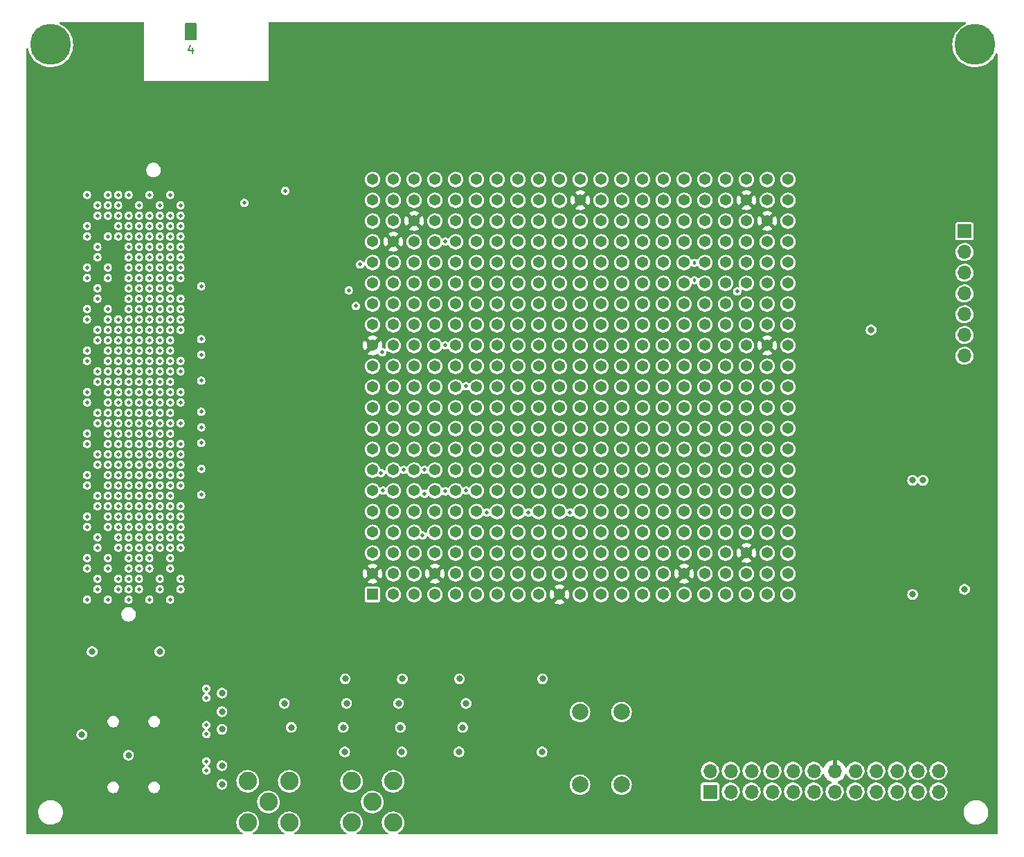
<source format=gbr>
%TF.GenerationSoftware,KiCad,Pcbnew,(6.0.9-0)*%
%TF.CreationDate,2022-12-19T14:05:17-05:00*%
%TF.ProjectId,ember-pcb,656d6265-722d-4706-9362-2e6b69636164,rev?*%
%TF.SameCoordinates,Original*%
%TF.FileFunction,Copper,L5,Inr*%
%TF.FilePolarity,Positive*%
%FSLAX46Y46*%
G04 Gerber Fmt 4.6, Leading zero omitted, Abs format (unit mm)*
G04 Created by KiCad (PCBNEW (6.0.9-0)) date 2022-12-19 14:05:17*
%MOMM*%
%LPD*%
G01*
G04 APERTURE LIST*
%TA.AperFunction,NonConductor*%
%ADD10C,0.200000*%
%TD*%
%ADD11C,0.150000*%
%TA.AperFunction,NonConductor*%
%ADD12C,0.150000*%
%TD*%
%TA.AperFunction,ComponentPad*%
%ADD13C,5.000000*%
%TD*%
%TA.AperFunction,ComponentPad*%
%ADD14R,1.700000X1.700000*%
%TD*%
%TA.AperFunction,ComponentPad*%
%ADD15O,1.700000X1.700000*%
%TD*%
%TA.AperFunction,ComponentPad*%
%ADD16C,2.000000*%
%TD*%
%TA.AperFunction,ComponentPad*%
%ADD17C,2.250000*%
%TD*%
%TA.AperFunction,ComponentPad*%
%ADD18C,0.500000*%
%TD*%
%TA.AperFunction,ComponentPad*%
%ADD19R,1.368000X1.368000*%
%TD*%
%TA.AperFunction,ComponentPad*%
%ADD20C,1.368000*%
%TD*%
%TA.AperFunction,ViaPad*%
%ADD21C,0.800000*%
%TD*%
%TA.AperFunction,ViaPad*%
%ADD22C,0.508000*%
%TD*%
%TA.AperFunction,ViaPad*%
%ADD23C,0.457200*%
%TD*%
G04 APERTURE END LIST*
D10*
X88930000Y-48470000D02*
X90200000Y-48470000D01*
X90200000Y-48470000D02*
X90200000Y-50375000D01*
X90200000Y-50375000D02*
X88930000Y-50375000D01*
X88930000Y-50375000D02*
X88930000Y-48470000D01*
G36*
X88930000Y-48470000D02*
G01*
X90200000Y-48470000D01*
X90200000Y-50375000D01*
X88930000Y-50375000D01*
X88930000Y-48470000D01*
G37*
D11*
D12*
X89755476Y-51430714D02*
X89755476Y-52097380D01*
X89517380Y-51049761D02*
X89279285Y-51764047D01*
X89898333Y-51764047D01*
D13*
%TO.N,GND*%
%TO.C,H1*%
X72420000Y-51010000D03*
%TD*%
D14*
%TO.N,/core_pwr*%
%TO.C,J3*%
X153060000Y-142455000D03*
D15*
%TO.N,/vdd_fsm*%
X153060000Y-139915000D03*
%TO.N,/core_pwr*%
X155600000Y-142455000D03*
%TO.N,/vdd*%
X155600000Y-139915000D03*
%TO.N,/core_pwr*%
X158140000Y-142455000D03*
%TO.N,/vdd_dac*%
X158140000Y-139915000D03*
%TO.N,/core_pwr*%
X160680000Y-142455000D03*
%TO.N,/vsa*%
X160680000Y-139915000D03*
%TO.N,unconnected-(J3-Pad9)*%
X163220000Y-142455000D03*
%TO.N,unconnected-(J3-Pad10)*%
X163220000Y-139915000D03*
%TO.N,/io_pwr*%
X165760000Y-142455000D03*
%TO.N,/vddio_fsm*%
X165760000Y-139915000D03*
%TO.N,/io_pwr*%
X168300000Y-142455000D03*
%TO.N,/vddio*%
X168300000Y-139915000D03*
%TO.N,/io_pwr*%
X170840000Y-142455000D03*
%TO.N,/vddio_dac*%
X170840000Y-139915000D03*
%TO.N,unconnected-(J3-Pad17)*%
X173380000Y-142455000D03*
%TO.N,unconnected-(J3-Pad18)*%
X173380000Y-139915000D03*
%TO.N,GND*%
X175920000Y-142455000D03*
X175920000Y-139915000D03*
X178460000Y-142455000D03*
X178460000Y-139915000D03*
X181000000Y-142455000D03*
X181000000Y-139915000D03*
%TD*%
D16*
%TO.N,Net-(C1-Pad1)*%
%TO.C,FB1*%
X137165000Y-132710000D03*
%TO.N,/core_pwr*%
X142245000Y-132710000D03*
%TD*%
D14*
%TO.N,/wl_source_pin*%
%TO.C,J4*%
X184180000Y-73865000D03*
D15*
%TO.N,/bl_source_pin*%
X184180000Y-76405000D03*
%TO.N,/sl_source_pin*%
X184180000Y-78945000D03*
%TO.N,/iref_test*%
X184180000Y-81485000D03*
%TO.N,/vdd_test*%
X184180000Y-84025000D03*
%TO.N,unconnected-(J4-Pad6)*%
X184180000Y-86565000D03*
%TO.N,GND*%
X184180000Y-89105000D03*
%TD*%
D16*
%TO.N,Net-(C6-Pad1)*%
%TO.C,FB2*%
X137165000Y-141600000D03*
%TO.N,/io_pwr*%
X142245000Y-141600000D03*
%TD*%
D17*
%TO.N,GND*%
%TO.C,J5*%
X99065000Y-143720000D03*
%TO.N,Net-(J5-Pad2)*%
X101605000Y-146260000D03*
X96525000Y-141180000D03*
X96525000Y-146260000D03*
X101605000Y-141180000D03*
%TD*%
D18*
%TO.N,GND*%
%TO.C,U4*%
X91475000Y-139835000D03*
X91475000Y-138735000D03*
%TD*%
D17*
%TO.N,GND*%
%TO.C,J2*%
X111765000Y-143720000D03*
%TO.N,Net-(J2-Pad2)*%
X114305000Y-141180000D03*
X114305000Y-146260000D03*
X109225000Y-141180000D03*
X109225000Y-146260000D03*
%TD*%
D19*
%TO.N,GND*%
%TO.C,U1*%
X111790000Y-118320000D03*
D20*
%TO.N,/di_36*%
X114330000Y-118320000D03*
%TO.N,/vddio_dac*%
X116870000Y-118320000D03*
%TO.N,/iref_test*%
X119410000Y-118320000D03*
%TO.N,/vdd_fsm*%
X121950000Y-118320000D03*
%TO.N,GND*%
X124490000Y-118320000D03*
%TO.N,/di_47*%
X127030000Y-118320000D03*
%TO.N,/vdd_dac*%
X129570000Y-118320000D03*
%TO.N,/vddio_dac*%
X132110000Y-118320000D03*
%TO.N,/vddio*%
X134650000Y-118320000D03*
%TO.N,/vsa*%
X137190000Y-118320000D03*
%TO.N,/read_ref_4*%
X139730000Y-118320000D03*
%TO.N,/rram_addr_0*%
X142270000Y-118320000D03*
%TO.N,/rram_addr_2*%
X144810000Y-118320000D03*
%TO.N,GND*%
X147350000Y-118320000D03*
%TO.N,/vdd_fsm*%
X149890000Y-118320000D03*
%TO.N,/rram_addr_10*%
X152430000Y-118320000D03*
%TO.N,/vddio_dac*%
X154970000Y-118320000D03*
%TO.N,GND*%
X157510000Y-118320000D03*
X160050000Y-118320000D03*
%TO.N,unconnected-(U1-PadA21)*%
X162590000Y-118320000D03*
%TO.N,/vddio*%
X111790000Y-115780000D03*
%TO.N,/di_34*%
X114330000Y-115780000D03*
%TO.N,/vddio_fsm*%
X116870000Y-115780000D03*
%TO.N,/vddio*%
X119410000Y-115780000D03*
%TO.N,/vdd*%
X121950000Y-115780000D03*
%TO.N,/vdd_test*%
X124490000Y-115780000D03*
%TO.N,/vddio_fsm*%
X127030000Y-115780000D03*
%TO.N,GND*%
X129570000Y-115780000D03*
%TO.N,/sa_en*%
X132110000Y-115780000D03*
%TO.N,/read_ref_1*%
X134650000Y-115780000D03*
%TO.N,/read_ref_2*%
X137190000Y-115780000D03*
%TO.N,/rram_addr_1*%
X139730000Y-115780000D03*
%TO.N,/vddio_fsm*%
X142270000Y-115780000D03*
%TO.N,/rram_addr_6*%
X144810000Y-115780000D03*
%TO.N,/vdd*%
X147350000Y-115780000D03*
%TO.N,/vddio*%
X149890000Y-115780000D03*
%TO.N,/vddio_fsm*%
X152430000Y-115780000D03*
%TO.N,/sl_en*%
X154970000Y-115780000D03*
%TO.N,/read_dac_config_0*%
X157510000Y-115780000D03*
%TO.N,/vdd_dac*%
X160050000Y-115780000D03*
%TO.N,unconnected-(U1-PadB21)*%
X162590000Y-115780000D03*
%TO.N,/vddio_fsm*%
X111790000Y-113240000D03*
%TO.N,/vdd_dac*%
X114330000Y-113240000D03*
%TO.N,GND*%
X116870000Y-113240000D03*
%TO.N,/di_37*%
X119410000Y-113240000D03*
%TO.N,/di_39*%
X121950000Y-113240000D03*
%TO.N,/di_41*%
X124490000Y-113240000D03*
%TO.N,/di_42*%
X127030000Y-113240000D03*
%TO.N,/di_44*%
X129570000Y-113240000D03*
%TO.N,/di_45*%
X132110000Y-113240000D03*
%TO.N,/set_rst*%
X134650000Y-113240000D03*
%TO.N,/read_ref_5*%
X137190000Y-113240000D03*
%TO.N,/rram_addr_4*%
X139730000Y-113240000D03*
%TO.N,/rram_addr_5*%
X142270000Y-113240000D03*
%TO.N,/rram_addr_8*%
X144810000Y-113240000D03*
%TO.N,/rram_addr_11*%
X147350000Y-113240000D03*
%TO.N,/rram_addr_13*%
X149890000Y-113240000D03*
%TO.N,/rram_addr_15*%
X152430000Y-113240000D03*
%TO.N,GND*%
X154970000Y-113240000D03*
%TO.N,/vddio*%
X157510000Y-113240000D03*
%TO.N,/vdd*%
X160050000Y-113240000D03*
%TO.N,unconnected-(U1-PadC21)*%
X162590000Y-113240000D03*
%TO.N,/di_27*%
X111790000Y-110700000D03*
%TO.N,/vdd*%
X114330000Y-110700000D03*
%TO.N,/di_32*%
X116870000Y-110700000D03*
%TO.N,/di_33*%
X119410000Y-110700000D03*
%TO.N,/di_35*%
X121950000Y-110700000D03*
%TO.N,/di_38*%
X124490000Y-110700000D03*
%TO.N,/di_40*%
X127030000Y-110700000D03*
%TO.N,/di_43*%
X129570000Y-110700000D03*
%TO.N,/di_46*%
X132110000Y-110700000D03*
%TO.N,/read_ref_0*%
X134650000Y-110700000D03*
%TO.N,/read_ref_3*%
X137190000Y-110700000D03*
%TO.N,/rram_addr_3*%
X139730000Y-110700000D03*
%TO.N,/rram_addr_7*%
X142270000Y-110700000D03*
%TO.N,/rram_addr_9*%
X144810000Y-110700000D03*
%TO.N,/rram_addr_12*%
X147350000Y-110700000D03*
%TO.N,/rram_addr_14*%
X149890000Y-110700000D03*
%TO.N,/we*%
X152430000Y-110700000D03*
%TO.N,/read_dac_config_2*%
X154970000Y-110700000D03*
%TO.N,/vddio_fsm*%
X157510000Y-110700000D03*
%TO.N,/vddio_dac*%
X160050000Y-110700000D03*
%TO.N,unconnected-(U1-PadD21)*%
X162590000Y-110700000D03*
%TO.N,/di_23*%
X111790000Y-108160000D03*
%TO.N,/vddio_dac*%
X114330000Y-108160000D03*
%TO.N,/di_30*%
X116870000Y-108160000D03*
%TO.N,/di_31*%
X119410000Y-108160000D03*
%TO.N,unconnected-(U1-PadE5)*%
X121950000Y-108160000D03*
%TO.N,unconnected-(U1-PadE6)*%
X124490000Y-108160000D03*
%TO.N,unconnected-(U1-PadE7)*%
X127030000Y-108160000D03*
%TO.N,unconnected-(U1-PadE8)*%
X129570000Y-108160000D03*
%TO.N,unconnected-(U1-PadE9)*%
X132110000Y-108160000D03*
%TO.N,unconnected-(U1-PadE10)*%
X134650000Y-108160000D03*
%TO.N,unconnected-(U1-PadE11)*%
X137190000Y-108160000D03*
%TO.N,unconnected-(U1-PadE12)*%
X139730000Y-108160000D03*
%TO.N,unconnected-(U1-PadE13)*%
X142270000Y-108160000D03*
%TO.N,unconnected-(U1-PadE14)*%
X144810000Y-108160000D03*
%TO.N,unconnected-(U1-PadE15)*%
X147350000Y-108160000D03*
%TO.N,unconnected-(U1-PadE16)*%
X149890000Y-108160000D03*
%TO.N,/read_dac_config_1*%
X152430000Y-108160000D03*
%TO.N,/wl_dac_config_0*%
X154970000Y-108160000D03*
%TO.N,/wl_dac_config_3*%
X157510000Y-108160000D03*
%TO.N,/wl_dac_config_5*%
X160050000Y-108160000D03*
%TO.N,unconnected-(U1-PadE21)*%
X162590000Y-108160000D03*
%TO.N,/vddio_fsm*%
X111790000Y-105620000D03*
%TO.N,/di_25*%
X114330000Y-105620000D03*
%TO.N,/di_28*%
X116870000Y-105620000D03*
%TO.N,/di_29*%
X119410000Y-105620000D03*
%TO.N,unconnected-(U1-PadF5)*%
X121950000Y-105620000D03*
%TO.N,unconnected-(U1-PadF6)*%
X124490000Y-105620000D03*
%TO.N,unconnected-(U1-PadF7)*%
X127030000Y-105620000D03*
%TO.N,unconnected-(U1-PadF8)*%
X129570000Y-105620000D03*
%TO.N,unconnected-(U1-PadF9)*%
X132110000Y-105620000D03*
%TO.N,unconnected-(U1-PadF10)*%
X134650000Y-105620000D03*
%TO.N,unconnected-(U1-PadF11)*%
X137190000Y-105620000D03*
%TO.N,unconnected-(U1-PadF12)*%
X139730000Y-105620000D03*
%TO.N,unconnected-(U1-PadF13)*%
X142270000Y-105620000D03*
%TO.N,unconnected-(U1-PadF14)*%
X144810000Y-105620000D03*
%TO.N,unconnected-(U1-PadF15)*%
X147350000Y-105620000D03*
%TO.N,unconnected-(U1-PadF16)*%
X149890000Y-105620000D03*
%TO.N,/read_dac_config_3*%
X152430000Y-105620000D03*
%TO.N,/wl_dac_config_2*%
X154970000Y-105620000D03*
%TO.N,/wl_dac_config_7*%
X157510000Y-105620000D03*
%TO.N,/vdd_fsm*%
X160050000Y-105620000D03*
%TO.N,unconnected-(U1-PadF21)*%
X162590000Y-105620000D03*
%TO.N,/di_18*%
X111790000Y-103080000D03*
%TO.N,/vdd_fsm*%
X114330000Y-103080000D03*
%TO.N,/di_24*%
X116870000Y-103080000D03*
%TO.N,/di_26*%
X119410000Y-103080000D03*
%TO.N,unconnected-(U1-PadG5)*%
X121950000Y-103080000D03*
%TO.N,unconnected-(U1-PadG6)*%
X124490000Y-103080000D03*
%TO.N,unconnected-(U1-PadG7)*%
X127030000Y-103080000D03*
%TO.N,unconnected-(U1-PadG8)*%
X129570000Y-103080000D03*
%TO.N,unconnected-(U1-PadG9)*%
X132110000Y-103080000D03*
%TO.N,unconnected-(U1-PadG10)*%
X134650000Y-103080000D03*
%TO.N,unconnected-(U1-PadG11)*%
X137190000Y-103080000D03*
%TO.N,unconnected-(U1-PadG12)*%
X139730000Y-103080000D03*
%TO.N,unconnected-(U1-PadG13)*%
X142270000Y-103080000D03*
%TO.N,unconnected-(U1-PadG14)*%
X144810000Y-103080000D03*
%TO.N,unconnected-(U1-PadG15)*%
X147350000Y-103080000D03*
%TO.N,unconnected-(U1-PadG16)*%
X149890000Y-103080000D03*
%TO.N,/wl_dac_config_1*%
X152430000Y-103080000D03*
%TO.N,/wl_dac_config_4*%
X154970000Y-103080000D03*
%TO.N,/vddio_fsm*%
X157510000Y-103080000D03*
%TO.N,GND*%
X160050000Y-103080000D03*
%TO.N,unconnected-(U1-PadG21)*%
X162590000Y-103080000D03*
%TO.N,/di_16*%
X111790000Y-100540000D03*
%TO.N,GND*%
X114330000Y-100540000D03*
%TO.N,/di_21*%
X116870000Y-100540000D03*
%TO.N,/di_22*%
X119410000Y-100540000D03*
%TO.N,unconnected-(U1-PadH5)*%
X121950000Y-100540000D03*
%TO.N,unconnected-(U1-PadH6)*%
X124490000Y-100540000D03*
%TO.N,unconnected-(U1-PadH7)*%
X127030000Y-100540000D03*
%TO.N,unconnected-(U1-PadH8)*%
X129570000Y-100540000D03*
%TO.N,unconnected-(U1-PadH9)*%
X132110000Y-100540000D03*
%TO.N,unconnected-(U1-PadH10)*%
X134650000Y-100540000D03*
%TO.N,unconnected-(U1-PadH11)*%
X137190000Y-100540000D03*
%TO.N,unconnected-(U1-PadH12)*%
X139730000Y-100540000D03*
%TO.N,unconnected-(U1-PadH13)*%
X142270000Y-100540000D03*
%TO.N,unconnected-(U1-PadH14)*%
X144810000Y-100540000D03*
%TO.N,unconnected-(U1-PadH15)*%
X147350000Y-100540000D03*
%TO.N,unconnected-(U1-PadH16)*%
X149890000Y-100540000D03*
%TO.N,/wl_dac_config_6*%
X152430000Y-100540000D03*
%TO.N,/wl_dac_en*%
X154970000Y-100540000D03*
%TO.N,/wl_source_pin*%
X157510000Y-100540000D03*
%TO.N,/sa_do_2*%
X160050000Y-100540000D03*
%TO.N,unconnected-(U1-PadH21)*%
X162590000Y-100540000D03*
%TO.N,/di_14*%
X111790000Y-98000000D03*
%TO.N,/di_17*%
X114330000Y-98000000D03*
%TO.N,/di_20*%
X116870000Y-98000000D03*
%TO.N,/di_19*%
X119410000Y-98000000D03*
%TO.N,unconnected-(U1-PadJ5)*%
X121950000Y-98000000D03*
%TO.N,unconnected-(U1-PadJ6)*%
X124490000Y-98000000D03*
%TO.N,unconnected-(U1-PadJ7)*%
X127030000Y-98000000D03*
%TO.N,unconnected-(U1-PadJ8)*%
X129570000Y-98000000D03*
%TO.N,unconnected-(U1-PadJ9)*%
X132110000Y-98000000D03*
%TO.N,unconnected-(U1-PadJ10)*%
X134650000Y-98000000D03*
%TO.N,unconnected-(U1-PadJ11)*%
X137190000Y-98000000D03*
%TO.N,unconnected-(U1-PadJ12)*%
X139730000Y-98000000D03*
%TO.N,unconnected-(U1-PadJ13)*%
X142270000Y-98000000D03*
%TO.N,unconnected-(U1-PadJ14)*%
X144810000Y-98000000D03*
%TO.N,unconnected-(U1-PadJ15)*%
X147350000Y-98000000D03*
%TO.N,unconnected-(U1-PadJ16)*%
X149890000Y-98000000D03*
%TO.N,/bleed_en*%
X152430000Y-98000000D03*
%TO.N,/wl_en*%
X154970000Y-98000000D03*
%TO.N,/sa_do_0*%
X157510000Y-98000000D03*
%TO.N,/sa_do_4*%
X160050000Y-98000000D03*
%TO.N,unconnected-(U1-PadJ21)*%
X162590000Y-98000000D03*
%TO.N,/vsa*%
X111790000Y-95460000D03*
%TO.N,/di_12*%
X114330000Y-95460000D03*
%TO.N,/di_15*%
X116870000Y-95460000D03*
%TO.N,/di_13*%
X119410000Y-95460000D03*
%TO.N,unconnected-(U1-PadK5)*%
X121950000Y-95460000D03*
%TO.N,unconnected-(U1-PadK6)*%
X124490000Y-95460000D03*
%TO.N,unconnected-(U1-PadK7)*%
X127030000Y-95460000D03*
%TO.N,unconnected-(U1-PadK8)*%
X129570000Y-95460000D03*
%TO.N,unconnected-(U1-PadK9)*%
X132110000Y-95460000D03*
%TO.N,unconnected-(U1-PadK10)*%
X134650000Y-95460000D03*
%TO.N,unconnected-(U1-PadK11)*%
X137190000Y-95460000D03*
%TO.N,unconnected-(U1-PadK12)*%
X139730000Y-95460000D03*
%TO.N,unconnected-(U1-PadK13)*%
X142270000Y-95460000D03*
%TO.N,unconnected-(U1-PadK14)*%
X144810000Y-95460000D03*
%TO.N,unconnected-(U1-PadK15)*%
X147350000Y-95460000D03*
%TO.N,unconnected-(U1-PadK16)*%
X149890000Y-95460000D03*
%TO.N,/sa_do_3*%
X152430000Y-95460000D03*
%TO.N,/sa_do_1*%
X154970000Y-95460000D03*
%TO.N,/sa_do_5*%
X157510000Y-95460000D03*
%TO.N,/vsa*%
X160050000Y-95460000D03*
%TO.N,unconnected-(U1-PadK21)*%
X162590000Y-95460000D03*
%TO.N,/vdd*%
X111790000Y-92920000D03*
%TO.N,/di_11*%
X114330000Y-92920000D03*
%TO.N,/di_9*%
X116870000Y-92920000D03*
%TO.N,/di_10*%
X119410000Y-92920000D03*
%TO.N,unconnected-(U1-PadL5)*%
X121950000Y-92920000D03*
%TO.N,unconnected-(U1-PadL6)*%
X124490000Y-92920000D03*
%TO.N,unconnected-(U1-PadL7)*%
X127030000Y-92920000D03*
%TO.N,unconnected-(U1-PadL8)*%
X129570000Y-92920000D03*
%TO.N,unconnected-(U1-PadL9)*%
X132110000Y-92920000D03*
%TO.N,unconnected-(U1-PadL10)*%
X134650000Y-92920000D03*
%TO.N,unconnected-(U1-PadL11)*%
X137190000Y-92920000D03*
%TO.N,unconnected-(U1-PadL12)*%
X139730000Y-92920000D03*
%TO.N,unconnected-(U1-PadL13)*%
X142270000Y-92920000D03*
%TO.N,unconnected-(U1-PadL14)*%
X144810000Y-92920000D03*
%TO.N,unconnected-(U1-PadL15)*%
X147350000Y-92920000D03*
%TO.N,unconnected-(U1-PadL16)*%
X149890000Y-92920000D03*
%TO.N,/sa_do_7*%
X152430000Y-92920000D03*
%TO.N,/sa_do_8*%
X154970000Y-92920000D03*
%TO.N,/sa_do_6*%
X157510000Y-92920000D03*
%TO.N,/vdd*%
X160050000Y-92920000D03*
%TO.N,unconnected-(U1-PadL21)*%
X162590000Y-92920000D03*
%TO.N,/vddio_dac*%
X111790000Y-90380000D03*
%TO.N,/di_7*%
X114330000Y-90380000D03*
%TO.N,/di_5*%
X116870000Y-90380000D03*
%TO.N,/di_6*%
X119410000Y-90380000D03*
%TO.N,unconnected-(U1-PadM5)*%
X121950000Y-90380000D03*
%TO.N,unconnected-(U1-PadM6)*%
X124490000Y-90380000D03*
%TO.N,unconnected-(U1-PadM7)*%
X127030000Y-90380000D03*
%TO.N,unconnected-(U1-PadM8)*%
X129570000Y-90380000D03*
%TO.N,unconnected-(U1-PadM9)*%
X132110000Y-90380000D03*
%TO.N,unconnected-(U1-PadM10)*%
X134650000Y-90380000D03*
%TO.N,unconnected-(U1-PadM11)*%
X137190000Y-90380000D03*
%TO.N,unconnected-(U1-PadM12)*%
X139730000Y-90380000D03*
%TO.N,unconnected-(U1-PadM13)*%
X142270000Y-90380000D03*
%TO.N,unconnected-(U1-PadM14)*%
X144810000Y-90380000D03*
%TO.N,unconnected-(U1-PadM15)*%
X147350000Y-90380000D03*
%TO.N,unconnected-(U1-PadM16)*%
X149890000Y-90380000D03*
%TO.N,/sa_do_11*%
X152430000Y-90380000D03*
%TO.N,/sa_do_12*%
X154970000Y-90380000D03*
%TO.N,/sa_do_9*%
X157510000Y-90380000D03*
%TO.N,/vddio_dac*%
X160050000Y-90380000D03*
%TO.N,unconnected-(U1-PadM21)*%
X162590000Y-90380000D03*
%TO.N,/vddio*%
X111790000Y-87840000D03*
%TO.N,/di_8*%
X114330000Y-87840000D03*
%TO.N,/di_4*%
X116870000Y-87840000D03*
%TO.N,/di_2*%
X119410000Y-87840000D03*
%TO.N,unconnected-(U1-PadN5)*%
X121950000Y-87840000D03*
%TO.N,unconnected-(U1-PadN6)*%
X124490000Y-87840000D03*
%TO.N,unconnected-(U1-PadN7)*%
X127030000Y-87840000D03*
%TO.N,unconnected-(U1-PadN8)*%
X129570000Y-87840000D03*
%TO.N,unconnected-(U1-PadN9)*%
X132110000Y-87840000D03*
%TO.N,unconnected-(U1-PadN10)*%
X134650000Y-87840000D03*
%TO.N,unconnected-(U1-PadN11)*%
X137190000Y-87840000D03*
%TO.N,unconnected-(U1-PadN12)*%
X139730000Y-87840000D03*
%TO.N,unconnected-(U1-PadN13)*%
X142270000Y-87840000D03*
%TO.N,unconnected-(U1-PadN14)*%
X144810000Y-87840000D03*
%TO.N,unconnected-(U1-PadN15)*%
X147350000Y-87840000D03*
%TO.N,unconnected-(U1-PadN16)*%
X149890000Y-87840000D03*
%TO.N,/sa_do_14*%
X152430000Y-87840000D03*
%TO.N,/sa_do_13*%
X154970000Y-87840000D03*
%TO.N,GND*%
X157510000Y-87840000D03*
%TO.N,/vddio*%
X160050000Y-87840000D03*
%TO.N,unconnected-(U1-PadN21)*%
X162590000Y-87840000D03*
%TO.N,GND*%
X111790000Y-85300000D03*
%TO.N,/vddio_fsm*%
X114330000Y-85300000D03*
%TO.N,/di_0*%
X116870000Y-85300000D03*
%TO.N,/clamp_ref_5*%
X119410000Y-85300000D03*
%TO.N,unconnected-(U1-PadP5)*%
X121950000Y-85300000D03*
%TO.N,unconnected-(U1-PadP6)*%
X124490000Y-85300000D03*
%TO.N,unconnected-(U1-PadP7)*%
X127030000Y-85300000D03*
%TO.N,unconnected-(U1-PadP8)*%
X129570000Y-85300000D03*
%TO.N,unconnected-(U1-PadP9)*%
X132110000Y-85300000D03*
%TO.N,unconnected-(U1-PadP10)*%
X134650000Y-85300000D03*
%TO.N,unconnected-(U1-PadP11)*%
X137190000Y-85300000D03*
%TO.N,unconnected-(U1-PadP12)*%
X139730000Y-85300000D03*
%TO.N,unconnected-(U1-PadP13)*%
X142270000Y-85300000D03*
%TO.N,unconnected-(U1-PadP14)*%
X144810000Y-85300000D03*
%TO.N,unconnected-(U1-PadP15)*%
X147350000Y-85300000D03*
%TO.N,unconnected-(U1-PadP16)*%
X149890000Y-85300000D03*
%TO.N,/sa_do_18*%
X152430000Y-85300000D03*
%TO.N,/sa_do_16*%
X154970000Y-85300000D03*
%TO.N,/vdd_fsm*%
X157510000Y-85300000D03*
%TO.N,/sa_do_10*%
X160050000Y-85300000D03*
%TO.N,unconnected-(U1-PadP21)*%
X162590000Y-85300000D03*
%TO.N,/vdd_fsm*%
X111790000Y-82760000D03*
%TO.N,/di_3*%
X114330000Y-82760000D03*
%TO.N,/rst_n*%
X116870000Y-82760000D03*
%TO.N,/clamp_ref_3*%
X119410000Y-82760000D03*
%TO.N,unconnected-(U1-PadR5)*%
X121950000Y-82760000D03*
%TO.N,unconnected-(U1-PadR6)*%
X124490000Y-82760000D03*
%TO.N,unconnected-(U1-PadR7)*%
X127030000Y-82760000D03*
%TO.N,unconnected-(U1-PadR8)*%
X129570000Y-82760000D03*
%TO.N,unconnected-(U1-PadR9)*%
X132110000Y-82760000D03*
%TO.N,unconnected-(U1-PadR10)*%
X134650000Y-82760000D03*
%TO.N,unconnected-(U1-PadR11)*%
X137190000Y-82760000D03*
%TO.N,unconnected-(U1-PadR12)*%
X139730000Y-82760000D03*
%TO.N,unconnected-(U1-PadR13)*%
X142270000Y-82760000D03*
%TO.N,unconnected-(U1-PadR14)*%
X144810000Y-82760000D03*
%TO.N,unconnected-(U1-PadR15)*%
X147350000Y-82760000D03*
%TO.N,unconnected-(U1-PadR16)*%
X149890000Y-82760000D03*
%TO.N,/sa_do_21*%
X152430000Y-82760000D03*
%TO.N,/sa_do_20*%
X154970000Y-82760000D03*
%TO.N,/sa_do_17*%
X157510000Y-82760000D03*
%TO.N,/vddio_fsm*%
X160050000Y-82760000D03*
%TO.N,unconnected-(U1-PadR21)*%
X162590000Y-82760000D03*
%TO.N,/di_1*%
X111790000Y-80220000D03*
%TO.N,/bl_en*%
X114330000Y-80220000D03*
%TO.N,/clamp_ref_4*%
X116870000Y-80220000D03*
%TO.N,/clamp_ref_1*%
X119410000Y-80220000D03*
%TO.N,unconnected-(U1-PadS5)*%
X121950000Y-80220000D03*
%TO.N,unconnected-(U1-PadS6)*%
X124490000Y-80220000D03*
%TO.N,unconnected-(U1-PadS7)*%
X127030000Y-80220000D03*
%TO.N,unconnected-(U1-PadS8)*%
X129570000Y-80220000D03*
%TO.N,unconnected-(U1-PadS9)*%
X132110000Y-80220000D03*
%TO.N,unconnected-(U1-PadS10)*%
X134650000Y-80220000D03*
%TO.N,unconnected-(U1-PadS11)*%
X137190000Y-80220000D03*
%TO.N,unconnected-(U1-PadS12)*%
X139730000Y-80220000D03*
%TO.N,unconnected-(U1-PadS13)*%
X142270000Y-80220000D03*
%TO.N,unconnected-(U1-PadS14)*%
X144810000Y-80220000D03*
%TO.N,unconnected-(U1-PadS15)*%
X147350000Y-80220000D03*
%TO.N,unconnected-(U1-PadS16)*%
X149890000Y-80220000D03*
%TO.N,/sa_do_23*%
X152430000Y-80220000D03*
%TO.N,/sa_do_22*%
X154970000Y-80220000D03*
%TO.N,/vddio_dac*%
X157510000Y-80220000D03*
%TO.N,/sa_do_15*%
X160050000Y-80220000D03*
%TO.N,unconnected-(U1-PadS21)*%
X162590000Y-80220000D03*
%TO.N,/vddio_dac*%
X111790000Y-77680000D03*
%TO.N,/vddio_fsm*%
X114330000Y-77680000D03*
%TO.N,/clamp_ref_2*%
X116870000Y-77680000D03*
%TO.N,/bsl_dac_en*%
X119410000Y-77680000D03*
%TO.N,/bsl_dac_config_4*%
X121950000Y-77680000D03*
%TO.N,/bsl_dac_config_2*%
X124490000Y-77680000D03*
%TO.N,/bsl_dac_config_0*%
X127030000Y-77680000D03*
%TO.N,/mclk_pause*%
X129570000Y-77680000D03*
%TO.N,/mosi*%
X132110000Y-77680000D03*
%TO.N,/heartbeat*%
X134650000Y-77680000D03*
%TO.N,/sa_do_45*%
X137190000Y-77680000D03*
%TO.N,/sa_do_39*%
X139730000Y-77680000D03*
%TO.N,/sa_do_36*%
X142270000Y-77680000D03*
%TO.N,/sa_do_32*%
X144810000Y-77680000D03*
%TO.N,/sa_do_29*%
X147350000Y-77680000D03*
%TO.N,/sa_do_27*%
X149890000Y-77680000D03*
%TO.N,/sa_do_25*%
X152430000Y-77680000D03*
%TO.N,/sa_do_24*%
X154970000Y-77680000D03*
%TO.N,/vdd*%
X157510000Y-77680000D03*
%TO.N,/sa_do_19*%
X160050000Y-77680000D03*
%TO.N,unconnected-(U1-PadT21)*%
X162590000Y-77680000D03*
%TO.N,/vdd*%
X111790000Y-75140000D03*
%TO.N,/vddio*%
X114330000Y-75140000D03*
%TO.N,GND*%
X116870000Y-75140000D03*
%TO.N,/read_dac_en*%
X119410000Y-75140000D03*
%TO.N,/bsl_dac_config_3*%
X121950000Y-75140000D03*
%TO.N,/bsl_dac_config_1*%
X124490000Y-75140000D03*
%TO.N,/aclk*%
X127030000Y-75140000D03*
%TO.N,/sclk*%
X129570000Y-75140000D03*
%TO.N,/sc*%
X132110000Y-75140000D03*
%TO.N,/man*%
X134650000Y-75140000D03*
%TO.N,/sa_do_43*%
X137190000Y-75140000D03*
%TO.N,/sa_do_38*%
X139730000Y-75140000D03*
%TO.N,/sa_do_37*%
X142270000Y-75140000D03*
%TO.N,/sa_do_34*%
X144810000Y-75140000D03*
%TO.N,/sa_do_33*%
X147350000Y-75140000D03*
%TO.N,/sa_do_30*%
X149890000Y-75140000D03*
%TO.N,/sa_do_28*%
X152430000Y-75140000D03*
%TO.N,GND*%
X154970000Y-75140000D03*
%TO.N,/vdd_dac*%
X157510000Y-75140000D03*
%TO.N,/vddio_fsm*%
X160050000Y-75140000D03*
%TO.N,unconnected-(U1-PadU21)*%
X162590000Y-75140000D03*
%TO.N,/vdd_dac*%
X111790000Y-72600000D03*
%TO.N,/clamp_ref_0*%
X114330000Y-72600000D03*
%TO.N,/vddio*%
X116870000Y-72600000D03*
%TO.N,/vsa*%
X119410000Y-72600000D03*
%TO.N,/vdd_fsm*%
X121950000Y-72600000D03*
%TO.N,/sl_source_pin*%
X124490000Y-72600000D03*
%TO.N,GND*%
X127030000Y-72600000D03*
%TO.N,/vddio_fsm*%
X129570000Y-72600000D03*
%TO.N,/miso*%
X132110000Y-72600000D03*
%TO.N,/sa_rdy*%
X134650000Y-72600000D03*
%TO.N,/sa_do_47*%
X137190000Y-72600000D03*
%TO.N,/sa_do_41*%
X139730000Y-72600000D03*
%TO.N,/sa_do_42*%
X142270000Y-72600000D03*
%TO.N,/vdd*%
X144810000Y-72600000D03*
%TO.N,/vddio_fsm*%
X147350000Y-72600000D03*
%TO.N,/vddio_dac*%
X149890000Y-72600000D03*
%TO.N,/sa_do_31*%
X152430000Y-72600000D03*
%TO.N,/vddio_fsm*%
X154970000Y-72600000D03*
%TO.N,/sa_do_26*%
X157510000Y-72600000D03*
%TO.N,/vddio*%
X160050000Y-72600000D03*
%TO.N,unconnected-(U1-PadV21)*%
X162590000Y-72600000D03*
%TO.N,GND*%
X111790000Y-70060000D03*
%TO.N,/vddio_fsm*%
X114330000Y-70060000D03*
%TO.N,/bl_source_pin*%
X116870000Y-70060000D03*
%TO.N,/vddio_dac*%
X119410000Y-70060000D03*
%TO.N,/vddio_fsm*%
X121950000Y-70060000D03*
%TO.N,/vdd*%
X124490000Y-70060000D03*
%TO.N,/sa_clk*%
X127030000Y-70060000D03*
%TO.N,/byp*%
X129570000Y-70060000D03*
%TO.N,/vdd_dac*%
X132110000Y-70060000D03*
%TO.N,/vddio_dac*%
X134650000Y-70060000D03*
%TO.N,/vddio*%
X137190000Y-70060000D03*
%TO.N,/sa_do_46*%
X139730000Y-70060000D03*
%TO.N,/sa_do_44*%
X142270000Y-70060000D03*
%TO.N,/sa_do_40*%
X144810000Y-70060000D03*
%TO.N,GND*%
X147350000Y-70060000D03*
%TO.N,/sa_do_35*%
X149890000Y-70060000D03*
%TO.N,/vdd_fsm*%
X152430000Y-70060000D03*
%TO.N,/vsa*%
X154970000Y-70060000D03*
%TO.N,/vddio*%
X157510000Y-70060000D03*
%TO.N,GND*%
X160050000Y-70060000D03*
%TO.N,unconnected-(U1-PadW21)*%
X162590000Y-70060000D03*
%TO.N,unconnected-(U1-PadX1)*%
X111790000Y-67520000D03*
%TO.N,unconnected-(U1-PadX2)*%
X114330000Y-67520000D03*
%TO.N,unconnected-(U1-PadX3)*%
X116870000Y-67520000D03*
%TO.N,unconnected-(U1-PadX4)*%
X119410000Y-67520000D03*
%TO.N,unconnected-(U1-PadX5)*%
X121950000Y-67520000D03*
%TO.N,unconnected-(U1-PadX6)*%
X124490000Y-67520000D03*
%TO.N,unconnected-(U1-PadX7)*%
X127030000Y-67520000D03*
%TO.N,unconnected-(U1-PadX8)*%
X129570000Y-67520000D03*
%TO.N,unconnected-(U1-PadX9)*%
X132110000Y-67520000D03*
%TO.N,unconnected-(U1-PadX10)*%
X134650000Y-67520000D03*
%TO.N,unconnected-(U1-PadX11)*%
X137190000Y-67520000D03*
%TO.N,unconnected-(U1-PadX12)*%
X139730000Y-67520000D03*
%TO.N,unconnected-(U1-PadX13)*%
X142270000Y-67520000D03*
%TO.N,unconnected-(U1-PadX14)*%
X144810000Y-67520000D03*
%TO.N,unconnected-(U1-PadX15)*%
X147350000Y-67520000D03*
%TO.N,unconnected-(U1-PadX16)*%
X149890000Y-67520000D03*
%TO.N,unconnected-(U1-PadX17)*%
X152430000Y-67520000D03*
%TO.N,unconnected-(U1-PadX18)*%
X154970000Y-67520000D03*
%TO.N,unconnected-(U1-PadX19)*%
X157510000Y-67520000D03*
%TO.N,unconnected-(U1-PadX20)*%
X160050000Y-67520000D03*
%TO.N,unconnected-(U1-PadX21)*%
X162590000Y-67520000D03*
%TD*%
D18*
%TO.N,GND*%
%TO.C,U2*%
X91475000Y-129845000D03*
X91475000Y-130945000D03*
%TD*%
D13*
%TO.N,GND*%
%TO.C,H2*%
X185450000Y-51010000D03*
%TD*%
D18*
%TO.N,GND*%
%TO.C,U3*%
X91475000Y-134290000D03*
X91475000Y-135390000D03*
%TD*%
D21*
%TO.N,Net-(J1-PadD1)*%
X85755000Y-125305000D03*
%TO.N,Net-(J2-Pad2)*%
X76235000Y-135460000D03*
D22*
%TO.N,GND*%
X87025000Y-94825000D03*
X76865000Y-110065000D03*
X83215000Y-82125000D03*
D21*
X93380000Y-130395000D03*
D22*
X85755000Y-108795000D03*
X83215000Y-112605000D03*
X87025000Y-69425000D03*
X78135000Y-116415000D03*
X79405000Y-89745000D03*
D21*
X108215000Y-134595000D03*
D22*
X88295000Y-108795000D03*
X79405000Y-69425000D03*
X85755000Y-93555000D03*
X85755000Y-116415000D03*
X80675000Y-73235000D03*
X85755000Y-74505000D03*
X84485000Y-115145000D03*
X80675000Y-92285000D03*
X87025000Y-83395000D03*
X78135000Y-101175000D03*
X87025000Y-113875000D03*
X78135000Y-91015000D03*
X78135000Y-85935000D03*
X88295000Y-70695000D03*
D21*
X123225000Y-131650000D03*
D22*
X88295000Y-93555000D03*
X79405000Y-99905000D03*
X76865000Y-69425000D03*
X83215000Y-89745000D03*
X87025000Y-115145000D03*
X81945000Y-113875000D03*
X78135000Y-96095000D03*
X88295000Y-112605000D03*
X87025000Y-79585000D03*
X76865000Y-103715000D03*
X85755000Y-112605000D03*
X81945000Y-102445000D03*
X81945000Y-87205000D03*
X87025000Y-118955000D03*
X78135000Y-106255000D03*
X85755000Y-101175000D03*
X88295000Y-116415000D03*
X80675000Y-88475000D03*
X84485000Y-110065000D03*
X80675000Y-99905000D03*
X79405000Y-115145000D03*
X84485000Y-94825000D03*
X81945000Y-71965000D03*
X83215000Y-70695000D03*
X79405000Y-113875000D03*
X79405000Y-118955000D03*
D21*
X115200000Y-134595000D03*
D22*
X81945000Y-118955000D03*
X81945000Y-94825000D03*
X87025000Y-87205000D03*
X84485000Y-106255000D03*
X85755000Y-78315000D03*
X85755000Y-97365000D03*
X81945000Y-69425000D03*
X76865000Y-94825000D03*
X88295000Y-74505000D03*
X78135000Y-107525000D03*
X81945000Y-91015000D03*
X88295000Y-82125000D03*
X76865000Y-89745000D03*
X85755000Y-70695000D03*
X78135000Y-102445000D03*
X87025000Y-110065000D03*
X79405000Y-104985000D03*
X78135000Y-80855000D03*
X80675000Y-112605000D03*
D21*
X122820000Y-134595000D03*
X101865000Y-134595000D03*
X177830000Y-118320000D03*
X108620000Y-131650000D03*
D22*
X76865000Y-118955000D03*
X84485000Y-102445000D03*
X76865000Y-88475000D03*
X83215000Y-116415000D03*
X79405000Y-83395000D03*
X88295000Y-78315000D03*
X76865000Y-78315000D03*
X87025000Y-106255000D03*
X81945000Y-83395000D03*
X83215000Y-108795000D03*
X88295000Y-85935000D03*
X84485000Y-71965000D03*
X84485000Y-75775000D03*
X83215000Y-74505000D03*
X78135000Y-112605000D03*
X83215000Y-78315000D03*
X84485000Y-113875000D03*
X88295000Y-97365000D03*
X79405000Y-110065000D03*
X84485000Y-91015000D03*
X79405000Y-98635000D03*
D21*
X101000000Y-131650000D03*
D22*
X83215000Y-101175000D03*
X83215000Y-117685000D03*
X80675000Y-70695000D03*
X84485000Y-98635000D03*
X78135000Y-97365000D03*
X76865000Y-98635000D03*
X78135000Y-77045000D03*
X76865000Y-73235000D03*
X84485000Y-69425000D03*
X79405000Y-71965000D03*
X81945000Y-115145000D03*
X80675000Y-117685000D03*
X76865000Y-79585000D03*
X85755000Y-85935000D03*
X81945000Y-106255000D03*
X80675000Y-107525000D03*
X88295000Y-89745000D03*
X81945000Y-79585000D03*
X76865000Y-84665000D03*
X76865000Y-104985000D03*
X76865000Y-115145000D03*
X79405000Y-103715000D03*
X76865000Y-74505000D03*
X87025000Y-98635000D03*
X78135000Y-117685000D03*
X78135000Y-87205000D03*
X85755000Y-117685000D03*
X79405000Y-78315000D03*
X76865000Y-99905000D03*
X84485000Y-83395000D03*
X79405000Y-108795000D03*
X79405000Y-93555000D03*
X79405000Y-94825000D03*
X78135000Y-111335000D03*
X78135000Y-71965000D03*
X79405000Y-84665000D03*
X76865000Y-93555000D03*
X87025000Y-75775000D03*
X80675000Y-103715000D03*
X87025000Y-71965000D03*
X87025000Y-91015000D03*
X80675000Y-116415000D03*
X78135000Y-75775000D03*
X78135000Y-92285000D03*
X79405000Y-88475000D03*
D21*
X114970000Y-131650000D03*
D22*
X76865000Y-108795000D03*
D21*
X93380000Y-134825000D03*
D22*
X79405000Y-79585000D03*
D21*
X77500000Y-125305000D03*
X93380000Y-139270000D03*
D22*
X76865000Y-83395000D03*
X78135000Y-70695000D03*
X76865000Y-113875000D03*
X80675000Y-111335000D03*
X85755000Y-82125000D03*
X88295000Y-104985000D03*
X83215000Y-85935000D03*
X81945000Y-75775000D03*
X83215000Y-97365000D03*
X78135000Y-82125000D03*
X83215000Y-104985000D03*
X88295000Y-101175000D03*
X84485000Y-79585000D03*
X85755000Y-104985000D03*
X88295000Y-117685000D03*
X80675000Y-84665000D03*
X85755000Y-89745000D03*
X80675000Y-96095000D03*
X84485000Y-87205000D03*
X79405000Y-74505000D03*
X87025000Y-102445000D03*
X81945000Y-98635000D03*
X81945000Y-110065000D03*
X83215000Y-93555000D03*
X84485000Y-118955000D03*
D21*
%TO.N,+3.3V*%
X93380000Y-141557500D03*
D22*
X80675000Y-71965000D03*
X80675000Y-69425000D03*
X79405000Y-70695000D03*
D21*
X93380000Y-132667500D03*
D22*
X80675000Y-74505000D03*
D21*
X81950000Y-138000000D03*
D22*
%TO.N,/sclk*%
X101122000Y-68917000D03*
X88295000Y-84665000D03*
%TO.N,/sc*%
X81945000Y-77045000D03*
D23*
%TO.N,/mosi*%
X151160000Y-79839000D03*
X151160000Y-77723575D03*
D22*
X81945000Y-82125000D03*
%TO.N,/read_dac_config_1*%
X79405000Y-101175000D03*
%TO.N,/rst_n*%
X80675000Y-87205000D03*
%TO.N,/read_dac_config_0*%
X80675000Y-110065000D03*
D21*
%TO.N,/byp*%
X179100000Y-104350000D03*
%TO.N,/man*%
X177830000Y-104350000D03*
D22*
%TO.N,/di_42*%
X80675000Y-108795000D03*
%TO.N,/clamp_ref_1*%
X87025000Y-85935000D03*
%TO.N,/clamp_ref_2*%
X85755000Y-84665000D03*
%TO.N,/clamp_ref_3*%
X83215000Y-87205000D03*
%TO.N,/clamp_ref_4*%
X84485000Y-85935000D03*
%TO.N,/wl_dac_config_0*%
X80675000Y-101175000D03*
D21*
%TO.N,/core_pwr*%
X108445000Y-128650000D03*
X122415000Y-128650000D03*
X132575000Y-128650000D03*
X115430000Y-128650000D03*
%TO.N,/io_pwr*%
X132520000Y-137595000D03*
X122360000Y-137595000D03*
X108390000Y-137595000D03*
X184180000Y-117685000D03*
X115375000Y-137595000D03*
D22*
%TO.N,/di_47*%
X81945000Y-116415000D03*
%TO.N,/di_21*%
X80675000Y-97365000D03*
%TO.N,/rram_addr_0*%
X83215000Y-113875000D03*
%TO.N,/di_8*%
X80675000Y-89745000D03*
%TO.N,/di_36*%
X81945000Y-117685000D03*
%TO.N,/rram_addr_2*%
X81945000Y-112605000D03*
%TO.N,/sa_en*%
X81945000Y-111335000D03*
%TO.N,/di_44*%
X81945000Y-108795000D03*
%TO.N,/di_43*%
X81945000Y-104985000D03*
%TO.N,/di_22*%
X81945000Y-97365000D03*
%TO.N,/rram_addr_6*%
X87025000Y-111335000D03*
%TO.N,/di_14*%
X81945000Y-96095000D03*
%TO.N,/di_4*%
X81945000Y-89745000D03*
%TO.N,/di_37*%
X83215000Y-110065000D03*
%TO.N,/di_39*%
X85755000Y-110065000D03*
%TO.N,/sa_do_13*%
X81945000Y-88475000D03*
%TO.N,/sa_do_36*%
X81945000Y-80855000D03*
%TO.N,/miso*%
X81945000Y-74505000D03*
%TO.N,/sa_do_41*%
X81945000Y-73235000D03*
%TO.N,/set_rst*%
X87025000Y-108795000D03*
%TO.N,/read_ref_5*%
X79405000Y-107525000D03*
%TO.N,/rram_addr_4*%
X81945000Y-107525000D03*
%TO.N,/rram_addr_5*%
X83215000Y-107525000D03*
%TO.N,/read_ref_4*%
X83215000Y-115145000D03*
%TO.N,/rram_addr_11*%
X85755000Y-107525000D03*
%TO.N,/read_ref_1*%
X83215000Y-111335000D03*
%TO.N,/rram_addr_15*%
X88295000Y-107525000D03*
%TO.N,/di_27*%
X79405000Y-106255000D03*
%TO.N,/di_32*%
X80675000Y-106255000D03*
%TO.N,/di_33*%
X83215000Y-106255000D03*
%TO.N,/di_35*%
X85755000Y-106255000D03*
X117908985Y-111103985D03*
%TO.N,/di_38*%
X118140000Y-106001000D03*
X90835000Y-106128000D03*
%TO.N,/di_40*%
X80675000Y-104985000D03*
X125760000Y-108287000D03*
%TO.N,/rram_addr_3*%
X83215000Y-103715000D03*
%TO.N,/di_46*%
X130840000Y-108287000D03*
X84485000Y-104985000D03*
%TO.N,/read_ref_0*%
X87025000Y-104985000D03*
%TO.N,/read_ref_3*%
X81945000Y-103715000D03*
X135920000Y-108287000D03*
%TO.N,/di_23*%
X113060000Y-105620000D03*
X83215000Y-102445000D03*
%TO.N,/rram_addr_7*%
X84485000Y-103715000D03*
%TO.N,/rram_addr_9*%
X85755000Y-103715000D03*
%TO.N,/di_26*%
X83215000Y-98635000D03*
%TO.N,/di_0*%
X83215000Y-88475000D03*
%TO.N,/we*%
X79405000Y-102445000D03*
%TO.N,/read_dac_config_2*%
X80675000Y-102445000D03*
%TO.N,/bsl_dac_config_2*%
X110266000Y-77934000D03*
X108869000Y-81109000D03*
X83215000Y-83395000D03*
%TO.N,/sa_do_32*%
X83215000Y-80855000D03*
%TO.N,/sa_do_19*%
X83215000Y-79585000D03*
%TO.N,/sa_do_43*%
X83215000Y-77045000D03*
%TO.N,/sa_do_30*%
X83215000Y-75775000D03*
%TO.N,/wl_dac_config_3*%
X81945000Y-101175000D03*
%TO.N,/wl_dac_config_5*%
X84485000Y-101175000D03*
%TO.N,/di_25*%
X112806000Y-103461000D03*
X87025000Y-101175000D03*
X90835000Y-102953000D03*
%TO.N,/di_28*%
X118140000Y-103080000D03*
X81945000Y-99905000D03*
%TO.N,/di_29*%
X115600000Y-103080000D03*
X83215000Y-99905000D03*
%TO.N,/sa_do_42*%
X83215000Y-73235000D03*
%TO.N,/wl_dac_config_2*%
X85755000Y-99905000D03*
%TO.N,/sa_do_44*%
X83215000Y-71965000D03*
%TO.N,/di_18*%
X88295000Y-99905000D03*
%TO.N,/di_24*%
X80675000Y-98635000D03*
%TO.N,/rram_addr_10*%
X84485000Y-112605000D03*
%TO.N,/read_ref_2*%
X84485000Y-111335000D03*
%TO.N,/di_45*%
X84485000Y-108795000D03*
%TO.N,/di_16*%
X79405000Y-97365000D03*
%TO.N,/rram_addr_8*%
X84485000Y-107525000D03*
%TO.N,/read_dac_config_3*%
X84485000Y-99905000D03*
%TO.N,/wl_dac_config_6*%
X84485000Y-97365000D03*
%TO.N,/wl_dac_en*%
X87025000Y-97365000D03*
%TO.N,/sa_do_2*%
X79405000Y-96095000D03*
%TO.N,/di_2*%
X84485000Y-89745000D03*
%TO.N,/di_17*%
X83215000Y-96095000D03*
%TO.N,/di_20*%
X84485000Y-96095000D03*
%TO.N,/di_19*%
X85755000Y-96095000D03*
%TO.N,/bleed_en*%
X87025000Y-96095000D03*
X90835000Y-97873000D03*
%TO.N,/wl_en*%
X90835000Y-95968000D03*
%TO.N,/sa_do_0*%
X80675000Y-94825000D03*
%TO.N,/sa_do_4*%
X83215000Y-94825000D03*
%TO.N,/di_12*%
X85755000Y-94825000D03*
%TO.N,/di_15*%
X88295000Y-94825000D03*
%TO.N,/di_13*%
X123220000Y-92832849D03*
X80675000Y-93555000D03*
%TO.N,/sa_do_3*%
X81945000Y-93555000D03*
%TO.N,/sa_do_1*%
X84485000Y-93555000D03*
%TO.N,/clamp_ref_5*%
X84485000Y-88475000D03*
%TO.N,/di_11*%
X79405000Y-92285000D03*
X112985600Y-88676400D03*
%TO.N,/di_9*%
X81945000Y-92285000D03*
%TO.N,/di_10*%
X83215000Y-92285000D03*
%TO.N,/sa_do_7*%
X84485000Y-92285000D03*
%TO.N,/sa_do_10*%
X84485000Y-78315000D03*
%TO.N,/sa_do_6*%
X87025000Y-92285000D03*
%TO.N,/di_7*%
X90835000Y-92158000D03*
%TO.N,/di_5*%
X120680000Y-87840000D03*
X79405000Y-91015000D03*
%TO.N,/di_6*%
X80675000Y-91015000D03*
%TO.N,/sa_do_11*%
X83215000Y-91015000D03*
%TO.N,/sa_do_12*%
X85755000Y-91015000D03*
%TO.N,/sa_do_9*%
X88295000Y-91015000D03*
%TO.N,/sa_do_38*%
X84485000Y-77045000D03*
%TO.N,/sa_rdy*%
X84485000Y-74505000D03*
%TO.N,/sa_do_31*%
X84485000Y-73235000D03*
%TO.N,/rram_addr_1*%
X85755000Y-111335000D03*
%TO.N,/di_30*%
X85755000Y-102445000D03*
X120680000Y-105707151D03*
%TO.N,/wl_dac_config_1*%
X85755000Y-98635000D03*
%TO.N,/sa_do_18*%
X85755000Y-88475000D03*
%TO.N,/sa_do_16*%
X90835000Y-88983000D03*
X87025000Y-88475000D03*
%TO.N,/sa_do_8*%
X85755000Y-92285000D03*
%TO.N,/di_3*%
X79405000Y-87205000D03*
%TO.N,/sa_do_21*%
X85755000Y-87205000D03*
%TO.N,/sa_do_20*%
X90835000Y-87078000D03*
%TO.N,/sa_do_17*%
X79405000Y-85935000D03*
%TO.N,/di_1*%
X80675000Y-85935000D03*
%TO.N,/bl_en*%
X81945000Y-85935000D03*
%TO.N,/sa_do_23*%
X81945000Y-84665000D03*
X156367000Y-81236000D03*
%TO.N,/sa_do_22*%
X83215000Y-84665000D03*
%TO.N,/sa_do_15*%
X84485000Y-84665000D03*
%TO.N,/bsl_dac_en*%
X87025000Y-84665000D03*
X109758000Y-83014000D03*
%TO.N,/bsl_dac_config_4*%
X120680000Y-75140000D03*
X87025000Y-78315000D03*
%TO.N,/sa_do_27*%
X85755000Y-80855000D03*
%TO.N,/bsl_dac_config_0*%
X85755000Y-83395000D03*
%TO.N,/sa_do_45*%
X84485000Y-82125000D03*
%TO.N,/sa_do_39*%
X87025000Y-82125000D03*
%TO.N,/read_dac_en*%
X85755000Y-79585000D03*
%TO.N,/sa_do_37*%
X85755000Y-77045000D03*
%TO.N,/sa_do_29*%
X84485000Y-80855000D03*
%TO.N,/sa_do_28*%
X85755000Y-75775000D03*
%TO.N,/sa_do_26*%
X85755000Y-73235000D03*
%TO.N,/sa_do_24*%
X90835000Y-80601000D03*
%TO.N,/sa_do_40*%
X85755000Y-71965000D03*
%TO.N,/di_34*%
X87025000Y-112605000D03*
%TO.N,/bsl_dac_config_3*%
X88295000Y-79585000D03*
%TO.N,/bsl_dac_config_1*%
X81945000Y-78315000D03*
%TO.N,/aclk*%
X96101182Y-70381818D03*
%TO.N,/rram_addr_13*%
X87025000Y-107525000D03*
%TO.N,/rram_addr_12*%
X87025000Y-103715000D03*
%TO.N,/wl_dac_config_7*%
X87025000Y-99905000D03*
%TO.N,/sa_do_5*%
X87025000Y-93555000D03*
%TO.N,/sa_do_14*%
X87025000Y-89745000D03*
%TO.N,/sa_do_25*%
X87025000Y-80855000D03*
%TO.N,/sa_do_34*%
X87025000Y-77045000D03*
%TO.N,/sa_do_47*%
X87025000Y-74505000D03*
%TO.N,/sa_do_46*%
X87025000Y-73235000D03*
%TO.N,/sl_en*%
X88295000Y-111335000D03*
%TO.N,/di_41*%
X88295000Y-110065000D03*
%TO.N,/rram_addr_14*%
X88295000Y-103715000D03*
%TO.N,/di_31*%
X88295000Y-102445000D03*
X123220000Y-105620000D03*
%TO.N,/wl_dac_config_4*%
X90835000Y-99778000D03*
%TO.N,/mclk_pause*%
X88295000Y-83395000D03*
%TO.N,/sa_do_33*%
X88295000Y-77045000D03*
%TO.N,/clamp_ref_0*%
X88295000Y-75775000D03*
%TO.N,/sa_do_35*%
X88295000Y-71965000D03*
D21*
%TO.N,/heartbeat*%
X172750000Y-85935000D03*
D22*
%TO.N,/sa_clk*%
X88295000Y-73235000D03*
%TD*%
%TA.AperFunction,Conductor*%
%TO.N,/vddio*%
G36*
X83830505Y-48280502D02*
G01*
X83876998Y-48334158D01*
X83887102Y-48404432D01*
X83857609Y-48469011D01*
X83856752Y-48470000D01*
X83850000Y-48470000D01*
X83850000Y-55455000D01*
X99090000Y-55455000D01*
X99090000Y-48470000D01*
X99084681Y-48470000D01*
X99081718Y-48459909D01*
X99057354Y-48421997D01*
X99057354Y-48351001D01*
X99095738Y-48291275D01*
X99160319Y-48261782D01*
X99178250Y-48260500D01*
X184260267Y-48260500D01*
X184328388Y-48280502D01*
X184374881Y-48334158D01*
X184384985Y-48404432D01*
X184355491Y-48469012D01*
X184311214Y-48501740D01*
X184184341Y-48557830D01*
X183898911Y-48727642D01*
X183635950Y-48930515D01*
X183633249Y-48933174D01*
X183633242Y-48933180D01*
X183401974Y-49160845D01*
X183399266Y-49163511D01*
X183192287Y-49423253D01*
X183018012Y-49705980D01*
X182878965Y-50007596D01*
X182777161Y-50323732D01*
X182776442Y-50327448D01*
X182776440Y-50327456D01*
X182714792Y-50646090D01*
X182714073Y-50649808D01*
X182713806Y-50653584D01*
X182713805Y-50653589D01*
X182690884Y-50977314D01*
X182690616Y-50981103D01*
X182707130Y-51312816D01*
X182707771Y-51316547D01*
X182707772Y-51316555D01*
X182753347Y-51581780D01*
X182763375Y-51640142D01*
X182858537Y-51958341D01*
X182860050Y-51961812D01*
X182860052Y-51961818D01*
X182927632Y-52116872D01*
X182991236Y-52262803D01*
X182993159Y-52266074D01*
X182993161Y-52266078D01*
X183157629Y-52545847D01*
X183157634Y-52545855D01*
X183159552Y-52549117D01*
X183361046Y-52813137D01*
X183363694Y-52815856D01*
X183363699Y-52815861D01*
X183590152Y-53048322D01*
X183592798Y-53051038D01*
X183595742Y-53053409D01*
X183595745Y-53053412D01*
X183666810Y-53110652D01*
X183851453Y-53259374D01*
X184133264Y-53435127D01*
X184434147Y-53575751D01*
X184749746Y-53679209D01*
X185075488Y-53744003D01*
X185079261Y-53744290D01*
X185079268Y-53744291D01*
X185402878Y-53768908D01*
X185402883Y-53768908D01*
X185406655Y-53769195D01*
X185738450Y-53754418D01*
X186066067Y-53699888D01*
X186069701Y-53698822D01*
X186069705Y-53698821D01*
X186211975Y-53657083D01*
X186384759Y-53606393D01*
X186689912Y-53475290D01*
X186977103Y-53308475D01*
X187242175Y-53108367D01*
X187481286Y-52877863D01*
X187531764Y-52815861D01*
X187688582Y-52623239D01*
X187688583Y-52623238D01*
X187690973Y-52620302D01*
X187692995Y-52617098D01*
X187866176Y-52342623D01*
X187866179Y-52342617D01*
X187868199Y-52339416D01*
X187973633Y-52116872D01*
X188020874Y-52063875D01*
X188089269Y-52044831D01*
X188157102Y-52065788D01*
X188202837Y-52120091D01*
X188213500Y-52170819D01*
X188213500Y-147574500D01*
X188193498Y-147642621D01*
X188139842Y-147689114D01*
X188087500Y-147700500D01*
X115044002Y-147700500D01*
X114975881Y-147680498D01*
X114929388Y-147626842D01*
X114919284Y-147556568D01*
X114948778Y-147491988D01*
X114988569Y-147461349D01*
X114993159Y-147459100D01*
X115013784Y-147448996D01*
X115017988Y-147445998D01*
X115017992Y-147445995D01*
X115095670Y-147390588D01*
X115198461Y-147317268D01*
X115359143Y-147157146D01*
X115416351Y-147077533D01*
X115488497Y-146977130D01*
X115491515Y-146972930D01*
X115592023Y-146769568D01*
X115657966Y-146552522D01*
X115665613Y-146494436D01*
X115687138Y-146330941D01*
X115687139Y-146330935D01*
X115687575Y-146327619D01*
X115688357Y-146295647D01*
X115689146Y-146263364D01*
X115689146Y-146263360D01*
X115689228Y-146260000D01*
X115670641Y-146033920D01*
X115615378Y-145813911D01*
X115562592Y-145692510D01*
X115526985Y-145610619D01*
X115526983Y-145610616D01*
X115524925Y-145605882D01*
X115401710Y-145415420D01*
X115374158Y-145385140D01*
X115252519Y-145251462D01*
X115252518Y-145251461D01*
X115249041Y-145247640D01*
X115244990Y-145244441D01*
X115244986Y-145244437D01*
X115075075Y-145110249D01*
X115075071Y-145110247D01*
X115071020Y-145107047D01*
X114954414Y-145042677D01*
X184068524Y-145042677D01*
X184069105Y-145047697D01*
X184069105Y-145047701D01*
X184074519Y-145094491D01*
X184096351Y-145283176D01*
X184097730Y-145288050D01*
X184097731Y-145288054D01*
X184133772Y-145415420D01*
X184162271Y-145516133D01*
X184264589Y-145735553D01*
X184267430Y-145739734D01*
X184267431Y-145739735D01*
X184302172Y-145790854D01*
X184301556Y-145791272D01*
X184302720Y-145792420D01*
X184302905Y-145792281D01*
X184302935Y-145792321D01*
X184303597Y-145793203D01*
X184303797Y-145793482D01*
X184303834Y-145793519D01*
X184305393Y-145795595D01*
X184306809Y-145797679D01*
X184306898Y-145797820D01*
X184307035Y-145798011D01*
X184400671Y-145935793D01*
X184404148Y-145939470D01*
X184404153Y-145939476D01*
X184449137Y-145987044D01*
X184448584Y-145987567D01*
X184450601Y-145988994D01*
X184451083Y-145989636D01*
X184454809Y-145993197D01*
X184455140Y-145993570D01*
X184458516Y-145996963D01*
X184498346Y-146039081D01*
X184567018Y-146111699D01*
X184571035Y-146114770D01*
X184571038Y-146114773D01*
X184625578Y-146156472D01*
X184626084Y-146156870D01*
X184629468Y-146160104D01*
X184633740Y-146163018D01*
X184634645Y-146163636D01*
X184640166Y-146167626D01*
X184755327Y-146255674D01*
X184755338Y-146255681D01*
X184759348Y-146258747D01*
X184823786Y-146293298D01*
X184826421Y-146294754D01*
X184829029Y-146296236D01*
X184833300Y-146299149D01*
X184837986Y-146301324D01*
X184837989Y-146301326D01*
X184840427Y-146302458D01*
X184846912Y-146305699D01*
X184972715Y-146373153D01*
X184977500Y-146374801D01*
X184977501Y-146374801D01*
X185044084Y-146397727D01*
X185047543Y-146399121D01*
X185047561Y-146399071D01*
X185052403Y-146400853D01*
X185057104Y-146403035D01*
X185065723Y-146405425D01*
X185073036Y-146407697D01*
X185201629Y-146451975D01*
X185206618Y-146452837D01*
X185206619Y-146452837D01*
X185280145Y-146465537D01*
X185285988Y-146466848D01*
X185289888Y-146467592D01*
X185294871Y-146468974D01*
X185304403Y-146469993D01*
X185312428Y-146471113D01*
X185440200Y-146493183D01*
X185444161Y-146493363D01*
X185444162Y-146493363D01*
X185467784Y-146494436D01*
X185467803Y-146494436D01*
X185469203Y-146494500D01*
X185637841Y-146494500D01*
X185640349Y-146494298D01*
X185640354Y-146494298D01*
X185813283Y-146480385D01*
X185813288Y-146480384D01*
X185818324Y-146479979D01*
X185823232Y-146478774D01*
X185823235Y-146478773D01*
X186048525Y-146423436D01*
X186053439Y-146422229D01*
X186058091Y-146420254D01*
X186058095Y-146420253D01*
X186271642Y-146329607D01*
X186271643Y-146329607D01*
X186276297Y-146327631D01*
X186481163Y-146198620D01*
X186662768Y-146038514D01*
X186816439Y-145851432D01*
X186938222Y-145642188D01*
X186965168Y-145571992D01*
X187023169Y-145420894D01*
X187023170Y-145420891D01*
X187024984Y-145416165D01*
X187074493Y-145179177D01*
X187085476Y-144937323D01*
X187082901Y-144915063D01*
X187058231Y-144701857D01*
X187057649Y-144696824D01*
X187035103Y-144617146D01*
X186993107Y-144468736D01*
X186993106Y-144468734D01*
X186991729Y-144463867D01*
X186889411Y-144244447D01*
X186851828Y-144189146D01*
X186852444Y-144188728D01*
X186851280Y-144187580D01*
X186851095Y-144187719D01*
X186850991Y-144187580D01*
X186850403Y-144186797D01*
X186850203Y-144186518D01*
X186850166Y-144186481D01*
X186848607Y-144184405D01*
X186847191Y-144182321D01*
X186847102Y-144182180D01*
X186846965Y-144181989D01*
X186753329Y-144044207D01*
X186749852Y-144040530D01*
X186749847Y-144040524D01*
X186704863Y-143992956D01*
X186705416Y-143992433D01*
X186703399Y-143991006D01*
X186702917Y-143990364D01*
X186699191Y-143986803D01*
X186698860Y-143986430D01*
X186695484Y-143983037D01*
X186590458Y-143871977D01*
X186586982Y-143868301D01*
X186582965Y-143865230D01*
X186582962Y-143865227D01*
X186528422Y-143823528D01*
X186527916Y-143823130D01*
X186524532Y-143819896D01*
X186520260Y-143816982D01*
X186519355Y-143816364D01*
X186513834Y-143812374D01*
X186398673Y-143724326D01*
X186398662Y-143724319D01*
X186394652Y-143721253D01*
X186330214Y-143686702D01*
X186327579Y-143685246D01*
X186324971Y-143683764D01*
X186320700Y-143680851D01*
X186316014Y-143678676D01*
X186316011Y-143678674D01*
X186313573Y-143677542D01*
X186307081Y-143674298D01*
X186271216Y-143655067D01*
X186181285Y-143606847D01*
X186109913Y-143582272D01*
X186106457Y-143580879D01*
X186106439Y-143580929D01*
X186101597Y-143579147D01*
X186096896Y-143576965D01*
X186088277Y-143574575D01*
X186080964Y-143572303D01*
X185952371Y-143528025D01*
X185947382Y-143527163D01*
X185947381Y-143527163D01*
X185873855Y-143514463D01*
X185868012Y-143513152D01*
X185864112Y-143512408D01*
X185859129Y-143511026D01*
X185849597Y-143510007D01*
X185841572Y-143508887D01*
X185713800Y-143486817D01*
X185709839Y-143486637D01*
X185709838Y-143486637D01*
X185686216Y-143485564D01*
X185686197Y-143485564D01*
X185684797Y-143485500D01*
X185516159Y-143485500D01*
X185513651Y-143485702D01*
X185513646Y-143485702D01*
X185340717Y-143499615D01*
X185340712Y-143499616D01*
X185335676Y-143500021D01*
X185330768Y-143501226D01*
X185330765Y-143501227D01*
X185199032Y-143533584D01*
X185100561Y-143557771D01*
X185095909Y-143559746D01*
X185095905Y-143559747D01*
X184979308Y-143609240D01*
X184877703Y-143652369D01*
X184672837Y-143781380D01*
X184491232Y-143941486D01*
X184337561Y-144128568D01*
X184215778Y-144337812D01*
X184213965Y-144342535D01*
X184169149Y-144459286D01*
X184129016Y-144563835D01*
X184079507Y-144800823D01*
X184068524Y-145042677D01*
X114954414Y-145042677D01*
X114872427Y-144997418D01*
X114867558Y-144995694D01*
X114867554Y-144995692D01*
X114663470Y-144923422D01*
X114663466Y-144923421D01*
X114658595Y-144921696D01*
X114653502Y-144920789D01*
X114653499Y-144920788D01*
X114440356Y-144882821D01*
X114440350Y-144882820D01*
X114435267Y-144881915D01*
X114361724Y-144881017D01*
X114213611Y-144879207D01*
X114213609Y-144879207D01*
X114208441Y-144879144D01*
X113984208Y-144913456D01*
X113833968Y-144962562D01*
X113773509Y-144982323D01*
X113773507Y-144982324D01*
X113768590Y-144983931D01*
X113764004Y-144986318D01*
X113764000Y-144986320D01*
X113643085Y-145049265D01*
X113567378Y-145088676D01*
X113563236Y-145091786D01*
X113440244Y-145184131D01*
X113385975Y-145224877D01*
X113229253Y-145388877D01*
X113226339Y-145393149D01*
X113226338Y-145393150D01*
X113104340Y-145571992D01*
X113104337Y-145571997D01*
X113101421Y-145576272D01*
X113005912Y-145782029D01*
X112945290Y-146000622D01*
X112921185Y-146226180D01*
X112921482Y-146231332D01*
X112921482Y-146231336D01*
X112927225Y-146330941D01*
X112934243Y-146452647D01*
X112935380Y-146457693D01*
X112935381Y-146457699D01*
X112943675Y-146494500D01*
X112984114Y-146673941D01*
X113069458Y-146884117D01*
X113187983Y-147077533D01*
X113336506Y-147248993D01*
X113511039Y-147393893D01*
X113633944Y-147465713D01*
X113682666Y-147517351D01*
X113695737Y-147587134D01*
X113669005Y-147652906D01*
X113610958Y-147693784D01*
X113570372Y-147700500D01*
X109964002Y-147700500D01*
X109895881Y-147680498D01*
X109849388Y-147626842D01*
X109839284Y-147556568D01*
X109868778Y-147491988D01*
X109908569Y-147461349D01*
X109913159Y-147459100D01*
X109933784Y-147448996D01*
X109937988Y-147445998D01*
X109937992Y-147445995D01*
X110015670Y-147390588D01*
X110118461Y-147317268D01*
X110279143Y-147157146D01*
X110336351Y-147077533D01*
X110408497Y-146977130D01*
X110411515Y-146972930D01*
X110512023Y-146769568D01*
X110577966Y-146552522D01*
X110585613Y-146494436D01*
X110607138Y-146330941D01*
X110607139Y-146330935D01*
X110607575Y-146327619D01*
X110608357Y-146295647D01*
X110609146Y-146263364D01*
X110609146Y-146263360D01*
X110609228Y-146260000D01*
X110590641Y-146033920D01*
X110535378Y-145813911D01*
X110482592Y-145692510D01*
X110446985Y-145610619D01*
X110446983Y-145610616D01*
X110444925Y-145605882D01*
X110321710Y-145415420D01*
X110294158Y-145385140D01*
X110172519Y-145251462D01*
X110172518Y-145251461D01*
X110169041Y-145247640D01*
X110164990Y-145244441D01*
X110164986Y-145244437D01*
X109995075Y-145110249D01*
X109995071Y-145110247D01*
X109991020Y-145107047D01*
X109792427Y-144997418D01*
X109787558Y-144995694D01*
X109787554Y-144995692D01*
X109583470Y-144923422D01*
X109583466Y-144923421D01*
X109578595Y-144921696D01*
X109573502Y-144920789D01*
X109573499Y-144920788D01*
X109360356Y-144882821D01*
X109360350Y-144882820D01*
X109355267Y-144881915D01*
X109281724Y-144881017D01*
X109133611Y-144879207D01*
X109133609Y-144879207D01*
X109128441Y-144879144D01*
X108904208Y-144913456D01*
X108753968Y-144962562D01*
X108693509Y-144982323D01*
X108693507Y-144982324D01*
X108688590Y-144983931D01*
X108684004Y-144986318D01*
X108684000Y-144986320D01*
X108563085Y-145049265D01*
X108487378Y-145088676D01*
X108483236Y-145091786D01*
X108360244Y-145184131D01*
X108305975Y-145224877D01*
X108149253Y-145388877D01*
X108146339Y-145393149D01*
X108146338Y-145393150D01*
X108024340Y-145571992D01*
X108024337Y-145571997D01*
X108021421Y-145576272D01*
X107925912Y-145782029D01*
X107865290Y-146000622D01*
X107841185Y-146226180D01*
X107841482Y-146231332D01*
X107841482Y-146231336D01*
X107847225Y-146330941D01*
X107854243Y-146452647D01*
X107855380Y-146457693D01*
X107855381Y-146457699D01*
X107863675Y-146494500D01*
X107904114Y-146673941D01*
X107989458Y-146884117D01*
X108107983Y-147077533D01*
X108256506Y-147248993D01*
X108431039Y-147393893D01*
X108553944Y-147465713D01*
X108602666Y-147517351D01*
X108615737Y-147587134D01*
X108589005Y-147652906D01*
X108530958Y-147693784D01*
X108490372Y-147700500D01*
X102344002Y-147700500D01*
X102275881Y-147680498D01*
X102229388Y-147626842D01*
X102219284Y-147556568D01*
X102248778Y-147491988D01*
X102288569Y-147461349D01*
X102293159Y-147459100D01*
X102313784Y-147448996D01*
X102317988Y-147445998D01*
X102317992Y-147445995D01*
X102395670Y-147390588D01*
X102498461Y-147317268D01*
X102659143Y-147157146D01*
X102716351Y-147077533D01*
X102788497Y-146977130D01*
X102791515Y-146972930D01*
X102892023Y-146769568D01*
X102957966Y-146552522D01*
X102965613Y-146494436D01*
X102987138Y-146330941D01*
X102987139Y-146330935D01*
X102987575Y-146327619D01*
X102988357Y-146295647D01*
X102989146Y-146263364D01*
X102989146Y-146263360D01*
X102989228Y-146260000D01*
X102970641Y-146033920D01*
X102915378Y-145813911D01*
X102862592Y-145692510D01*
X102826985Y-145610619D01*
X102826983Y-145610616D01*
X102824925Y-145605882D01*
X102701710Y-145415420D01*
X102674158Y-145385140D01*
X102552519Y-145251462D01*
X102552518Y-145251461D01*
X102549041Y-145247640D01*
X102544990Y-145244441D01*
X102544986Y-145244437D01*
X102375075Y-145110249D01*
X102375071Y-145110247D01*
X102371020Y-145107047D01*
X102172427Y-144997418D01*
X102167558Y-144995694D01*
X102167554Y-144995692D01*
X101963470Y-144923422D01*
X101963466Y-144923421D01*
X101958595Y-144921696D01*
X101953502Y-144920789D01*
X101953499Y-144920788D01*
X101740356Y-144882821D01*
X101740350Y-144882820D01*
X101735267Y-144881915D01*
X101661724Y-144881017D01*
X101513611Y-144879207D01*
X101513609Y-144879207D01*
X101508441Y-144879144D01*
X101284208Y-144913456D01*
X101133968Y-144962562D01*
X101073509Y-144982323D01*
X101073507Y-144982324D01*
X101068590Y-144983931D01*
X101064004Y-144986318D01*
X101064000Y-144986320D01*
X100943085Y-145049265D01*
X100867378Y-145088676D01*
X100863236Y-145091786D01*
X100740244Y-145184131D01*
X100685975Y-145224877D01*
X100529253Y-145388877D01*
X100526339Y-145393149D01*
X100526338Y-145393150D01*
X100404340Y-145571992D01*
X100404337Y-145571997D01*
X100401421Y-145576272D01*
X100305912Y-145782029D01*
X100245290Y-146000622D01*
X100221185Y-146226180D01*
X100221482Y-146231332D01*
X100221482Y-146231336D01*
X100227225Y-146330941D01*
X100234243Y-146452647D01*
X100235380Y-146457693D01*
X100235381Y-146457699D01*
X100243675Y-146494500D01*
X100284114Y-146673941D01*
X100369458Y-146884117D01*
X100487983Y-147077533D01*
X100636506Y-147248993D01*
X100811039Y-147393893D01*
X100933944Y-147465713D01*
X100982666Y-147517351D01*
X100995737Y-147587134D01*
X100969005Y-147652906D01*
X100910958Y-147693784D01*
X100870372Y-147700500D01*
X97264002Y-147700500D01*
X97195881Y-147680498D01*
X97149388Y-147626842D01*
X97139284Y-147556568D01*
X97168778Y-147491988D01*
X97208569Y-147461349D01*
X97213159Y-147459100D01*
X97233784Y-147448996D01*
X97237988Y-147445998D01*
X97237992Y-147445995D01*
X97315670Y-147390588D01*
X97418461Y-147317268D01*
X97579143Y-147157146D01*
X97636351Y-147077533D01*
X97708497Y-146977130D01*
X97711515Y-146972930D01*
X97812023Y-146769568D01*
X97877966Y-146552522D01*
X97885613Y-146494436D01*
X97907138Y-146330941D01*
X97907139Y-146330935D01*
X97907575Y-146327619D01*
X97908357Y-146295647D01*
X97909146Y-146263364D01*
X97909146Y-146263360D01*
X97909228Y-146260000D01*
X97890641Y-146033920D01*
X97835378Y-145813911D01*
X97782592Y-145692510D01*
X97746985Y-145610619D01*
X97746983Y-145610616D01*
X97744925Y-145605882D01*
X97621710Y-145415420D01*
X97594158Y-145385140D01*
X97472519Y-145251462D01*
X97472518Y-145251461D01*
X97469041Y-145247640D01*
X97464990Y-145244441D01*
X97464986Y-145244437D01*
X97295075Y-145110249D01*
X97295071Y-145110247D01*
X97291020Y-145107047D01*
X97092427Y-144997418D01*
X97087558Y-144995694D01*
X97087554Y-144995692D01*
X96883470Y-144923422D01*
X96883466Y-144923421D01*
X96878595Y-144921696D01*
X96873502Y-144920789D01*
X96873499Y-144920788D01*
X96660356Y-144882821D01*
X96660350Y-144882820D01*
X96655267Y-144881915D01*
X96581724Y-144881017D01*
X96433611Y-144879207D01*
X96433609Y-144879207D01*
X96428441Y-144879144D01*
X96204208Y-144913456D01*
X96053968Y-144962562D01*
X95993509Y-144982323D01*
X95993507Y-144982324D01*
X95988590Y-144983931D01*
X95984004Y-144986318D01*
X95984000Y-144986320D01*
X95863085Y-145049265D01*
X95787378Y-145088676D01*
X95783236Y-145091786D01*
X95660244Y-145184131D01*
X95605975Y-145224877D01*
X95449253Y-145388877D01*
X95446339Y-145393149D01*
X95446338Y-145393150D01*
X95324340Y-145571992D01*
X95324337Y-145571997D01*
X95321421Y-145576272D01*
X95225912Y-145782029D01*
X95165290Y-146000622D01*
X95141185Y-146226180D01*
X95141482Y-146231332D01*
X95141482Y-146231336D01*
X95147225Y-146330941D01*
X95154243Y-146452647D01*
X95155380Y-146457693D01*
X95155381Y-146457699D01*
X95163675Y-146494500D01*
X95204114Y-146673941D01*
X95289458Y-146884117D01*
X95407983Y-147077533D01*
X95556506Y-147248993D01*
X95731039Y-147393893D01*
X95853944Y-147465713D01*
X95902666Y-147517351D01*
X95915737Y-147587134D01*
X95889005Y-147652906D01*
X95830958Y-147693784D01*
X95790372Y-147700500D01*
X69595500Y-147700500D01*
X69527379Y-147680498D01*
X69480886Y-147626842D01*
X69469500Y-147574500D01*
X69469500Y-145042677D01*
X70911524Y-145042677D01*
X70912105Y-145047697D01*
X70912105Y-145047701D01*
X70917519Y-145094491D01*
X70939351Y-145283176D01*
X70940730Y-145288050D01*
X70940731Y-145288054D01*
X70976772Y-145415420D01*
X71005271Y-145516133D01*
X71107589Y-145735553D01*
X71110430Y-145739734D01*
X71110431Y-145739735D01*
X71145172Y-145790854D01*
X71144556Y-145791272D01*
X71145720Y-145792420D01*
X71145905Y-145792281D01*
X71145935Y-145792321D01*
X71146597Y-145793203D01*
X71146797Y-145793482D01*
X71146834Y-145793519D01*
X71148393Y-145795595D01*
X71149809Y-145797679D01*
X71149898Y-145797820D01*
X71150035Y-145798011D01*
X71243671Y-145935793D01*
X71247148Y-145939470D01*
X71247153Y-145939476D01*
X71292137Y-145987044D01*
X71291584Y-145987567D01*
X71293601Y-145988994D01*
X71294083Y-145989636D01*
X71297809Y-145993197D01*
X71298140Y-145993570D01*
X71301516Y-145996963D01*
X71341346Y-146039081D01*
X71410018Y-146111699D01*
X71414035Y-146114770D01*
X71414038Y-146114773D01*
X71468578Y-146156472D01*
X71469084Y-146156870D01*
X71472468Y-146160104D01*
X71476740Y-146163018D01*
X71477645Y-146163636D01*
X71483166Y-146167626D01*
X71598327Y-146255674D01*
X71598338Y-146255681D01*
X71602348Y-146258747D01*
X71666786Y-146293298D01*
X71669421Y-146294754D01*
X71672029Y-146296236D01*
X71676300Y-146299149D01*
X71680986Y-146301324D01*
X71680989Y-146301326D01*
X71683427Y-146302458D01*
X71689912Y-146305699D01*
X71815715Y-146373153D01*
X71820500Y-146374801D01*
X71820501Y-146374801D01*
X71887084Y-146397727D01*
X71890543Y-146399121D01*
X71890561Y-146399071D01*
X71895403Y-146400853D01*
X71900104Y-146403035D01*
X71908723Y-146405425D01*
X71916036Y-146407697D01*
X72044629Y-146451975D01*
X72049618Y-146452837D01*
X72049619Y-146452837D01*
X72123145Y-146465537D01*
X72128988Y-146466848D01*
X72132888Y-146467592D01*
X72137871Y-146468974D01*
X72147403Y-146469993D01*
X72155428Y-146471113D01*
X72283200Y-146493183D01*
X72287161Y-146493363D01*
X72287162Y-146493363D01*
X72310784Y-146494436D01*
X72310803Y-146494436D01*
X72312203Y-146494500D01*
X72480841Y-146494500D01*
X72483349Y-146494298D01*
X72483354Y-146494298D01*
X72656283Y-146480385D01*
X72656288Y-146480384D01*
X72661324Y-146479979D01*
X72666232Y-146478774D01*
X72666235Y-146478773D01*
X72891525Y-146423436D01*
X72896439Y-146422229D01*
X72901091Y-146420254D01*
X72901095Y-146420253D01*
X73114642Y-146329607D01*
X73114643Y-146329607D01*
X73119297Y-146327631D01*
X73324163Y-146198620D01*
X73505768Y-146038514D01*
X73659439Y-145851432D01*
X73781222Y-145642188D01*
X73808168Y-145571992D01*
X73866169Y-145420894D01*
X73866170Y-145420891D01*
X73867984Y-145416165D01*
X73917493Y-145179177D01*
X73928476Y-144937323D01*
X73925901Y-144915063D01*
X73901231Y-144701857D01*
X73900649Y-144696824D01*
X73878103Y-144617146D01*
X73836107Y-144468736D01*
X73836106Y-144468734D01*
X73834729Y-144463867D01*
X73732411Y-144244447D01*
X73694828Y-144189146D01*
X73695444Y-144188728D01*
X73694280Y-144187580D01*
X73694095Y-144187719D01*
X73693991Y-144187580D01*
X73693403Y-144186797D01*
X73693203Y-144186518D01*
X73693166Y-144186481D01*
X73691607Y-144184405D01*
X73690191Y-144182321D01*
X73690102Y-144182180D01*
X73689965Y-144181989D01*
X73596329Y-144044207D01*
X73592852Y-144040530D01*
X73592847Y-144040524D01*
X73547863Y-143992956D01*
X73548416Y-143992433D01*
X73546399Y-143991006D01*
X73545917Y-143990364D01*
X73542191Y-143986803D01*
X73541860Y-143986430D01*
X73538484Y-143983037D01*
X73433458Y-143871977D01*
X73429982Y-143868301D01*
X73425965Y-143865230D01*
X73425962Y-143865227D01*
X73371422Y-143823528D01*
X73370916Y-143823130D01*
X73367532Y-143819896D01*
X73363260Y-143816982D01*
X73362355Y-143816364D01*
X73356834Y-143812374D01*
X73241673Y-143724326D01*
X73241662Y-143724319D01*
X73237652Y-143721253D01*
X73173214Y-143686702D01*
X73172269Y-143686180D01*
X97681185Y-143686180D01*
X97681482Y-143691332D01*
X97681482Y-143691336D01*
X97686867Y-143784725D01*
X97694243Y-143912647D01*
X97695380Y-143917693D01*
X97695381Y-143917699D01*
X97715596Y-144007396D01*
X97744114Y-144133941D01*
X97746056Y-144138723D01*
X97746057Y-144138727D01*
X97780934Y-144224617D01*
X97829458Y-144344117D01*
X97947983Y-144537533D01*
X98096506Y-144708993D01*
X98271039Y-144853893D01*
X98466895Y-144968342D01*
X98471715Y-144970182D01*
X98471720Y-144970185D01*
X98549582Y-144999917D01*
X98678813Y-145049265D01*
X98683881Y-145050296D01*
X98683884Y-145050297D01*
X98792980Y-145072493D01*
X98901102Y-145094491D01*
X98906275Y-145094681D01*
X98906278Y-145094681D01*
X99122629Y-145102614D01*
X99122633Y-145102614D01*
X99127793Y-145102803D01*
X99132913Y-145102147D01*
X99132915Y-145102147D01*
X99238070Y-145088676D01*
X99352797Y-145073979D01*
X99357746Y-145072494D01*
X99357752Y-145072493D01*
X99484475Y-145034474D01*
X99570073Y-145008794D01*
X99624107Y-144982323D01*
X99662602Y-144963464D01*
X99773784Y-144908996D01*
X99777988Y-144905998D01*
X99777992Y-144905995D01*
X99855670Y-144850588D01*
X99958461Y-144777268D01*
X100119143Y-144617146D01*
X100176351Y-144537533D01*
X100248497Y-144437130D01*
X100251515Y-144432930D01*
X100298526Y-144337812D01*
X100349729Y-144234210D01*
X100349730Y-144234208D01*
X100352023Y-144229568D01*
X100417966Y-144012522D01*
X100427318Y-143941486D01*
X100447138Y-143790941D01*
X100447139Y-143790935D01*
X100447575Y-143787619D01*
X100449228Y-143720000D01*
X100446448Y-143686180D01*
X110381185Y-143686180D01*
X110381482Y-143691332D01*
X110381482Y-143691336D01*
X110386867Y-143784725D01*
X110394243Y-143912647D01*
X110395380Y-143917693D01*
X110395381Y-143917699D01*
X110415596Y-144007396D01*
X110444114Y-144133941D01*
X110446056Y-144138723D01*
X110446057Y-144138727D01*
X110480934Y-144224617D01*
X110529458Y-144344117D01*
X110647983Y-144537533D01*
X110796506Y-144708993D01*
X110971039Y-144853893D01*
X111166895Y-144968342D01*
X111171715Y-144970182D01*
X111171720Y-144970185D01*
X111249582Y-144999917D01*
X111378813Y-145049265D01*
X111383881Y-145050296D01*
X111383884Y-145050297D01*
X111492980Y-145072493D01*
X111601102Y-145094491D01*
X111606275Y-145094681D01*
X111606278Y-145094681D01*
X111822629Y-145102614D01*
X111822633Y-145102614D01*
X111827793Y-145102803D01*
X111832913Y-145102147D01*
X111832915Y-145102147D01*
X111938070Y-145088676D01*
X112052797Y-145073979D01*
X112057746Y-145072494D01*
X112057752Y-145072493D01*
X112184475Y-145034474D01*
X112270073Y-145008794D01*
X112324107Y-144982323D01*
X112362602Y-144963464D01*
X112473784Y-144908996D01*
X112477988Y-144905998D01*
X112477992Y-144905995D01*
X112555670Y-144850588D01*
X112658461Y-144777268D01*
X112819143Y-144617146D01*
X112876351Y-144537533D01*
X112948497Y-144437130D01*
X112951515Y-144432930D01*
X112998526Y-144337812D01*
X113049729Y-144234210D01*
X113049730Y-144234208D01*
X113052023Y-144229568D01*
X113117966Y-144012522D01*
X113127318Y-143941486D01*
X113147138Y-143790941D01*
X113147139Y-143790935D01*
X113147575Y-143787619D01*
X113149228Y-143720000D01*
X113130641Y-143493920D01*
X113075378Y-143273911D01*
X112992488Y-143083276D01*
X112986985Y-143070619D01*
X112986983Y-143070616D01*
X112984925Y-143065882D01*
X112861710Y-142875420D01*
X112834158Y-142845140D01*
X112712519Y-142711462D01*
X112712518Y-142711461D01*
X112709041Y-142707640D01*
X112704990Y-142704441D01*
X112704986Y-142704437D01*
X112535075Y-142570249D01*
X112535071Y-142570247D01*
X112531020Y-142567047D01*
X112508500Y-142554615D01*
X112426348Y-142509265D01*
X112332427Y-142457418D01*
X112327558Y-142455694D01*
X112327554Y-142455692D01*
X112123470Y-142383422D01*
X112123466Y-142383421D01*
X112118595Y-142381696D01*
X112113502Y-142380789D01*
X112113499Y-142380788D01*
X111900356Y-142342821D01*
X111900350Y-142342820D01*
X111895267Y-142341915D01*
X111821724Y-142341017D01*
X111673611Y-142339207D01*
X111673609Y-142339207D01*
X111668441Y-142339144D01*
X111444208Y-142373456D01*
X111301106Y-142420229D01*
X111233509Y-142442323D01*
X111233507Y-142442324D01*
X111228590Y-142443931D01*
X111224004Y-142446318D01*
X111224000Y-142446320D01*
X111088751Y-142516727D01*
X111027378Y-142548676D01*
X111023236Y-142551786D01*
X110913788Y-142633962D01*
X110845975Y-142684877D01*
X110689253Y-142848877D01*
X110686339Y-142853149D01*
X110686338Y-142853150D01*
X110564340Y-143031992D01*
X110564337Y-143031997D01*
X110561421Y-143036272D01*
X110465912Y-143242029D01*
X110405290Y-143460622D01*
X110381185Y-143686180D01*
X100446448Y-143686180D01*
X100430641Y-143493920D01*
X100375378Y-143273911D01*
X100292488Y-143083276D01*
X100286985Y-143070619D01*
X100286983Y-143070616D01*
X100284925Y-143065882D01*
X100161710Y-142875420D01*
X100134158Y-142845140D01*
X100012519Y-142711462D01*
X100012518Y-142711461D01*
X100009041Y-142707640D01*
X100004990Y-142704441D01*
X100004986Y-142704437D01*
X99835075Y-142570249D01*
X99835071Y-142570247D01*
X99831020Y-142567047D01*
X99808500Y-142554615D01*
X99726348Y-142509265D01*
X99632427Y-142457418D01*
X99627558Y-142455694D01*
X99627554Y-142455692D01*
X99423470Y-142383422D01*
X99423466Y-142383421D01*
X99418595Y-142381696D01*
X99413502Y-142380789D01*
X99413499Y-142380788D01*
X99200356Y-142342821D01*
X99200350Y-142342820D01*
X99195267Y-142341915D01*
X99121724Y-142341017D01*
X98973611Y-142339207D01*
X98973609Y-142339207D01*
X98968441Y-142339144D01*
X98744208Y-142373456D01*
X98601106Y-142420229D01*
X98533509Y-142442323D01*
X98533507Y-142442324D01*
X98528590Y-142443931D01*
X98524004Y-142446318D01*
X98524000Y-142446320D01*
X98388751Y-142516727D01*
X98327378Y-142548676D01*
X98323236Y-142551786D01*
X98213788Y-142633962D01*
X98145975Y-142684877D01*
X97989253Y-142848877D01*
X97986339Y-142853149D01*
X97986338Y-142853150D01*
X97864340Y-143031992D01*
X97864337Y-143031997D01*
X97861421Y-143036272D01*
X97765912Y-143242029D01*
X97705290Y-143460622D01*
X97681185Y-143686180D01*
X73172269Y-143686180D01*
X73170579Y-143685246D01*
X73167971Y-143683764D01*
X73163700Y-143680851D01*
X73159014Y-143678676D01*
X73159011Y-143678674D01*
X73156573Y-143677542D01*
X73150081Y-143674298D01*
X73114216Y-143655067D01*
X73024285Y-143606847D01*
X72952913Y-143582272D01*
X72949457Y-143580879D01*
X72949439Y-143580929D01*
X72944597Y-143579147D01*
X72939896Y-143576965D01*
X72931277Y-143574575D01*
X72923964Y-143572303D01*
X72795371Y-143528025D01*
X72790382Y-143527163D01*
X72790381Y-143527163D01*
X72716855Y-143514463D01*
X72711012Y-143513152D01*
X72707112Y-143512408D01*
X72702129Y-143511026D01*
X72692597Y-143510007D01*
X72684572Y-143508887D01*
X72556800Y-143486817D01*
X72552839Y-143486637D01*
X72552838Y-143486637D01*
X72529216Y-143485564D01*
X72529197Y-143485564D01*
X72527797Y-143485500D01*
X72359159Y-143485500D01*
X72356651Y-143485702D01*
X72356646Y-143485702D01*
X72183717Y-143499615D01*
X72183712Y-143499616D01*
X72178676Y-143500021D01*
X72173768Y-143501226D01*
X72173765Y-143501227D01*
X72042032Y-143533584D01*
X71943561Y-143557771D01*
X71938909Y-143559746D01*
X71938905Y-143559747D01*
X71822308Y-143609240D01*
X71720703Y-143652369D01*
X71515837Y-143781380D01*
X71334232Y-143941486D01*
X71180561Y-144128568D01*
X71058778Y-144337812D01*
X71056965Y-144342535D01*
X71012149Y-144459286D01*
X70972016Y-144563835D01*
X70922507Y-144800823D01*
X70911524Y-145042677D01*
X69469500Y-145042677D01*
X69469500Y-142011568D01*
X79380029Y-142011568D01*
X79381801Y-142018948D01*
X79381801Y-142018950D01*
X79400040Y-142094919D01*
X79419835Y-142177373D01*
X79437449Y-142211499D01*
X79488593Y-142310588D01*
X79498042Y-142328896D01*
X79503034Y-142334618D01*
X79503035Y-142334620D01*
X79596990Y-142442323D01*
X79610135Y-142457391D01*
X79749643Y-142555438D01*
X79845512Y-142592816D01*
X79901431Y-142614618D01*
X79901434Y-142614619D01*
X79908511Y-142617378D01*
X79916044Y-142618370D01*
X79916045Y-142618370D01*
X80034477Y-142633962D01*
X80034478Y-142633962D01*
X80038564Y-142634500D01*
X80127756Y-142634500D01*
X80254281Y-142619189D01*
X80413789Y-142558916D01*
X80432167Y-142546285D01*
X80548057Y-142466636D01*
X80548058Y-142466635D01*
X80554316Y-142462334D01*
X80560234Y-142455692D01*
X80662695Y-142340693D01*
X80662697Y-142340690D01*
X80667748Y-142335021D01*
X80711251Y-142252859D01*
X80743984Y-142191037D01*
X80743985Y-142191035D01*
X80747538Y-142184324D01*
X80750525Y-142172434D01*
X80787227Y-142026317D01*
X80787227Y-142026313D01*
X80789078Y-142018946D01*
X80789117Y-142011568D01*
X84380029Y-142011568D01*
X84381801Y-142018948D01*
X84381801Y-142018950D01*
X84400040Y-142094919D01*
X84419835Y-142177373D01*
X84437449Y-142211499D01*
X84488593Y-142310588D01*
X84498042Y-142328896D01*
X84503034Y-142334618D01*
X84503035Y-142334620D01*
X84596990Y-142442323D01*
X84610135Y-142457391D01*
X84749643Y-142555438D01*
X84845512Y-142592816D01*
X84901431Y-142614618D01*
X84901434Y-142614619D01*
X84908511Y-142617378D01*
X84916044Y-142618370D01*
X84916045Y-142618370D01*
X85034477Y-142633962D01*
X85034478Y-142633962D01*
X85038564Y-142634500D01*
X85127756Y-142634500D01*
X85254281Y-142619189D01*
X85413789Y-142558916D01*
X85432167Y-142546285D01*
X85548057Y-142466636D01*
X85548058Y-142466635D01*
X85554316Y-142462334D01*
X85560234Y-142455692D01*
X85662695Y-142340693D01*
X85662697Y-142340690D01*
X85667748Y-142335021D01*
X85711251Y-142252859D01*
X85743984Y-142191037D01*
X85743985Y-142191035D01*
X85747538Y-142184324D01*
X85750525Y-142172434D01*
X85787227Y-142026317D01*
X85787227Y-142026313D01*
X85789078Y-142018946D01*
X85789157Y-142003974D01*
X85789802Y-141880609D01*
X85789971Y-141848432D01*
X85781512Y-141813197D01*
X85751937Y-141690006D01*
X85751936Y-141690002D01*
X85750165Y-141682627D01*
X85682019Y-141550596D01*
X92720729Y-141550596D01*
X92726788Y-141605475D01*
X92736585Y-141694210D01*
X92738113Y-141708053D01*
X92740723Y-141715184D01*
X92740723Y-141715186D01*
X92789484Y-141848432D01*
X92792553Y-141856819D01*
X92796789Y-141863122D01*
X92796789Y-141863123D01*
X92816819Y-141892930D01*
X92880908Y-141988305D01*
X92886527Y-141993418D01*
X92886528Y-141993419D01*
X92982553Y-142080794D01*
X92998076Y-142094919D01*
X93137293Y-142170508D01*
X93290522Y-142210707D01*
X93374477Y-142212026D01*
X93441319Y-142213076D01*
X93441322Y-142213076D01*
X93448916Y-142213195D01*
X93603332Y-142177829D01*
X93673742Y-142142417D01*
X93738072Y-142110063D01*
X93738075Y-142110061D01*
X93744855Y-142106651D01*
X93750626Y-142101722D01*
X93750629Y-142101720D01*
X93859536Y-142008704D01*
X93859536Y-142008703D01*
X93865314Y-142003769D01*
X93957755Y-141875124D01*
X94016842Y-141728141D01*
X94025264Y-141668963D01*
X94038581Y-141575391D01*
X94038581Y-141575388D01*
X94039162Y-141571307D01*
X94039307Y-141557500D01*
X94020276Y-141400233D01*
X93964280Y-141252046D01*
X93946349Y-141225956D01*
X93891521Y-141146180D01*
X95141185Y-141146180D01*
X95141482Y-141151332D01*
X95141482Y-141151336D01*
X95147699Y-141259149D01*
X95154243Y-141372647D01*
X95155380Y-141377693D01*
X95155381Y-141377699D01*
X95175431Y-141466667D01*
X95204114Y-141593941D01*
X95206056Y-141598723D01*
X95206057Y-141598727D01*
X95287514Y-141799330D01*
X95289458Y-141804117D01*
X95407983Y-141997533D01*
X95556506Y-142168993D01*
X95731039Y-142313893D01*
X95926895Y-142428342D01*
X95931715Y-142430182D01*
X95931720Y-142430185D01*
X96032829Y-142468794D01*
X96138813Y-142509265D01*
X96143881Y-142510296D01*
X96143884Y-142510297D01*
X96252980Y-142532493D01*
X96361102Y-142554491D01*
X96366275Y-142554681D01*
X96366278Y-142554681D01*
X96582629Y-142562614D01*
X96582633Y-142562614D01*
X96587793Y-142562803D01*
X96592913Y-142562147D01*
X96592915Y-142562147D01*
X96698070Y-142548676D01*
X96812797Y-142533979D01*
X96817746Y-142532494D01*
X96817752Y-142532493D01*
X96944475Y-142494474D01*
X97030073Y-142468794D01*
X97043260Y-142462334D01*
X97229142Y-142371270D01*
X97233784Y-142368996D01*
X97237988Y-142365998D01*
X97237992Y-142365995D01*
X97388536Y-142258613D01*
X97418461Y-142237268D01*
X97579143Y-142077146D01*
X97593270Y-142057487D01*
X97708497Y-141897130D01*
X97711515Y-141892930D01*
X97717605Y-141880609D01*
X97809729Y-141694210D01*
X97809730Y-141694208D01*
X97812023Y-141689568D01*
X97861907Y-141525380D01*
X97876464Y-141477466D01*
X97876464Y-141477465D01*
X97877966Y-141472522D01*
X97886416Y-141408336D01*
X97907138Y-141250941D01*
X97907139Y-141250935D01*
X97907575Y-141247619D01*
X97909228Y-141180000D01*
X97906448Y-141146180D01*
X100221185Y-141146180D01*
X100221482Y-141151332D01*
X100221482Y-141151336D01*
X100227699Y-141259149D01*
X100234243Y-141372647D01*
X100235380Y-141377693D01*
X100235381Y-141377699D01*
X100255431Y-141466667D01*
X100284114Y-141593941D01*
X100286056Y-141598723D01*
X100286057Y-141598727D01*
X100367514Y-141799330D01*
X100369458Y-141804117D01*
X100487983Y-141997533D01*
X100636506Y-142168993D01*
X100811039Y-142313893D01*
X101006895Y-142428342D01*
X101011715Y-142430182D01*
X101011720Y-142430185D01*
X101112829Y-142468794D01*
X101218813Y-142509265D01*
X101223881Y-142510296D01*
X101223884Y-142510297D01*
X101332980Y-142532493D01*
X101441102Y-142554491D01*
X101446275Y-142554681D01*
X101446278Y-142554681D01*
X101662629Y-142562614D01*
X101662633Y-142562614D01*
X101667793Y-142562803D01*
X101672913Y-142562147D01*
X101672915Y-142562147D01*
X101778070Y-142548676D01*
X101892797Y-142533979D01*
X101897746Y-142532494D01*
X101897752Y-142532493D01*
X102024475Y-142494474D01*
X102110073Y-142468794D01*
X102123260Y-142462334D01*
X102309142Y-142371270D01*
X102313784Y-142368996D01*
X102317988Y-142365998D01*
X102317992Y-142365995D01*
X102468536Y-142258613D01*
X102498461Y-142237268D01*
X102659143Y-142077146D01*
X102673270Y-142057487D01*
X102788497Y-141897130D01*
X102791515Y-141892930D01*
X102797605Y-141880609D01*
X102889729Y-141694210D01*
X102889730Y-141694208D01*
X102892023Y-141689568D01*
X102941907Y-141525380D01*
X102956464Y-141477466D01*
X102956464Y-141477465D01*
X102957966Y-141472522D01*
X102966416Y-141408336D01*
X102987138Y-141250941D01*
X102987139Y-141250935D01*
X102987575Y-141247619D01*
X102989228Y-141180000D01*
X102986448Y-141146180D01*
X107841185Y-141146180D01*
X107841482Y-141151332D01*
X107841482Y-141151336D01*
X107847699Y-141259149D01*
X107854243Y-141372647D01*
X107855380Y-141377693D01*
X107855381Y-141377699D01*
X107875431Y-141466667D01*
X107904114Y-141593941D01*
X107906056Y-141598723D01*
X107906057Y-141598727D01*
X107987514Y-141799330D01*
X107989458Y-141804117D01*
X108107983Y-141997533D01*
X108256506Y-142168993D01*
X108431039Y-142313893D01*
X108626895Y-142428342D01*
X108631715Y-142430182D01*
X108631720Y-142430185D01*
X108732829Y-142468794D01*
X108838813Y-142509265D01*
X108843881Y-142510296D01*
X108843884Y-142510297D01*
X108952980Y-142532493D01*
X109061102Y-142554491D01*
X109066275Y-142554681D01*
X109066278Y-142554681D01*
X109282629Y-142562614D01*
X109282633Y-142562614D01*
X109287793Y-142562803D01*
X109292913Y-142562147D01*
X109292915Y-142562147D01*
X109398070Y-142548676D01*
X109512797Y-142533979D01*
X109517746Y-142532494D01*
X109517752Y-142532493D01*
X109644475Y-142494474D01*
X109730073Y-142468794D01*
X109743260Y-142462334D01*
X109929142Y-142371270D01*
X109933784Y-142368996D01*
X109937988Y-142365998D01*
X109937992Y-142365995D01*
X110088536Y-142258613D01*
X110118461Y-142237268D01*
X110279143Y-142077146D01*
X110293270Y-142057487D01*
X110408497Y-141897130D01*
X110411515Y-141892930D01*
X110417605Y-141880609D01*
X110509729Y-141694210D01*
X110509730Y-141694208D01*
X110512023Y-141689568D01*
X110561907Y-141525380D01*
X110576464Y-141477466D01*
X110576464Y-141477465D01*
X110577966Y-141472522D01*
X110586416Y-141408336D01*
X110607138Y-141250941D01*
X110607139Y-141250935D01*
X110607575Y-141247619D01*
X110609228Y-141180000D01*
X110606448Y-141146180D01*
X112921185Y-141146180D01*
X112921482Y-141151332D01*
X112921482Y-141151336D01*
X112927699Y-141259149D01*
X112934243Y-141372647D01*
X112935380Y-141377693D01*
X112935381Y-141377699D01*
X112955431Y-141466667D01*
X112984114Y-141593941D01*
X112986056Y-141598723D01*
X112986057Y-141598727D01*
X113067514Y-141799330D01*
X113069458Y-141804117D01*
X113187983Y-141997533D01*
X113336506Y-142168993D01*
X113511039Y-142313893D01*
X113706895Y-142428342D01*
X113711715Y-142430182D01*
X113711720Y-142430185D01*
X113812829Y-142468794D01*
X113918813Y-142509265D01*
X113923881Y-142510296D01*
X113923884Y-142510297D01*
X114032980Y-142532493D01*
X114141102Y-142554491D01*
X114146275Y-142554681D01*
X114146278Y-142554681D01*
X114362629Y-142562614D01*
X114362633Y-142562614D01*
X114367793Y-142562803D01*
X114372913Y-142562147D01*
X114372915Y-142562147D01*
X114478070Y-142548676D01*
X114592797Y-142533979D01*
X114597746Y-142532494D01*
X114597752Y-142532493D01*
X114724475Y-142494474D01*
X114810073Y-142468794D01*
X114823260Y-142462334D01*
X115009142Y-142371270D01*
X115013784Y-142368996D01*
X115017988Y-142365998D01*
X115017992Y-142365995D01*
X115168536Y-142258613D01*
X115198461Y-142237268D01*
X115359143Y-142077146D01*
X115373270Y-142057487D01*
X115488497Y-141897130D01*
X115491515Y-141892930D01*
X115497605Y-141880609D01*
X115589729Y-141694210D01*
X115589730Y-141694208D01*
X115592023Y-141689568D01*
X115619236Y-141600000D01*
X135905708Y-141600000D01*
X135924839Y-141818674D01*
X135981653Y-142030703D01*
X136011597Y-142094919D01*
X136072095Y-142224659D01*
X136072098Y-142224664D01*
X136074421Y-142229646D01*
X136077577Y-142234153D01*
X136077578Y-142234155D01*
X136180888Y-142381696D01*
X136200326Y-142409457D01*
X136355543Y-142564674D01*
X136360051Y-142567831D01*
X136360054Y-142567833D01*
X136530845Y-142687422D01*
X136535354Y-142690579D01*
X136540336Y-142692902D01*
X136540341Y-142692905D01*
X136597191Y-142719414D01*
X136734297Y-142783347D01*
X136946326Y-142840161D01*
X137165000Y-142859292D01*
X137383674Y-142840161D01*
X137595703Y-142783347D01*
X137732809Y-142719414D01*
X137789659Y-142692905D01*
X137789664Y-142692902D01*
X137794646Y-142690579D01*
X137799155Y-142687422D01*
X137969946Y-142567833D01*
X137969949Y-142567831D01*
X137974457Y-142564674D01*
X138129674Y-142409457D01*
X138149113Y-142381696D01*
X138252422Y-142234155D01*
X138252423Y-142234153D01*
X138255579Y-142229646D01*
X138257902Y-142224664D01*
X138257905Y-142224659D01*
X138318403Y-142094919D01*
X138348347Y-142030703D01*
X138405161Y-141818674D01*
X138424292Y-141600000D01*
X140985708Y-141600000D01*
X141004839Y-141818674D01*
X141061653Y-142030703D01*
X141091597Y-142094919D01*
X141152095Y-142224659D01*
X141152098Y-142224664D01*
X141154421Y-142229646D01*
X141157577Y-142234153D01*
X141157578Y-142234155D01*
X141260888Y-142381696D01*
X141280326Y-142409457D01*
X141435543Y-142564674D01*
X141440051Y-142567831D01*
X141440054Y-142567833D01*
X141610845Y-142687422D01*
X141615354Y-142690579D01*
X141620336Y-142692902D01*
X141620341Y-142692905D01*
X141677191Y-142719414D01*
X141814297Y-142783347D01*
X142026326Y-142840161D01*
X142245000Y-142859292D01*
X142463674Y-142840161D01*
X142675703Y-142783347D01*
X142812809Y-142719414D01*
X142869659Y-142692905D01*
X142869664Y-142692902D01*
X142874646Y-142690579D01*
X142879155Y-142687422D01*
X143049946Y-142567833D01*
X143049949Y-142567831D01*
X143054457Y-142564674D01*
X143209674Y-142409457D01*
X143229113Y-142381696D01*
X143332422Y-142234155D01*
X143332423Y-142234153D01*
X143335579Y-142229646D01*
X143337902Y-142224664D01*
X143337905Y-142224659D01*
X143398403Y-142094919D01*
X143428347Y-142030703D01*
X143485161Y-141818674D01*
X143504292Y-141600000D01*
X143502536Y-141579933D01*
X151955500Y-141579933D01*
X151955501Y-143330066D01*
X151970266Y-143404301D01*
X151977161Y-143414620D01*
X151977162Y-143414622D01*
X152017516Y-143475015D01*
X152026516Y-143488484D01*
X152110699Y-143544734D01*
X152184933Y-143559500D01*
X153059858Y-143559500D01*
X153935066Y-143559499D01*
X153970818Y-143552388D01*
X153997126Y-143547156D01*
X153997128Y-143547155D01*
X154009301Y-143544734D01*
X154019621Y-143537839D01*
X154019622Y-143537838D01*
X154083168Y-143495377D01*
X154093484Y-143488484D01*
X154149734Y-143404301D01*
X154164500Y-143330067D01*
X154164499Y-142425964D01*
X154491148Y-142425964D01*
X154504424Y-142628522D01*
X154505845Y-142634118D01*
X154505846Y-142634123D01*
X154543745Y-142783347D01*
X154554392Y-142825269D01*
X154556809Y-142830512D01*
X154594010Y-142911208D01*
X154639377Y-143009616D01*
X154756533Y-143175389D01*
X154901938Y-143317035D01*
X155070720Y-143429812D01*
X155076023Y-143432090D01*
X155076026Y-143432092D01*
X155223327Y-143495377D01*
X155257228Y-143509942D01*
X155330244Y-143526464D01*
X155449579Y-143553467D01*
X155449584Y-143553468D01*
X155455216Y-143554742D01*
X155460987Y-143554969D01*
X155460989Y-143554969D01*
X155520756Y-143557317D01*
X155658053Y-143562712D01*
X155765348Y-143547155D01*
X155853231Y-143534413D01*
X155853236Y-143534412D01*
X155858945Y-143533584D01*
X155864409Y-143531729D01*
X155864414Y-143531728D01*
X156045693Y-143470192D01*
X156045698Y-143470190D01*
X156051165Y-143468334D01*
X156228276Y-143369147D01*
X156267969Y-143336135D01*
X156379913Y-143243031D01*
X156384345Y-143239345D01*
X156514147Y-143083276D01*
X156613334Y-142906165D01*
X156615190Y-142900698D01*
X156615192Y-142900693D01*
X156676728Y-142719414D01*
X156676729Y-142719409D01*
X156678584Y-142713945D01*
X156679412Y-142708236D01*
X156679413Y-142708231D01*
X156700245Y-142564550D01*
X156707712Y-142513053D01*
X156709232Y-142455000D01*
X156706564Y-142425964D01*
X157031148Y-142425964D01*
X157044424Y-142628522D01*
X157045845Y-142634118D01*
X157045846Y-142634123D01*
X157083745Y-142783347D01*
X157094392Y-142825269D01*
X157096809Y-142830512D01*
X157134010Y-142911208D01*
X157179377Y-143009616D01*
X157296533Y-143175389D01*
X157441938Y-143317035D01*
X157610720Y-143429812D01*
X157616023Y-143432090D01*
X157616026Y-143432092D01*
X157763327Y-143495377D01*
X157797228Y-143509942D01*
X157870244Y-143526464D01*
X157989579Y-143553467D01*
X157989584Y-143553468D01*
X157995216Y-143554742D01*
X158000987Y-143554969D01*
X158000989Y-143554969D01*
X158060756Y-143557317D01*
X158198053Y-143562712D01*
X158305348Y-143547155D01*
X158393231Y-143534413D01*
X158393236Y-143534412D01*
X158398945Y-143533584D01*
X158404409Y-143531729D01*
X158404414Y-143531728D01*
X158585693Y-143470192D01*
X158585698Y-143470190D01*
X158591165Y-143468334D01*
X158768276Y-143369147D01*
X158807969Y-143336135D01*
X158919913Y-143243031D01*
X158924345Y-143239345D01*
X159054147Y-143083276D01*
X159153334Y-142906165D01*
X159155190Y-142900698D01*
X159155192Y-142900693D01*
X159216728Y-142719414D01*
X159216729Y-142719409D01*
X159218584Y-142713945D01*
X159219412Y-142708236D01*
X159219413Y-142708231D01*
X159240245Y-142564550D01*
X159247712Y-142513053D01*
X159249232Y-142455000D01*
X159246564Y-142425964D01*
X159571148Y-142425964D01*
X159584424Y-142628522D01*
X159585845Y-142634118D01*
X159585846Y-142634123D01*
X159623745Y-142783347D01*
X159634392Y-142825269D01*
X159636809Y-142830512D01*
X159674010Y-142911208D01*
X159719377Y-143009616D01*
X159836533Y-143175389D01*
X159981938Y-143317035D01*
X160150720Y-143429812D01*
X160156023Y-143432090D01*
X160156026Y-143432092D01*
X160303327Y-143495377D01*
X160337228Y-143509942D01*
X160410244Y-143526464D01*
X160529579Y-143553467D01*
X160529584Y-143553468D01*
X160535216Y-143554742D01*
X160540987Y-143554969D01*
X160540989Y-143554969D01*
X160600756Y-143557317D01*
X160738053Y-143562712D01*
X160845348Y-143547155D01*
X160933231Y-143534413D01*
X160933236Y-143534412D01*
X160938945Y-143533584D01*
X160944409Y-143531729D01*
X160944414Y-143531728D01*
X161125693Y-143470192D01*
X161125698Y-143470190D01*
X161131165Y-143468334D01*
X161308276Y-143369147D01*
X161347969Y-143336135D01*
X161459913Y-143243031D01*
X161464345Y-143239345D01*
X161594147Y-143083276D01*
X161693334Y-142906165D01*
X161695190Y-142900698D01*
X161695192Y-142900693D01*
X161756728Y-142719414D01*
X161756729Y-142719409D01*
X161758584Y-142713945D01*
X161759412Y-142708236D01*
X161759413Y-142708231D01*
X161780245Y-142564550D01*
X161787712Y-142513053D01*
X161789232Y-142455000D01*
X161786564Y-142425964D01*
X162111148Y-142425964D01*
X162124424Y-142628522D01*
X162125845Y-142634118D01*
X162125846Y-142634123D01*
X162163745Y-142783347D01*
X162174392Y-142825269D01*
X162176809Y-142830512D01*
X162214010Y-142911208D01*
X162259377Y-143009616D01*
X162376533Y-143175389D01*
X162521938Y-143317035D01*
X162690720Y-143429812D01*
X162696023Y-143432090D01*
X162696026Y-143432092D01*
X162843327Y-143495377D01*
X162877228Y-143509942D01*
X162950244Y-143526464D01*
X163069579Y-143553467D01*
X163069584Y-143553468D01*
X163075216Y-143554742D01*
X163080987Y-143554969D01*
X163080989Y-143554969D01*
X163140756Y-143557317D01*
X163278053Y-143562712D01*
X163385348Y-143547155D01*
X163473231Y-143534413D01*
X163473236Y-143534412D01*
X163478945Y-143533584D01*
X163484409Y-143531729D01*
X163484414Y-143531728D01*
X163665693Y-143470192D01*
X163665698Y-143470190D01*
X163671165Y-143468334D01*
X163848276Y-143369147D01*
X163887969Y-143336135D01*
X163999913Y-143243031D01*
X164004345Y-143239345D01*
X164134147Y-143083276D01*
X164233334Y-142906165D01*
X164235190Y-142900698D01*
X164235192Y-142900693D01*
X164296728Y-142719414D01*
X164296729Y-142719409D01*
X164298584Y-142713945D01*
X164299412Y-142708236D01*
X164299413Y-142708231D01*
X164320245Y-142564550D01*
X164327712Y-142513053D01*
X164329232Y-142455000D01*
X164326564Y-142425964D01*
X164651148Y-142425964D01*
X164664424Y-142628522D01*
X164665845Y-142634118D01*
X164665846Y-142634123D01*
X164703745Y-142783347D01*
X164714392Y-142825269D01*
X164716809Y-142830512D01*
X164754010Y-142911208D01*
X164799377Y-143009616D01*
X164916533Y-143175389D01*
X165061938Y-143317035D01*
X165230720Y-143429812D01*
X165236023Y-143432090D01*
X165236026Y-143432092D01*
X165383327Y-143495377D01*
X165417228Y-143509942D01*
X165490244Y-143526464D01*
X165609579Y-143553467D01*
X165609584Y-143553468D01*
X165615216Y-143554742D01*
X165620987Y-143554969D01*
X165620989Y-143554969D01*
X165680756Y-143557317D01*
X165818053Y-143562712D01*
X165925348Y-143547155D01*
X166013231Y-143534413D01*
X166013236Y-143534412D01*
X166018945Y-143533584D01*
X166024409Y-143531729D01*
X166024414Y-143531728D01*
X166205693Y-143470192D01*
X166205698Y-143470190D01*
X166211165Y-143468334D01*
X166388276Y-143369147D01*
X166427969Y-143336135D01*
X166539913Y-143243031D01*
X166544345Y-143239345D01*
X166674147Y-143083276D01*
X166773334Y-142906165D01*
X166775190Y-142900698D01*
X166775192Y-142900693D01*
X166836728Y-142719414D01*
X166836729Y-142719409D01*
X166838584Y-142713945D01*
X166839412Y-142708236D01*
X166839413Y-142708231D01*
X166860245Y-142564550D01*
X166867712Y-142513053D01*
X166869232Y-142455000D01*
X166850658Y-142252859D01*
X166845233Y-142233624D01*
X166797125Y-142063046D01*
X166797124Y-142063044D01*
X166795557Y-142057487D01*
X166784978Y-142036033D01*
X166708331Y-141880609D01*
X166705776Y-141875428D01*
X166696588Y-141863123D01*
X166587777Y-141717409D01*
X166584320Y-141712779D01*
X166435258Y-141574987D01*
X166430375Y-141571906D01*
X166430371Y-141571903D01*
X166268464Y-141469748D01*
X166263581Y-141466667D01*
X166075039Y-141391446D01*
X166069379Y-141390320D01*
X166069375Y-141390319D01*
X165881613Y-141352971D01*
X165881610Y-141352971D01*
X165875946Y-141351844D01*
X165870171Y-141351768D01*
X165870167Y-141351768D01*
X165768793Y-141350441D01*
X165672971Y-141349187D01*
X165667274Y-141350166D01*
X165667273Y-141350166D01*
X165478607Y-141382585D01*
X165472910Y-141383564D01*
X165282463Y-141453824D01*
X165108010Y-141557612D01*
X165103670Y-141561418D01*
X165103666Y-141561421D01*
X164981039Y-141668963D01*
X164955392Y-141691455D01*
X164829720Y-141850869D01*
X164827031Y-141855980D01*
X164827029Y-141855983D01*
X164814073Y-141880609D01*
X164735203Y-142030515D01*
X164675007Y-142224378D01*
X164651148Y-142425964D01*
X164326564Y-142425964D01*
X164310658Y-142252859D01*
X164305233Y-142233624D01*
X164257125Y-142063046D01*
X164257124Y-142063044D01*
X164255557Y-142057487D01*
X164244978Y-142036033D01*
X164168331Y-141880609D01*
X164165776Y-141875428D01*
X164156588Y-141863123D01*
X164047777Y-141717409D01*
X164044320Y-141712779D01*
X163895258Y-141574987D01*
X163890375Y-141571906D01*
X163890371Y-141571903D01*
X163728464Y-141469748D01*
X163723581Y-141466667D01*
X163535039Y-141391446D01*
X163529379Y-141390320D01*
X163529375Y-141390319D01*
X163341613Y-141352971D01*
X163341610Y-141352971D01*
X163335946Y-141351844D01*
X163330171Y-141351768D01*
X163330167Y-141351768D01*
X163228793Y-141350441D01*
X163132971Y-141349187D01*
X163127274Y-141350166D01*
X163127273Y-141350166D01*
X162938607Y-141382585D01*
X162932910Y-141383564D01*
X162742463Y-141453824D01*
X162568010Y-141557612D01*
X162563670Y-141561418D01*
X162563666Y-141561421D01*
X162441039Y-141668963D01*
X162415392Y-141691455D01*
X162289720Y-141850869D01*
X162287031Y-141855980D01*
X162287029Y-141855983D01*
X162274073Y-141880609D01*
X162195203Y-142030515D01*
X162135007Y-142224378D01*
X162111148Y-142425964D01*
X161786564Y-142425964D01*
X161770658Y-142252859D01*
X161765233Y-142233624D01*
X161717125Y-142063046D01*
X161717124Y-142063044D01*
X161715557Y-142057487D01*
X161704978Y-142036033D01*
X161628331Y-141880609D01*
X161625776Y-141875428D01*
X161616588Y-141863123D01*
X161507777Y-141717409D01*
X161504320Y-141712779D01*
X161355258Y-141574987D01*
X161350375Y-141571906D01*
X161350371Y-141571903D01*
X161188464Y-141469748D01*
X161183581Y-141466667D01*
X160995039Y-141391446D01*
X160989379Y-141390320D01*
X160989375Y-141390319D01*
X160801613Y-141352971D01*
X160801610Y-141352971D01*
X160795946Y-141351844D01*
X160790171Y-141351768D01*
X160790167Y-141351768D01*
X160688793Y-141350441D01*
X160592971Y-141349187D01*
X160587274Y-141350166D01*
X160587273Y-141350166D01*
X160398607Y-141382585D01*
X160392910Y-141383564D01*
X160202463Y-141453824D01*
X160028010Y-141557612D01*
X160023670Y-141561418D01*
X160023666Y-141561421D01*
X159901039Y-141668963D01*
X159875392Y-141691455D01*
X159749720Y-141850869D01*
X159747031Y-141855980D01*
X159747029Y-141855983D01*
X159734073Y-141880609D01*
X159655203Y-142030515D01*
X159595007Y-142224378D01*
X159571148Y-142425964D01*
X159246564Y-142425964D01*
X159230658Y-142252859D01*
X159225233Y-142233624D01*
X159177125Y-142063046D01*
X159177124Y-142063044D01*
X159175557Y-142057487D01*
X159164978Y-142036033D01*
X159088331Y-141880609D01*
X159085776Y-141875428D01*
X159076588Y-141863123D01*
X158967777Y-141717409D01*
X158964320Y-141712779D01*
X158815258Y-141574987D01*
X158810375Y-141571906D01*
X158810371Y-141571903D01*
X158648464Y-141469748D01*
X158643581Y-141466667D01*
X158455039Y-141391446D01*
X158449379Y-141390320D01*
X158449375Y-141390319D01*
X158261613Y-141352971D01*
X158261610Y-141352971D01*
X158255946Y-141351844D01*
X158250171Y-141351768D01*
X158250167Y-141351768D01*
X158148793Y-141350441D01*
X158052971Y-141349187D01*
X158047274Y-141350166D01*
X158047273Y-141350166D01*
X157858607Y-141382585D01*
X157852910Y-141383564D01*
X157662463Y-141453824D01*
X157488010Y-141557612D01*
X157483670Y-141561418D01*
X157483666Y-141561421D01*
X157361039Y-141668963D01*
X157335392Y-141691455D01*
X157209720Y-141850869D01*
X157207031Y-141855980D01*
X157207029Y-141855983D01*
X157194073Y-141880609D01*
X157115203Y-142030515D01*
X157055007Y-142224378D01*
X157031148Y-142425964D01*
X156706564Y-142425964D01*
X156690658Y-142252859D01*
X156685233Y-142233624D01*
X156637125Y-142063046D01*
X156637124Y-142063044D01*
X156635557Y-142057487D01*
X156624978Y-142036033D01*
X156548331Y-141880609D01*
X156545776Y-141875428D01*
X156536588Y-141863123D01*
X156427777Y-141717409D01*
X156424320Y-141712779D01*
X156275258Y-141574987D01*
X156270375Y-141571906D01*
X156270371Y-141571903D01*
X156108464Y-141469748D01*
X156103581Y-141466667D01*
X155915039Y-141391446D01*
X155909379Y-141390320D01*
X155909375Y-141390319D01*
X155721613Y-141352971D01*
X155721610Y-141352971D01*
X155715946Y-141351844D01*
X155710171Y-141351768D01*
X155710167Y-141351768D01*
X155608793Y-141350441D01*
X155512971Y-141349187D01*
X155507274Y-141350166D01*
X155507273Y-141350166D01*
X155318607Y-141382585D01*
X155312910Y-141383564D01*
X155122463Y-141453824D01*
X154948010Y-141557612D01*
X154943670Y-141561418D01*
X154943666Y-141561421D01*
X154821039Y-141668963D01*
X154795392Y-141691455D01*
X154669720Y-141850869D01*
X154667031Y-141855980D01*
X154667029Y-141855983D01*
X154654073Y-141880609D01*
X154575203Y-142030515D01*
X154515007Y-142224378D01*
X154491148Y-142425964D01*
X154164499Y-142425964D01*
X154164499Y-141579934D01*
X154154787Y-141531104D01*
X154152156Y-141517874D01*
X154152155Y-141517872D01*
X154149734Y-141505699D01*
X154124141Y-141467396D01*
X154100377Y-141431832D01*
X154093484Y-141421516D01*
X154009301Y-141365266D01*
X153935067Y-141350500D01*
X153060142Y-141350500D01*
X152184934Y-141350501D01*
X152149182Y-141357612D01*
X152122874Y-141362844D01*
X152122872Y-141362845D01*
X152110699Y-141365266D01*
X152100379Y-141372161D01*
X152100378Y-141372162D01*
X152061352Y-141398239D01*
X152026516Y-141421516D01*
X151970266Y-141505699D01*
X151955500Y-141579933D01*
X143502536Y-141579933D01*
X143485161Y-141381326D01*
X143428347Y-141169297D01*
X143365179Y-141033831D01*
X143337905Y-140975341D01*
X143337902Y-140975336D01*
X143335579Y-140970354D01*
X143322825Y-140952139D01*
X143212833Y-140795054D01*
X143212831Y-140795051D01*
X143209674Y-140790543D01*
X143054457Y-140635326D01*
X143049949Y-140632169D01*
X143049946Y-140632167D01*
X142879155Y-140512578D01*
X142879153Y-140512577D01*
X142874646Y-140509421D01*
X142869664Y-140507098D01*
X142869659Y-140507095D01*
X142768884Y-140460104D01*
X142675703Y-140416653D01*
X142463674Y-140359839D01*
X142245000Y-140340708D01*
X142026326Y-140359839D01*
X141814297Y-140416653D01*
X141721116Y-140460104D01*
X141620341Y-140507095D01*
X141620336Y-140507098D01*
X141615354Y-140509421D01*
X141610847Y-140512577D01*
X141610845Y-140512578D01*
X141440054Y-140632167D01*
X141440051Y-140632169D01*
X141435543Y-140635326D01*
X141280326Y-140790543D01*
X141277169Y-140795051D01*
X141277167Y-140795054D01*
X141167175Y-140952139D01*
X141154421Y-140970354D01*
X141152098Y-140975336D01*
X141152095Y-140975341D01*
X141124821Y-141033831D01*
X141061653Y-141169297D01*
X141004839Y-141381326D01*
X140985708Y-141600000D01*
X138424292Y-141600000D01*
X138405161Y-141381326D01*
X138348347Y-141169297D01*
X138285179Y-141033831D01*
X138257905Y-140975341D01*
X138257902Y-140975336D01*
X138255579Y-140970354D01*
X138242825Y-140952139D01*
X138132833Y-140795054D01*
X138132831Y-140795051D01*
X138129674Y-140790543D01*
X137974457Y-140635326D01*
X137969949Y-140632169D01*
X137969946Y-140632167D01*
X137799155Y-140512578D01*
X137799153Y-140512577D01*
X137794646Y-140509421D01*
X137789664Y-140507098D01*
X137789659Y-140507095D01*
X137688884Y-140460104D01*
X137595703Y-140416653D01*
X137383674Y-140359839D01*
X137165000Y-140340708D01*
X136946326Y-140359839D01*
X136734297Y-140416653D01*
X136641116Y-140460104D01*
X136540341Y-140507095D01*
X136540336Y-140507098D01*
X136535354Y-140509421D01*
X136530847Y-140512577D01*
X136530845Y-140512578D01*
X136360054Y-140632167D01*
X136360051Y-140632169D01*
X136355543Y-140635326D01*
X136200326Y-140790543D01*
X136197169Y-140795051D01*
X136197167Y-140795054D01*
X136087175Y-140952139D01*
X136074421Y-140970354D01*
X136072098Y-140975336D01*
X136072095Y-140975341D01*
X136044821Y-141033831D01*
X135981653Y-141169297D01*
X135924839Y-141381326D01*
X135905708Y-141600000D01*
X115619236Y-141600000D01*
X115641907Y-141525380D01*
X115656464Y-141477466D01*
X115656464Y-141477465D01*
X115657966Y-141472522D01*
X115666416Y-141408336D01*
X115687138Y-141250941D01*
X115687139Y-141250935D01*
X115687575Y-141247619D01*
X115689228Y-141180000D01*
X115670641Y-140953920D01*
X115615378Y-140733911D01*
X115532488Y-140543276D01*
X115526985Y-140530619D01*
X115526983Y-140530616D01*
X115524925Y-140525882D01*
X115401710Y-140335420D01*
X115374158Y-140305140D01*
X115252519Y-140171462D01*
X115252518Y-140171461D01*
X115249041Y-140167640D01*
X115244990Y-140164441D01*
X115244986Y-140164437D01*
X115075075Y-140030249D01*
X115075071Y-140030247D01*
X115071020Y-140027047D01*
X114872427Y-139917418D01*
X114867558Y-139915694D01*
X114867554Y-139915692D01*
X114783605Y-139885964D01*
X151951148Y-139885964D01*
X151964424Y-140088522D01*
X151965845Y-140094118D01*
X151965846Y-140094123D01*
X151999632Y-140227154D01*
X152014392Y-140285269D01*
X152016809Y-140290512D01*
X152054010Y-140371208D01*
X152099377Y-140469616D01*
X152216533Y-140635389D01*
X152361938Y-140777035D01*
X152530720Y-140889812D01*
X152536023Y-140892090D01*
X152536026Y-140892092D01*
X152691948Y-140959081D01*
X152717228Y-140969942D01*
X152790244Y-140986464D01*
X152909579Y-141013467D01*
X152909584Y-141013468D01*
X152915216Y-141014742D01*
X152920987Y-141014969D01*
X152920989Y-141014969D01*
X152977492Y-141017189D01*
X153118053Y-141022712D01*
X153218499Y-141008148D01*
X153313231Y-140994413D01*
X153313236Y-140994412D01*
X153318945Y-140993584D01*
X153324409Y-140991729D01*
X153324414Y-140991728D01*
X153505693Y-140930192D01*
X153505698Y-140930190D01*
X153511165Y-140928334D01*
X153688276Y-140829147D01*
X153750934Y-140777035D01*
X153815696Y-140723172D01*
X153844345Y-140699345D01*
X153974147Y-140543276D01*
X154073334Y-140366165D01*
X154075190Y-140360698D01*
X154075192Y-140360693D01*
X154136728Y-140179414D01*
X154136729Y-140179409D01*
X154138584Y-140173945D01*
X154139412Y-140168236D01*
X154139413Y-140168231D01*
X154162547Y-140008676D01*
X154167712Y-139973053D01*
X154169232Y-139915000D01*
X154166564Y-139885964D01*
X154491148Y-139885964D01*
X154504424Y-140088522D01*
X154505845Y-140094118D01*
X154505846Y-140094123D01*
X154539632Y-140227154D01*
X154554392Y-140285269D01*
X154556809Y-140290512D01*
X154594010Y-140371208D01*
X154639377Y-140469616D01*
X154756533Y-140635389D01*
X154901938Y-140777035D01*
X155070720Y-140889812D01*
X155076023Y-140892090D01*
X155076026Y-140892092D01*
X155231948Y-140959081D01*
X155257228Y-140969942D01*
X155330244Y-140986464D01*
X155449579Y-141013467D01*
X155449584Y-141013468D01*
X155455216Y-141014742D01*
X155460987Y-141014969D01*
X155460989Y-141014969D01*
X155517492Y-141017189D01*
X155658053Y-141022712D01*
X155758499Y-141008148D01*
X155853231Y-140994413D01*
X155853236Y-140994412D01*
X155858945Y-140993584D01*
X155864409Y-140991729D01*
X155864414Y-140991728D01*
X156045693Y-140930192D01*
X156045698Y-140930190D01*
X156051165Y-140928334D01*
X156228276Y-140829147D01*
X156290934Y-140777035D01*
X156355696Y-140723172D01*
X156384345Y-140699345D01*
X156514147Y-140543276D01*
X156613334Y-140366165D01*
X156615190Y-140360698D01*
X156615192Y-140360693D01*
X156676728Y-140179414D01*
X156676729Y-140179409D01*
X156678584Y-140173945D01*
X156679412Y-140168236D01*
X156679413Y-140168231D01*
X156702547Y-140008676D01*
X156707712Y-139973053D01*
X156709232Y-139915000D01*
X156706564Y-139885964D01*
X157031148Y-139885964D01*
X157044424Y-140088522D01*
X157045845Y-140094118D01*
X157045846Y-140094123D01*
X157079632Y-140227154D01*
X157094392Y-140285269D01*
X157096809Y-140290512D01*
X157134010Y-140371208D01*
X157179377Y-140469616D01*
X157296533Y-140635389D01*
X157441938Y-140777035D01*
X157610720Y-140889812D01*
X157616023Y-140892090D01*
X157616026Y-140892092D01*
X157771948Y-140959081D01*
X157797228Y-140969942D01*
X157870244Y-140986464D01*
X157989579Y-141013467D01*
X157989584Y-141013468D01*
X157995216Y-141014742D01*
X158000987Y-141014969D01*
X158000989Y-141014969D01*
X158057492Y-141017189D01*
X158198053Y-141022712D01*
X158298499Y-141008148D01*
X158393231Y-140994413D01*
X158393236Y-140994412D01*
X158398945Y-140993584D01*
X158404409Y-140991729D01*
X158404414Y-140991728D01*
X158585693Y-140930192D01*
X158585698Y-140930190D01*
X158591165Y-140928334D01*
X158768276Y-140829147D01*
X158830934Y-140777035D01*
X158895696Y-140723172D01*
X158924345Y-140699345D01*
X159054147Y-140543276D01*
X159153334Y-140366165D01*
X159155190Y-140360698D01*
X159155192Y-140360693D01*
X159216728Y-140179414D01*
X159216729Y-140179409D01*
X159218584Y-140173945D01*
X159219412Y-140168236D01*
X159219413Y-140168231D01*
X159242547Y-140008676D01*
X159247712Y-139973053D01*
X159249232Y-139915000D01*
X159246564Y-139885964D01*
X159571148Y-139885964D01*
X159584424Y-140088522D01*
X159585845Y-140094118D01*
X159585846Y-140094123D01*
X159619632Y-140227154D01*
X159634392Y-140285269D01*
X159636809Y-140290512D01*
X159674010Y-140371208D01*
X159719377Y-140469616D01*
X159836533Y-140635389D01*
X159981938Y-140777035D01*
X160150720Y-140889812D01*
X160156023Y-140892090D01*
X160156026Y-140892092D01*
X160311948Y-140959081D01*
X160337228Y-140969942D01*
X160410244Y-140986464D01*
X160529579Y-141013467D01*
X160529584Y-141013468D01*
X160535216Y-141014742D01*
X160540987Y-141014969D01*
X160540989Y-141014969D01*
X160597492Y-141017189D01*
X160738053Y-141022712D01*
X160838499Y-141008148D01*
X160933231Y-140994413D01*
X160933236Y-140994412D01*
X160938945Y-140993584D01*
X160944409Y-140991729D01*
X160944414Y-140991728D01*
X161125693Y-140930192D01*
X161125698Y-140930190D01*
X161131165Y-140928334D01*
X161308276Y-140829147D01*
X161370934Y-140777035D01*
X161435696Y-140723172D01*
X161464345Y-140699345D01*
X161594147Y-140543276D01*
X161693334Y-140366165D01*
X161695190Y-140360698D01*
X161695192Y-140360693D01*
X161756728Y-140179414D01*
X161756729Y-140179409D01*
X161758584Y-140173945D01*
X161759412Y-140168236D01*
X161759413Y-140168231D01*
X161782547Y-140008676D01*
X161787712Y-139973053D01*
X161789232Y-139915000D01*
X161786564Y-139885964D01*
X162111148Y-139885964D01*
X162124424Y-140088522D01*
X162125845Y-140094118D01*
X162125846Y-140094123D01*
X162159632Y-140227154D01*
X162174392Y-140285269D01*
X162176809Y-140290512D01*
X162214010Y-140371208D01*
X162259377Y-140469616D01*
X162376533Y-140635389D01*
X162521938Y-140777035D01*
X162690720Y-140889812D01*
X162696023Y-140892090D01*
X162696026Y-140892092D01*
X162851948Y-140959081D01*
X162877228Y-140969942D01*
X162950244Y-140986464D01*
X163069579Y-141013467D01*
X163069584Y-141013468D01*
X163075216Y-141014742D01*
X163080987Y-141014969D01*
X163080989Y-141014969D01*
X163137492Y-141017189D01*
X163278053Y-141022712D01*
X163378499Y-141008148D01*
X163473231Y-140994413D01*
X163473236Y-140994412D01*
X163478945Y-140993584D01*
X163484409Y-140991729D01*
X163484414Y-140991728D01*
X163665693Y-140930192D01*
X163665698Y-140930190D01*
X163671165Y-140928334D01*
X163848276Y-140829147D01*
X163910934Y-140777035D01*
X163975696Y-140723172D01*
X164004345Y-140699345D01*
X164134147Y-140543276D01*
X164233334Y-140366165D01*
X164235190Y-140360698D01*
X164235192Y-140360693D01*
X164296728Y-140179414D01*
X164296729Y-140179409D01*
X164298584Y-140173945D01*
X164299412Y-140168236D01*
X164299413Y-140168231D01*
X164322547Y-140008676D01*
X164327712Y-139973053D01*
X164329232Y-139915000D01*
X164326564Y-139885964D01*
X164651148Y-139885964D01*
X164664424Y-140088522D01*
X164665845Y-140094118D01*
X164665846Y-140094123D01*
X164699632Y-140227154D01*
X164714392Y-140285269D01*
X164716809Y-140290512D01*
X164754010Y-140371208D01*
X164799377Y-140469616D01*
X164916533Y-140635389D01*
X165061938Y-140777035D01*
X165230720Y-140889812D01*
X165236023Y-140892090D01*
X165236026Y-140892092D01*
X165391948Y-140959081D01*
X165417228Y-140969942D01*
X165490244Y-140986464D01*
X165609579Y-141013467D01*
X165609584Y-141013468D01*
X165615216Y-141014742D01*
X165620987Y-141014969D01*
X165620989Y-141014969D01*
X165677492Y-141017189D01*
X165818053Y-141022712D01*
X165918499Y-141008148D01*
X166013231Y-140994413D01*
X166013236Y-140994412D01*
X166018945Y-140993584D01*
X166024409Y-140991729D01*
X166024414Y-140991728D01*
X166205693Y-140930192D01*
X166205698Y-140930190D01*
X166211165Y-140928334D01*
X166388276Y-140829147D01*
X166450934Y-140777035D01*
X166515696Y-140723172D01*
X166544345Y-140699345D01*
X166674147Y-140543276D01*
X166773334Y-140366165D01*
X166775720Y-140359135D01*
X166776170Y-140358496D01*
X166777541Y-140355416D01*
X166778146Y-140355685D01*
X166816553Y-140301059D01*
X166882305Y-140274278D01*
X166952098Y-140287295D01*
X167003773Y-140335980D01*
X167011777Y-140352229D01*
X167081770Y-140524603D01*
X167086413Y-140533794D01*
X167197694Y-140715388D01*
X167203777Y-140723699D01*
X167343213Y-140884667D01*
X167350580Y-140891883D01*
X167514434Y-141027916D01*
X167522881Y-141033831D01*
X167706756Y-141141279D01*
X167716042Y-141145729D01*
X167865124Y-141202657D01*
X167921627Y-141245644D01*
X167945920Y-141312355D01*
X167930290Y-141381610D01*
X167879699Y-141431421D01*
X167863785Y-141438579D01*
X167822463Y-141453824D01*
X167648010Y-141557612D01*
X167643670Y-141561418D01*
X167643666Y-141561421D01*
X167521039Y-141668963D01*
X167495392Y-141691455D01*
X167369720Y-141850869D01*
X167367031Y-141855980D01*
X167367029Y-141855983D01*
X167354073Y-141880609D01*
X167275203Y-142030515D01*
X167215007Y-142224378D01*
X167191148Y-142425964D01*
X167204424Y-142628522D01*
X167205845Y-142634118D01*
X167205846Y-142634123D01*
X167243745Y-142783347D01*
X167254392Y-142825269D01*
X167256809Y-142830512D01*
X167294010Y-142911208D01*
X167339377Y-143009616D01*
X167456533Y-143175389D01*
X167601938Y-143317035D01*
X167770720Y-143429812D01*
X167776023Y-143432090D01*
X167776026Y-143432092D01*
X167923327Y-143495377D01*
X167957228Y-143509942D01*
X168030244Y-143526464D01*
X168149579Y-143553467D01*
X168149584Y-143553468D01*
X168155216Y-143554742D01*
X168160987Y-143554969D01*
X168160989Y-143554969D01*
X168220756Y-143557317D01*
X168358053Y-143562712D01*
X168465348Y-143547155D01*
X168553231Y-143534413D01*
X168553236Y-143534412D01*
X168558945Y-143533584D01*
X168564409Y-143531729D01*
X168564414Y-143531728D01*
X168745693Y-143470192D01*
X168745698Y-143470190D01*
X168751165Y-143468334D01*
X168928276Y-143369147D01*
X168967969Y-143336135D01*
X169079913Y-143243031D01*
X169084345Y-143239345D01*
X169214147Y-143083276D01*
X169313334Y-142906165D01*
X169315190Y-142900698D01*
X169315192Y-142900693D01*
X169376728Y-142719414D01*
X169376729Y-142719409D01*
X169378584Y-142713945D01*
X169379412Y-142708236D01*
X169379413Y-142708231D01*
X169400245Y-142564550D01*
X169407712Y-142513053D01*
X169409232Y-142455000D01*
X169406564Y-142425964D01*
X169731148Y-142425964D01*
X169744424Y-142628522D01*
X169745845Y-142634118D01*
X169745846Y-142634123D01*
X169783745Y-142783347D01*
X169794392Y-142825269D01*
X169796809Y-142830512D01*
X169834010Y-142911208D01*
X169879377Y-143009616D01*
X169996533Y-143175389D01*
X170141938Y-143317035D01*
X170310720Y-143429812D01*
X170316023Y-143432090D01*
X170316026Y-143432092D01*
X170463327Y-143495377D01*
X170497228Y-143509942D01*
X170570244Y-143526464D01*
X170689579Y-143553467D01*
X170689584Y-143553468D01*
X170695216Y-143554742D01*
X170700987Y-143554969D01*
X170700989Y-143554969D01*
X170760756Y-143557317D01*
X170898053Y-143562712D01*
X171005348Y-143547155D01*
X171093231Y-143534413D01*
X171093236Y-143534412D01*
X171098945Y-143533584D01*
X171104409Y-143531729D01*
X171104414Y-143531728D01*
X171285693Y-143470192D01*
X171285698Y-143470190D01*
X171291165Y-143468334D01*
X171468276Y-143369147D01*
X171507969Y-143336135D01*
X171619913Y-143243031D01*
X171624345Y-143239345D01*
X171754147Y-143083276D01*
X171853334Y-142906165D01*
X171855190Y-142900698D01*
X171855192Y-142900693D01*
X171916728Y-142719414D01*
X171916729Y-142719409D01*
X171918584Y-142713945D01*
X171919412Y-142708236D01*
X171919413Y-142708231D01*
X171940245Y-142564550D01*
X171947712Y-142513053D01*
X171949232Y-142455000D01*
X171946564Y-142425964D01*
X172271148Y-142425964D01*
X172284424Y-142628522D01*
X172285845Y-142634118D01*
X172285846Y-142634123D01*
X172323745Y-142783347D01*
X172334392Y-142825269D01*
X172336809Y-142830512D01*
X172374010Y-142911208D01*
X172419377Y-143009616D01*
X172536533Y-143175389D01*
X172681938Y-143317035D01*
X172850720Y-143429812D01*
X172856023Y-143432090D01*
X172856026Y-143432092D01*
X173003327Y-143495377D01*
X173037228Y-143509942D01*
X173110244Y-143526464D01*
X173229579Y-143553467D01*
X173229584Y-143553468D01*
X173235216Y-143554742D01*
X173240987Y-143554969D01*
X173240989Y-143554969D01*
X173300756Y-143557317D01*
X173438053Y-143562712D01*
X173545348Y-143547155D01*
X173633231Y-143534413D01*
X173633236Y-143534412D01*
X173638945Y-143533584D01*
X173644409Y-143531729D01*
X173644414Y-143531728D01*
X173825693Y-143470192D01*
X173825698Y-143470190D01*
X173831165Y-143468334D01*
X174008276Y-143369147D01*
X174047969Y-143336135D01*
X174159913Y-143243031D01*
X174164345Y-143239345D01*
X174294147Y-143083276D01*
X174393334Y-142906165D01*
X174395190Y-142900698D01*
X174395192Y-142900693D01*
X174456728Y-142719414D01*
X174456729Y-142719409D01*
X174458584Y-142713945D01*
X174459412Y-142708236D01*
X174459413Y-142708231D01*
X174480245Y-142564550D01*
X174487712Y-142513053D01*
X174489232Y-142455000D01*
X174486564Y-142425964D01*
X174811148Y-142425964D01*
X174824424Y-142628522D01*
X174825845Y-142634118D01*
X174825846Y-142634123D01*
X174863745Y-142783347D01*
X174874392Y-142825269D01*
X174876809Y-142830512D01*
X174914010Y-142911208D01*
X174959377Y-143009616D01*
X175076533Y-143175389D01*
X175221938Y-143317035D01*
X175390720Y-143429812D01*
X175396023Y-143432090D01*
X175396026Y-143432092D01*
X175543327Y-143495377D01*
X175577228Y-143509942D01*
X175650244Y-143526464D01*
X175769579Y-143553467D01*
X175769584Y-143553468D01*
X175775216Y-143554742D01*
X175780987Y-143554969D01*
X175780989Y-143554969D01*
X175840756Y-143557317D01*
X175978053Y-143562712D01*
X176085348Y-143547155D01*
X176173231Y-143534413D01*
X176173236Y-143534412D01*
X176178945Y-143533584D01*
X176184409Y-143531729D01*
X176184414Y-143531728D01*
X176365693Y-143470192D01*
X176365698Y-143470190D01*
X176371165Y-143468334D01*
X176548276Y-143369147D01*
X176587969Y-143336135D01*
X176699913Y-143243031D01*
X176704345Y-143239345D01*
X176834147Y-143083276D01*
X176933334Y-142906165D01*
X176935190Y-142900698D01*
X176935192Y-142900693D01*
X176996728Y-142719414D01*
X176996729Y-142719409D01*
X176998584Y-142713945D01*
X176999412Y-142708236D01*
X176999413Y-142708231D01*
X177020245Y-142564550D01*
X177027712Y-142513053D01*
X177029232Y-142455000D01*
X177026564Y-142425964D01*
X177351148Y-142425964D01*
X177364424Y-142628522D01*
X177365845Y-142634118D01*
X177365846Y-142634123D01*
X177403745Y-142783347D01*
X177414392Y-142825269D01*
X177416809Y-142830512D01*
X177454010Y-142911208D01*
X177499377Y-143009616D01*
X177616533Y-143175389D01*
X177761938Y-143317035D01*
X177930720Y-143429812D01*
X177936023Y-143432090D01*
X177936026Y-143432092D01*
X178083327Y-143495377D01*
X178117228Y-143509942D01*
X178190244Y-143526464D01*
X178309579Y-143553467D01*
X178309584Y-143553468D01*
X178315216Y-143554742D01*
X178320987Y-143554969D01*
X178320989Y-143554969D01*
X178380756Y-143557317D01*
X178518053Y-143562712D01*
X178625348Y-143547155D01*
X178713231Y-143534413D01*
X178713236Y-143534412D01*
X178718945Y-143533584D01*
X178724409Y-143531729D01*
X178724414Y-143531728D01*
X178905693Y-143470192D01*
X178905698Y-143470190D01*
X178911165Y-143468334D01*
X179088276Y-143369147D01*
X179127969Y-143336135D01*
X179239913Y-143243031D01*
X179244345Y-143239345D01*
X179374147Y-143083276D01*
X179473334Y-142906165D01*
X179475190Y-142900698D01*
X179475192Y-142900693D01*
X179536728Y-142719414D01*
X179536729Y-142719409D01*
X179538584Y-142713945D01*
X179539412Y-142708236D01*
X179539413Y-142708231D01*
X179560245Y-142564550D01*
X179567712Y-142513053D01*
X179569232Y-142455000D01*
X179566564Y-142425964D01*
X179891148Y-142425964D01*
X179904424Y-142628522D01*
X179905845Y-142634118D01*
X179905846Y-142634123D01*
X179943745Y-142783347D01*
X179954392Y-142825269D01*
X179956809Y-142830512D01*
X179994010Y-142911208D01*
X180039377Y-143009616D01*
X180156533Y-143175389D01*
X180301938Y-143317035D01*
X180470720Y-143429812D01*
X180476023Y-143432090D01*
X180476026Y-143432092D01*
X180623327Y-143495377D01*
X180657228Y-143509942D01*
X180730244Y-143526464D01*
X180849579Y-143553467D01*
X180849584Y-143553468D01*
X180855216Y-143554742D01*
X180860987Y-143554969D01*
X180860989Y-143554969D01*
X180920756Y-143557317D01*
X181058053Y-143562712D01*
X181165348Y-143547155D01*
X181253231Y-143534413D01*
X181253236Y-143534412D01*
X181258945Y-143533584D01*
X181264409Y-143531729D01*
X181264414Y-143531728D01*
X181445693Y-143470192D01*
X181445698Y-143470190D01*
X181451165Y-143468334D01*
X181628276Y-143369147D01*
X181667969Y-143336135D01*
X181779913Y-143243031D01*
X181784345Y-143239345D01*
X181914147Y-143083276D01*
X182013334Y-142906165D01*
X182015190Y-142900698D01*
X182015192Y-142900693D01*
X182076728Y-142719414D01*
X182076729Y-142719409D01*
X182078584Y-142713945D01*
X182079412Y-142708236D01*
X182079413Y-142708231D01*
X182100245Y-142564550D01*
X182107712Y-142513053D01*
X182109232Y-142455000D01*
X182090658Y-142252859D01*
X182085233Y-142233624D01*
X182037125Y-142063046D01*
X182037124Y-142063044D01*
X182035557Y-142057487D01*
X182024978Y-142036033D01*
X181948331Y-141880609D01*
X181945776Y-141875428D01*
X181936588Y-141863123D01*
X181827777Y-141717409D01*
X181824320Y-141712779D01*
X181675258Y-141574987D01*
X181670375Y-141571906D01*
X181670371Y-141571903D01*
X181508464Y-141469748D01*
X181503581Y-141466667D01*
X181315039Y-141391446D01*
X181309379Y-141390320D01*
X181309375Y-141390319D01*
X181121613Y-141352971D01*
X181121610Y-141352971D01*
X181115946Y-141351844D01*
X181110171Y-141351768D01*
X181110167Y-141351768D01*
X181008793Y-141350441D01*
X180912971Y-141349187D01*
X180907274Y-141350166D01*
X180907273Y-141350166D01*
X180718607Y-141382585D01*
X180712910Y-141383564D01*
X180522463Y-141453824D01*
X180348010Y-141557612D01*
X180343670Y-141561418D01*
X180343666Y-141561421D01*
X180221039Y-141668963D01*
X180195392Y-141691455D01*
X180069720Y-141850869D01*
X180067031Y-141855980D01*
X180067029Y-141855983D01*
X180054073Y-141880609D01*
X179975203Y-142030515D01*
X179915007Y-142224378D01*
X179891148Y-142425964D01*
X179566564Y-142425964D01*
X179550658Y-142252859D01*
X179545233Y-142233624D01*
X179497125Y-142063046D01*
X179497124Y-142063044D01*
X179495557Y-142057487D01*
X179484978Y-142036033D01*
X179408331Y-141880609D01*
X179405776Y-141875428D01*
X179396588Y-141863123D01*
X179287777Y-141717409D01*
X179284320Y-141712779D01*
X179135258Y-141574987D01*
X179130375Y-141571906D01*
X179130371Y-141571903D01*
X178968464Y-141469748D01*
X178963581Y-141466667D01*
X178775039Y-141391446D01*
X178769379Y-141390320D01*
X178769375Y-141390319D01*
X178581613Y-141352971D01*
X178581610Y-141352971D01*
X178575946Y-141351844D01*
X178570171Y-141351768D01*
X178570167Y-141351768D01*
X178468793Y-141350441D01*
X178372971Y-141349187D01*
X178367274Y-141350166D01*
X178367273Y-141350166D01*
X178178607Y-141382585D01*
X178172910Y-141383564D01*
X177982463Y-141453824D01*
X177808010Y-141557612D01*
X177803670Y-141561418D01*
X177803666Y-141561421D01*
X177681039Y-141668963D01*
X177655392Y-141691455D01*
X177529720Y-141850869D01*
X177527031Y-141855980D01*
X177527029Y-141855983D01*
X177514073Y-141880609D01*
X177435203Y-142030515D01*
X177375007Y-142224378D01*
X177351148Y-142425964D01*
X177026564Y-142425964D01*
X177010658Y-142252859D01*
X177005233Y-142233624D01*
X176957125Y-142063046D01*
X176957124Y-142063044D01*
X176955557Y-142057487D01*
X176944978Y-142036033D01*
X176868331Y-141880609D01*
X176865776Y-141875428D01*
X176856588Y-141863123D01*
X176747777Y-141717409D01*
X176744320Y-141712779D01*
X176595258Y-141574987D01*
X176590375Y-141571906D01*
X176590371Y-141571903D01*
X176428464Y-141469748D01*
X176423581Y-141466667D01*
X176235039Y-141391446D01*
X176229379Y-141390320D01*
X176229375Y-141390319D01*
X176041613Y-141352971D01*
X176041610Y-141352971D01*
X176035946Y-141351844D01*
X176030171Y-141351768D01*
X176030167Y-141351768D01*
X175928793Y-141350441D01*
X175832971Y-141349187D01*
X175827274Y-141350166D01*
X175827273Y-141350166D01*
X175638607Y-141382585D01*
X175632910Y-141383564D01*
X175442463Y-141453824D01*
X175268010Y-141557612D01*
X175263670Y-141561418D01*
X175263666Y-141561421D01*
X175141039Y-141668963D01*
X175115392Y-141691455D01*
X174989720Y-141850869D01*
X174987031Y-141855980D01*
X174987029Y-141855983D01*
X174974073Y-141880609D01*
X174895203Y-142030515D01*
X174835007Y-142224378D01*
X174811148Y-142425964D01*
X174486564Y-142425964D01*
X174470658Y-142252859D01*
X174465233Y-142233624D01*
X174417125Y-142063046D01*
X174417124Y-142063044D01*
X174415557Y-142057487D01*
X174404978Y-142036033D01*
X174328331Y-141880609D01*
X174325776Y-141875428D01*
X174316588Y-141863123D01*
X174207777Y-141717409D01*
X174204320Y-141712779D01*
X174055258Y-141574987D01*
X174050375Y-141571906D01*
X174050371Y-141571903D01*
X173888464Y-141469748D01*
X173883581Y-141466667D01*
X173695039Y-141391446D01*
X173689379Y-141390320D01*
X173689375Y-141390319D01*
X173501613Y-141352971D01*
X173501610Y-141352971D01*
X173495946Y-141351844D01*
X173490171Y-141351768D01*
X173490167Y-141351768D01*
X173388793Y-141350441D01*
X173292971Y-141349187D01*
X173287274Y-141350166D01*
X173287273Y-141350166D01*
X173098607Y-141382585D01*
X173092910Y-141383564D01*
X172902463Y-141453824D01*
X172728010Y-141557612D01*
X172723670Y-141561418D01*
X172723666Y-141561421D01*
X172601039Y-141668963D01*
X172575392Y-141691455D01*
X172449720Y-141850869D01*
X172447031Y-141855980D01*
X172447029Y-141855983D01*
X172434073Y-141880609D01*
X172355203Y-142030515D01*
X172295007Y-142224378D01*
X172271148Y-142425964D01*
X171946564Y-142425964D01*
X171930658Y-142252859D01*
X171925233Y-142233624D01*
X171877125Y-142063046D01*
X171877124Y-142063044D01*
X171875557Y-142057487D01*
X171864978Y-142036033D01*
X171788331Y-141880609D01*
X171785776Y-141875428D01*
X171776588Y-141863123D01*
X171667777Y-141717409D01*
X171664320Y-141712779D01*
X171515258Y-141574987D01*
X171510375Y-141571906D01*
X171510371Y-141571903D01*
X171348464Y-141469748D01*
X171343581Y-141466667D01*
X171155039Y-141391446D01*
X171149379Y-141390320D01*
X171149375Y-141390319D01*
X170961613Y-141352971D01*
X170961610Y-141352971D01*
X170955946Y-141351844D01*
X170950171Y-141351768D01*
X170950167Y-141351768D01*
X170848793Y-141350441D01*
X170752971Y-141349187D01*
X170747274Y-141350166D01*
X170747273Y-141350166D01*
X170558607Y-141382585D01*
X170552910Y-141383564D01*
X170362463Y-141453824D01*
X170188010Y-141557612D01*
X170183670Y-141561418D01*
X170183666Y-141561421D01*
X170061039Y-141668963D01*
X170035392Y-141691455D01*
X169909720Y-141850869D01*
X169907031Y-141855980D01*
X169907029Y-141855983D01*
X169894073Y-141880609D01*
X169815203Y-142030515D01*
X169755007Y-142224378D01*
X169731148Y-142425964D01*
X169406564Y-142425964D01*
X169390658Y-142252859D01*
X169385233Y-142233624D01*
X169337125Y-142063046D01*
X169337124Y-142063044D01*
X169335557Y-142057487D01*
X169324978Y-142036033D01*
X169248331Y-141880609D01*
X169245776Y-141875428D01*
X169236588Y-141863123D01*
X169127777Y-141717409D01*
X169124320Y-141712779D01*
X168975258Y-141574987D01*
X168970375Y-141571906D01*
X168970371Y-141571903D01*
X168808464Y-141469748D01*
X168803581Y-141466667D01*
X168731614Y-141437955D01*
X168675755Y-141394134D01*
X168652455Y-141327069D01*
X168669111Y-141258054D01*
X168720436Y-141209000D01*
X168742098Y-141200239D01*
X168792252Y-141185192D01*
X168801842Y-141181433D01*
X168993095Y-141087739D01*
X169001945Y-141082464D01*
X169175328Y-140958792D01*
X169183200Y-140952139D01*
X169334052Y-140801812D01*
X169340730Y-140793965D01*
X169465003Y-140621020D01*
X169470313Y-140612183D01*
X169564670Y-140421267D01*
X169568469Y-140411672D01*
X169585066Y-140357047D01*
X169624007Y-140297683D01*
X169688862Y-140268796D01*
X169759038Y-140279558D01*
X169812256Y-140326551D01*
X169820048Y-140340922D01*
X169879377Y-140469616D01*
X169996533Y-140635389D01*
X170141938Y-140777035D01*
X170310720Y-140889812D01*
X170316023Y-140892090D01*
X170316026Y-140892092D01*
X170471948Y-140959081D01*
X170497228Y-140969942D01*
X170570244Y-140986464D01*
X170689579Y-141013467D01*
X170689584Y-141013468D01*
X170695216Y-141014742D01*
X170700987Y-141014969D01*
X170700989Y-141014969D01*
X170757492Y-141017189D01*
X170898053Y-141022712D01*
X170998499Y-141008148D01*
X171093231Y-140994413D01*
X171093236Y-140994412D01*
X171098945Y-140993584D01*
X171104409Y-140991729D01*
X171104414Y-140991728D01*
X171285693Y-140930192D01*
X171285698Y-140930190D01*
X171291165Y-140928334D01*
X171468276Y-140829147D01*
X171530934Y-140777035D01*
X171595696Y-140723172D01*
X171624345Y-140699345D01*
X171754147Y-140543276D01*
X171853334Y-140366165D01*
X171855190Y-140360698D01*
X171855192Y-140360693D01*
X171916728Y-140179414D01*
X171916729Y-140179409D01*
X171918584Y-140173945D01*
X171919412Y-140168236D01*
X171919413Y-140168231D01*
X171942547Y-140008676D01*
X171947712Y-139973053D01*
X171949232Y-139915000D01*
X171946564Y-139885964D01*
X172271148Y-139885964D01*
X172284424Y-140088522D01*
X172285845Y-140094118D01*
X172285846Y-140094123D01*
X172319632Y-140227154D01*
X172334392Y-140285269D01*
X172336809Y-140290512D01*
X172374010Y-140371208D01*
X172419377Y-140469616D01*
X172536533Y-140635389D01*
X172681938Y-140777035D01*
X172850720Y-140889812D01*
X172856023Y-140892090D01*
X172856026Y-140892092D01*
X173011948Y-140959081D01*
X173037228Y-140969942D01*
X173110244Y-140986464D01*
X173229579Y-141013467D01*
X173229584Y-141013468D01*
X173235216Y-141014742D01*
X173240987Y-141014969D01*
X173240989Y-141014969D01*
X173297492Y-141017189D01*
X173438053Y-141022712D01*
X173538499Y-141008148D01*
X173633231Y-140994413D01*
X173633236Y-140994412D01*
X173638945Y-140993584D01*
X173644409Y-140991729D01*
X173644414Y-140991728D01*
X173825693Y-140930192D01*
X173825698Y-140930190D01*
X173831165Y-140928334D01*
X174008276Y-140829147D01*
X174070934Y-140777035D01*
X174135696Y-140723172D01*
X174164345Y-140699345D01*
X174294147Y-140543276D01*
X174393334Y-140366165D01*
X174395190Y-140360698D01*
X174395192Y-140360693D01*
X174456728Y-140179414D01*
X174456729Y-140179409D01*
X174458584Y-140173945D01*
X174459412Y-140168236D01*
X174459413Y-140168231D01*
X174482547Y-140008676D01*
X174487712Y-139973053D01*
X174489232Y-139915000D01*
X174486564Y-139885964D01*
X174811148Y-139885964D01*
X174824424Y-140088522D01*
X174825845Y-140094118D01*
X174825846Y-140094123D01*
X174859632Y-140227154D01*
X174874392Y-140285269D01*
X174876809Y-140290512D01*
X174914010Y-140371208D01*
X174959377Y-140469616D01*
X175076533Y-140635389D01*
X175221938Y-140777035D01*
X175390720Y-140889812D01*
X175396023Y-140892090D01*
X175396026Y-140892092D01*
X175551948Y-140959081D01*
X175577228Y-140969942D01*
X175650244Y-140986464D01*
X175769579Y-141013467D01*
X175769584Y-141013468D01*
X175775216Y-141014742D01*
X175780987Y-141014969D01*
X175780989Y-141014969D01*
X175837492Y-141017189D01*
X175978053Y-141022712D01*
X176078499Y-141008148D01*
X176173231Y-140994413D01*
X176173236Y-140994412D01*
X176178945Y-140993584D01*
X176184409Y-140991729D01*
X176184414Y-140991728D01*
X176365693Y-140930192D01*
X176365698Y-140930190D01*
X176371165Y-140928334D01*
X176548276Y-140829147D01*
X176610934Y-140777035D01*
X176675696Y-140723172D01*
X176704345Y-140699345D01*
X176834147Y-140543276D01*
X176933334Y-140366165D01*
X176935190Y-140360698D01*
X176935192Y-140360693D01*
X176996728Y-140179414D01*
X176996729Y-140179409D01*
X176998584Y-140173945D01*
X176999412Y-140168236D01*
X176999413Y-140168231D01*
X177022547Y-140008676D01*
X177027712Y-139973053D01*
X177029232Y-139915000D01*
X177026564Y-139885964D01*
X177351148Y-139885964D01*
X177364424Y-140088522D01*
X177365845Y-140094118D01*
X177365846Y-140094123D01*
X177399632Y-140227154D01*
X177414392Y-140285269D01*
X177416809Y-140290512D01*
X177454010Y-140371208D01*
X177499377Y-140469616D01*
X177616533Y-140635389D01*
X177761938Y-140777035D01*
X177930720Y-140889812D01*
X177936023Y-140892090D01*
X177936026Y-140892092D01*
X178091948Y-140959081D01*
X178117228Y-140969942D01*
X178190244Y-140986464D01*
X178309579Y-141013467D01*
X178309584Y-141013468D01*
X178315216Y-141014742D01*
X178320987Y-141014969D01*
X178320989Y-141014969D01*
X178377492Y-141017189D01*
X178518053Y-141022712D01*
X178618499Y-141008148D01*
X178713231Y-140994413D01*
X178713236Y-140994412D01*
X178718945Y-140993584D01*
X178724409Y-140991729D01*
X178724414Y-140991728D01*
X178905693Y-140930192D01*
X178905698Y-140930190D01*
X178911165Y-140928334D01*
X179088276Y-140829147D01*
X179150934Y-140777035D01*
X179215696Y-140723172D01*
X179244345Y-140699345D01*
X179374147Y-140543276D01*
X179473334Y-140366165D01*
X179475190Y-140360698D01*
X179475192Y-140360693D01*
X179536728Y-140179414D01*
X179536729Y-140179409D01*
X179538584Y-140173945D01*
X179539412Y-140168236D01*
X179539413Y-140168231D01*
X179562547Y-140008676D01*
X179567712Y-139973053D01*
X179569232Y-139915000D01*
X179566564Y-139885964D01*
X179891148Y-139885964D01*
X179904424Y-140088522D01*
X179905845Y-140094118D01*
X179905846Y-140094123D01*
X179939632Y-140227154D01*
X179954392Y-140285269D01*
X179956809Y-140290512D01*
X179994010Y-140371208D01*
X180039377Y-140469616D01*
X180156533Y-140635389D01*
X180301938Y-140777035D01*
X180470720Y-140889812D01*
X180476023Y-140892090D01*
X180476026Y-140892092D01*
X180631948Y-140959081D01*
X180657228Y-140969942D01*
X180730244Y-140986464D01*
X180849579Y-141013467D01*
X180849584Y-141013468D01*
X180855216Y-141014742D01*
X180860987Y-141014969D01*
X180860989Y-141014969D01*
X180917492Y-141017189D01*
X181058053Y-141022712D01*
X181158499Y-141008148D01*
X181253231Y-140994413D01*
X181253236Y-140994412D01*
X181258945Y-140993584D01*
X181264409Y-140991729D01*
X181264414Y-140991728D01*
X181445693Y-140930192D01*
X181445698Y-140930190D01*
X181451165Y-140928334D01*
X181628276Y-140829147D01*
X181690934Y-140777035D01*
X181755696Y-140723172D01*
X181784345Y-140699345D01*
X181914147Y-140543276D01*
X182013334Y-140366165D01*
X182015190Y-140360698D01*
X182015192Y-140360693D01*
X182076728Y-140179414D01*
X182076729Y-140179409D01*
X182078584Y-140173945D01*
X182079412Y-140168236D01*
X182079413Y-140168231D01*
X182102547Y-140008676D01*
X182107712Y-139973053D01*
X182109232Y-139915000D01*
X182090658Y-139712859D01*
X182085480Y-139694500D01*
X182037125Y-139523046D01*
X182037124Y-139523044D01*
X182035557Y-139517487D01*
X182024978Y-139496033D01*
X181948331Y-139340609D01*
X181945776Y-139335428D01*
X181824320Y-139172779D01*
X181675258Y-139034987D01*
X181670375Y-139031906D01*
X181670371Y-139031903D01*
X181508464Y-138929748D01*
X181503581Y-138926667D01*
X181315039Y-138851446D01*
X181309379Y-138850320D01*
X181309375Y-138850319D01*
X181121613Y-138812971D01*
X181121610Y-138812971D01*
X181115946Y-138811844D01*
X181110171Y-138811768D01*
X181110167Y-138811768D01*
X181008793Y-138810441D01*
X180912971Y-138809187D01*
X180907274Y-138810166D01*
X180907273Y-138810166D01*
X180732190Y-138840251D01*
X180712910Y-138843564D01*
X180522463Y-138913824D01*
X180348010Y-139017612D01*
X180343670Y-139021418D01*
X180343666Y-139021421D01*
X180230948Y-139120273D01*
X180195392Y-139151455D01*
X180069720Y-139310869D01*
X180067031Y-139315980D01*
X180067029Y-139315983D01*
X180019128Y-139407027D01*
X179975203Y-139490515D01*
X179915007Y-139684378D01*
X179891148Y-139885964D01*
X179566564Y-139885964D01*
X179550658Y-139712859D01*
X179545480Y-139694500D01*
X179497125Y-139523046D01*
X179497124Y-139523044D01*
X179495557Y-139517487D01*
X179484978Y-139496033D01*
X179408331Y-139340609D01*
X179405776Y-139335428D01*
X179284320Y-139172779D01*
X179135258Y-139034987D01*
X179130375Y-139031906D01*
X179130371Y-139031903D01*
X178968464Y-138929748D01*
X178963581Y-138926667D01*
X178775039Y-138851446D01*
X178769379Y-138850320D01*
X178769375Y-138850319D01*
X178581613Y-138812971D01*
X178581610Y-138812971D01*
X178575946Y-138811844D01*
X178570171Y-138811768D01*
X178570167Y-138811768D01*
X178468793Y-138810441D01*
X178372971Y-138809187D01*
X178367274Y-138810166D01*
X178367273Y-138810166D01*
X178192190Y-138840251D01*
X178172910Y-138843564D01*
X177982463Y-138913824D01*
X177808010Y-139017612D01*
X177803670Y-139021418D01*
X177803666Y-139021421D01*
X177690948Y-139120273D01*
X177655392Y-139151455D01*
X177529720Y-139310869D01*
X177527031Y-139315980D01*
X177527029Y-139315983D01*
X177479128Y-139407027D01*
X177435203Y-139490515D01*
X177375007Y-139684378D01*
X177351148Y-139885964D01*
X177026564Y-139885964D01*
X177010658Y-139712859D01*
X177005480Y-139694500D01*
X176957125Y-139523046D01*
X176957124Y-139523044D01*
X176955557Y-139517487D01*
X176944978Y-139496033D01*
X176868331Y-139340609D01*
X176865776Y-139335428D01*
X176744320Y-139172779D01*
X176595258Y-139034987D01*
X176590375Y-139031906D01*
X176590371Y-139031903D01*
X176428464Y-138929748D01*
X176423581Y-138926667D01*
X176235039Y-138851446D01*
X176229379Y-138850320D01*
X176229375Y-138850319D01*
X176041613Y-138812971D01*
X176041610Y-138812971D01*
X176035946Y-138811844D01*
X176030171Y-138811768D01*
X176030167Y-138811768D01*
X175928793Y-138810441D01*
X175832971Y-138809187D01*
X175827274Y-138810166D01*
X175827273Y-138810166D01*
X175652190Y-138840251D01*
X175632910Y-138843564D01*
X175442463Y-138913824D01*
X175268010Y-139017612D01*
X175263670Y-139021418D01*
X175263666Y-139021421D01*
X175150948Y-139120273D01*
X175115392Y-139151455D01*
X174989720Y-139310869D01*
X174987031Y-139315980D01*
X174987029Y-139315983D01*
X174939128Y-139407027D01*
X174895203Y-139490515D01*
X174835007Y-139684378D01*
X174811148Y-139885964D01*
X174486564Y-139885964D01*
X174470658Y-139712859D01*
X174465480Y-139694500D01*
X174417125Y-139523046D01*
X174417124Y-139523044D01*
X174415557Y-139517487D01*
X174404978Y-139496033D01*
X174328331Y-139340609D01*
X174325776Y-139335428D01*
X174204320Y-139172779D01*
X174055258Y-139034987D01*
X174050375Y-139031906D01*
X174050371Y-139031903D01*
X173888464Y-138929748D01*
X173883581Y-138926667D01*
X173695039Y-138851446D01*
X173689379Y-138850320D01*
X173689375Y-138850319D01*
X173501613Y-138812971D01*
X173501610Y-138812971D01*
X173495946Y-138811844D01*
X173490171Y-138811768D01*
X173490167Y-138811768D01*
X173388793Y-138810441D01*
X173292971Y-138809187D01*
X173287274Y-138810166D01*
X173287273Y-138810166D01*
X173112190Y-138840251D01*
X173092910Y-138843564D01*
X172902463Y-138913824D01*
X172728010Y-139017612D01*
X172723670Y-139021418D01*
X172723666Y-139021421D01*
X172610948Y-139120273D01*
X172575392Y-139151455D01*
X172449720Y-139310869D01*
X172447031Y-139315980D01*
X172447029Y-139315983D01*
X172399128Y-139407027D01*
X172355203Y-139490515D01*
X172295007Y-139684378D01*
X172271148Y-139885964D01*
X171946564Y-139885964D01*
X171930658Y-139712859D01*
X171925480Y-139694500D01*
X171877125Y-139523046D01*
X171877124Y-139523044D01*
X171875557Y-139517487D01*
X171864978Y-139496033D01*
X171788331Y-139340609D01*
X171785776Y-139335428D01*
X171664320Y-139172779D01*
X171515258Y-139034987D01*
X171510375Y-139031906D01*
X171510371Y-139031903D01*
X171348464Y-138929748D01*
X171343581Y-138926667D01*
X171155039Y-138851446D01*
X171149379Y-138850320D01*
X171149375Y-138850319D01*
X170961613Y-138812971D01*
X170961610Y-138812971D01*
X170955946Y-138811844D01*
X170950171Y-138811768D01*
X170950167Y-138811768D01*
X170848793Y-138810441D01*
X170752971Y-138809187D01*
X170747274Y-138810166D01*
X170747273Y-138810166D01*
X170572190Y-138840251D01*
X170552910Y-138843564D01*
X170362463Y-138913824D01*
X170188010Y-139017612D01*
X170183670Y-139021418D01*
X170183666Y-139021421D01*
X170070948Y-139120273D01*
X170035392Y-139151455D01*
X169909720Y-139310869D01*
X169907031Y-139315980D01*
X169907029Y-139315983D01*
X169817589Y-139485980D01*
X169768170Y-139536952D01*
X169699037Y-139553115D01*
X169632141Y-139529336D01*
X169592003Y-139474973D01*
X169589955Y-139475863D01*
X169502972Y-139275814D01*
X169498105Y-139266739D01*
X169382426Y-139087926D01*
X169376136Y-139079757D01*
X169232806Y-138922240D01*
X169225273Y-138915215D01*
X169058139Y-138783222D01*
X169049552Y-138777517D01*
X168863117Y-138674599D01*
X168853705Y-138670369D01*
X168652959Y-138599280D01*
X168642988Y-138596646D01*
X168571837Y-138583972D01*
X168558540Y-138585432D01*
X168554000Y-138599989D01*
X168554000Y-140043000D01*
X168533998Y-140111121D01*
X168480342Y-140157614D01*
X168428000Y-140169000D01*
X168172000Y-140169000D01*
X168103879Y-140148998D01*
X168057386Y-140095342D01*
X168046000Y-140043000D01*
X168046000Y-138598102D01*
X168042082Y-138584758D01*
X168027806Y-138582771D01*
X167989324Y-138588660D01*
X167979288Y-138591051D01*
X167776868Y-138657212D01*
X167767359Y-138661209D01*
X167578463Y-138759542D01*
X167569738Y-138765036D01*
X167399433Y-138892905D01*
X167391726Y-138899748D01*
X167244590Y-139053717D01*
X167238104Y-139061727D01*
X167118098Y-139237649D01*
X167113000Y-139246623D01*
X167023338Y-139439783D01*
X167019777Y-139449464D01*
X167015291Y-139465640D01*
X166977813Y-139525939D01*
X166913684Y-139556403D01*
X166843266Y-139547360D01*
X166788915Y-139501682D01*
X166780867Y-139487698D01*
X166708331Y-139340609D01*
X166705776Y-139335428D01*
X166584320Y-139172779D01*
X166435258Y-139034987D01*
X166430375Y-139031906D01*
X166430371Y-139031903D01*
X166268464Y-138929748D01*
X166263581Y-138926667D01*
X166075039Y-138851446D01*
X166069379Y-138850320D01*
X166069375Y-138850319D01*
X165881613Y-138812971D01*
X165881610Y-138812971D01*
X165875946Y-138811844D01*
X165870171Y-138811768D01*
X165870167Y-138811768D01*
X165768793Y-138810441D01*
X165672971Y-138809187D01*
X165667274Y-138810166D01*
X165667273Y-138810166D01*
X165492190Y-138840251D01*
X165472910Y-138843564D01*
X165282463Y-138913824D01*
X165108010Y-139017612D01*
X165103670Y-139021418D01*
X165103666Y-139021421D01*
X164990948Y-139120273D01*
X164955392Y-139151455D01*
X164829720Y-139310869D01*
X164827031Y-139315980D01*
X164827029Y-139315983D01*
X164779128Y-139407027D01*
X164735203Y-139490515D01*
X164675007Y-139684378D01*
X164651148Y-139885964D01*
X164326564Y-139885964D01*
X164310658Y-139712859D01*
X164305480Y-139694500D01*
X164257125Y-139523046D01*
X164257124Y-139523044D01*
X164255557Y-139517487D01*
X164244978Y-139496033D01*
X164168331Y-139340609D01*
X164165776Y-139335428D01*
X164044320Y-139172779D01*
X163895258Y-139034987D01*
X163890375Y-139031906D01*
X163890371Y-139031903D01*
X163728464Y-138929748D01*
X163723581Y-138926667D01*
X163535039Y-138851446D01*
X163529379Y-138850320D01*
X163529375Y-138850319D01*
X163341613Y-138812971D01*
X163341610Y-138812971D01*
X163335946Y-138811844D01*
X163330171Y-138811768D01*
X163330167Y-138811768D01*
X163228793Y-138810441D01*
X163132971Y-138809187D01*
X163127274Y-138810166D01*
X163127273Y-138810166D01*
X162952190Y-138840251D01*
X162932910Y-138843564D01*
X162742463Y-138913824D01*
X162568010Y-139017612D01*
X162563670Y-139021418D01*
X162563666Y-139021421D01*
X162450948Y-139120273D01*
X162415392Y-139151455D01*
X162289720Y-139310869D01*
X162287031Y-139315980D01*
X162287029Y-139315983D01*
X162239128Y-139407027D01*
X162195203Y-139490515D01*
X162135007Y-139684378D01*
X162111148Y-139885964D01*
X161786564Y-139885964D01*
X161770658Y-139712859D01*
X161765480Y-139694500D01*
X161717125Y-139523046D01*
X161717124Y-139523044D01*
X161715557Y-139517487D01*
X161704978Y-139496033D01*
X161628331Y-139340609D01*
X161625776Y-139335428D01*
X161504320Y-139172779D01*
X161355258Y-139034987D01*
X161350375Y-139031906D01*
X161350371Y-139031903D01*
X161188464Y-138929748D01*
X161183581Y-138926667D01*
X160995039Y-138851446D01*
X160989379Y-138850320D01*
X160989375Y-138850319D01*
X160801613Y-138812971D01*
X160801610Y-138812971D01*
X160795946Y-138811844D01*
X160790171Y-138811768D01*
X160790167Y-138811768D01*
X160688793Y-138810441D01*
X160592971Y-138809187D01*
X160587274Y-138810166D01*
X160587273Y-138810166D01*
X160412190Y-138840251D01*
X160392910Y-138843564D01*
X160202463Y-138913824D01*
X160028010Y-139017612D01*
X160023670Y-139021418D01*
X160023666Y-139021421D01*
X159910948Y-139120273D01*
X159875392Y-139151455D01*
X159749720Y-139310869D01*
X159747031Y-139315980D01*
X159747029Y-139315983D01*
X159699128Y-139407027D01*
X159655203Y-139490515D01*
X159595007Y-139684378D01*
X159571148Y-139885964D01*
X159246564Y-139885964D01*
X159230658Y-139712859D01*
X159225480Y-139694500D01*
X159177125Y-139523046D01*
X159177124Y-139523044D01*
X159175557Y-139517487D01*
X159164978Y-139496033D01*
X159088331Y-139340609D01*
X159085776Y-139335428D01*
X158964320Y-139172779D01*
X158815258Y-139034987D01*
X158810375Y-139031906D01*
X158810371Y-139031903D01*
X158648464Y-138929748D01*
X158643581Y-138926667D01*
X158455039Y-138851446D01*
X158449379Y-138850320D01*
X158449375Y-138850319D01*
X158261613Y-138812971D01*
X158261610Y-138812971D01*
X158255946Y-138811844D01*
X158250171Y-138811768D01*
X158250167Y-138811768D01*
X158148793Y-138810441D01*
X158052971Y-138809187D01*
X158047274Y-138810166D01*
X158047273Y-138810166D01*
X157872190Y-138840251D01*
X157852910Y-138843564D01*
X157662463Y-138913824D01*
X157488010Y-139017612D01*
X157483670Y-139021418D01*
X157483666Y-139021421D01*
X157370948Y-139120273D01*
X157335392Y-139151455D01*
X157209720Y-139310869D01*
X157207031Y-139315980D01*
X157207029Y-139315983D01*
X157159128Y-139407027D01*
X157115203Y-139490515D01*
X157055007Y-139684378D01*
X157031148Y-139885964D01*
X156706564Y-139885964D01*
X156690658Y-139712859D01*
X156685480Y-139694500D01*
X156637125Y-139523046D01*
X156637124Y-139523044D01*
X156635557Y-139517487D01*
X156624978Y-139496033D01*
X156548331Y-139340609D01*
X156545776Y-139335428D01*
X156424320Y-139172779D01*
X156275258Y-139034987D01*
X156270375Y-139031906D01*
X156270371Y-139031903D01*
X156108464Y-138929748D01*
X156103581Y-138926667D01*
X155915039Y-138851446D01*
X155909379Y-138850320D01*
X155909375Y-138850319D01*
X155721613Y-138812971D01*
X155721610Y-138812971D01*
X155715946Y-138811844D01*
X155710171Y-138811768D01*
X155710167Y-138811768D01*
X155608793Y-138810441D01*
X155512971Y-138809187D01*
X155507274Y-138810166D01*
X155507273Y-138810166D01*
X155332190Y-138840251D01*
X155312910Y-138843564D01*
X155122463Y-138913824D01*
X154948010Y-139017612D01*
X154943670Y-139021418D01*
X154943666Y-139021421D01*
X154830948Y-139120273D01*
X154795392Y-139151455D01*
X154669720Y-139310869D01*
X154667031Y-139315980D01*
X154667029Y-139315983D01*
X154619128Y-139407027D01*
X154575203Y-139490515D01*
X154515007Y-139684378D01*
X154491148Y-139885964D01*
X154166564Y-139885964D01*
X154150658Y-139712859D01*
X154145480Y-139694500D01*
X154097125Y-139523046D01*
X154097124Y-139523044D01*
X154095557Y-139517487D01*
X154084978Y-139496033D01*
X154008331Y-139340609D01*
X154005776Y-139335428D01*
X153884320Y-139172779D01*
X153735258Y-139034987D01*
X153730375Y-139031906D01*
X153730371Y-139031903D01*
X153568464Y-138929748D01*
X153563581Y-138926667D01*
X153375039Y-138851446D01*
X153369379Y-138850320D01*
X153369375Y-138850319D01*
X153181613Y-138812971D01*
X153181610Y-138812971D01*
X153175946Y-138811844D01*
X153170171Y-138811768D01*
X153170167Y-138811768D01*
X153068793Y-138810441D01*
X152972971Y-138809187D01*
X152967274Y-138810166D01*
X152967273Y-138810166D01*
X152792190Y-138840251D01*
X152772910Y-138843564D01*
X152582463Y-138913824D01*
X152408010Y-139017612D01*
X152403670Y-139021418D01*
X152403666Y-139021421D01*
X152290948Y-139120273D01*
X152255392Y-139151455D01*
X152129720Y-139310869D01*
X152127031Y-139315980D01*
X152127029Y-139315983D01*
X152079128Y-139407027D01*
X152035203Y-139490515D01*
X151975007Y-139684378D01*
X151951148Y-139885964D01*
X114783605Y-139885964D01*
X114663470Y-139843422D01*
X114663466Y-139843421D01*
X114658595Y-139841696D01*
X114653502Y-139840789D01*
X114653499Y-139840788D01*
X114440356Y-139802821D01*
X114440350Y-139802820D01*
X114435267Y-139801915D01*
X114361724Y-139801017D01*
X114213611Y-139799207D01*
X114213609Y-139799207D01*
X114208441Y-139799144D01*
X113984208Y-139833456D01*
X113841106Y-139880229D01*
X113773509Y-139902323D01*
X113773507Y-139902324D01*
X113768590Y-139903931D01*
X113764004Y-139906318D01*
X113764000Y-139906320D01*
X113628751Y-139976727D01*
X113567378Y-140008676D01*
X113563236Y-140011786D01*
X113439967Y-140104339D01*
X113385975Y-140144877D01*
X113382403Y-140148615D01*
X113239578Y-140298073D01*
X113229253Y-140308877D01*
X113226339Y-140313149D01*
X113226338Y-140313150D01*
X113104340Y-140491992D01*
X113104337Y-140491997D01*
X113101421Y-140496272D01*
X113079603Y-140543276D01*
X113035066Y-140639223D01*
X113005912Y-140702029D01*
X112945290Y-140920622D01*
X112921185Y-141146180D01*
X110606448Y-141146180D01*
X110590641Y-140953920D01*
X110535378Y-140733911D01*
X110452488Y-140543276D01*
X110446985Y-140530619D01*
X110446983Y-140530616D01*
X110444925Y-140525882D01*
X110321710Y-140335420D01*
X110294158Y-140305140D01*
X110172519Y-140171462D01*
X110172518Y-140171461D01*
X110169041Y-140167640D01*
X110164990Y-140164441D01*
X110164986Y-140164437D01*
X109995075Y-140030249D01*
X109995071Y-140030247D01*
X109991020Y-140027047D01*
X109792427Y-139917418D01*
X109787558Y-139915694D01*
X109787554Y-139915692D01*
X109583470Y-139843422D01*
X109583466Y-139843421D01*
X109578595Y-139841696D01*
X109573502Y-139840789D01*
X109573499Y-139840788D01*
X109360356Y-139802821D01*
X109360350Y-139802820D01*
X109355267Y-139801915D01*
X109281724Y-139801017D01*
X109133611Y-139799207D01*
X109133609Y-139799207D01*
X109128441Y-139799144D01*
X108904208Y-139833456D01*
X108761106Y-139880229D01*
X108693509Y-139902323D01*
X108693507Y-139902324D01*
X108688590Y-139903931D01*
X108684004Y-139906318D01*
X108684000Y-139906320D01*
X108548751Y-139976727D01*
X108487378Y-140008676D01*
X108483236Y-140011786D01*
X108359967Y-140104339D01*
X108305975Y-140144877D01*
X108302403Y-140148615D01*
X108159578Y-140298073D01*
X108149253Y-140308877D01*
X108146339Y-140313149D01*
X108146338Y-140313150D01*
X108024340Y-140491992D01*
X108024337Y-140491997D01*
X108021421Y-140496272D01*
X107999603Y-140543276D01*
X107955066Y-140639223D01*
X107925912Y-140702029D01*
X107865290Y-140920622D01*
X107841185Y-141146180D01*
X102986448Y-141146180D01*
X102970641Y-140953920D01*
X102915378Y-140733911D01*
X102832488Y-140543276D01*
X102826985Y-140530619D01*
X102826983Y-140530616D01*
X102824925Y-140525882D01*
X102701710Y-140335420D01*
X102674158Y-140305140D01*
X102552519Y-140171462D01*
X102552518Y-140171461D01*
X102549041Y-140167640D01*
X102544990Y-140164441D01*
X102544986Y-140164437D01*
X102375075Y-140030249D01*
X102375071Y-140030247D01*
X102371020Y-140027047D01*
X102172427Y-139917418D01*
X102167558Y-139915694D01*
X102167554Y-139915692D01*
X101963470Y-139843422D01*
X101963466Y-139843421D01*
X101958595Y-139841696D01*
X101953502Y-139840789D01*
X101953499Y-139840788D01*
X101740356Y-139802821D01*
X101740350Y-139802820D01*
X101735267Y-139801915D01*
X101661724Y-139801017D01*
X101513611Y-139799207D01*
X101513609Y-139799207D01*
X101508441Y-139799144D01*
X101284208Y-139833456D01*
X101141106Y-139880229D01*
X101073509Y-139902323D01*
X101073507Y-139902324D01*
X101068590Y-139903931D01*
X101064004Y-139906318D01*
X101064000Y-139906320D01*
X100928751Y-139976727D01*
X100867378Y-140008676D01*
X100863236Y-140011786D01*
X100739967Y-140104339D01*
X100685975Y-140144877D01*
X100682403Y-140148615D01*
X100539578Y-140298073D01*
X100529253Y-140308877D01*
X100526339Y-140313149D01*
X100526338Y-140313150D01*
X100404340Y-140491992D01*
X100404337Y-140491997D01*
X100401421Y-140496272D01*
X100379603Y-140543276D01*
X100335066Y-140639223D01*
X100305912Y-140702029D01*
X100245290Y-140920622D01*
X100221185Y-141146180D01*
X97906448Y-141146180D01*
X97890641Y-140953920D01*
X97835378Y-140733911D01*
X97752488Y-140543276D01*
X97746985Y-140530619D01*
X97746983Y-140530616D01*
X97744925Y-140525882D01*
X97621710Y-140335420D01*
X97594158Y-140305140D01*
X97472519Y-140171462D01*
X97472518Y-140171461D01*
X97469041Y-140167640D01*
X97464990Y-140164441D01*
X97464986Y-140164437D01*
X97295075Y-140030249D01*
X97295071Y-140030247D01*
X97291020Y-140027047D01*
X97092427Y-139917418D01*
X97087558Y-139915694D01*
X97087554Y-139915692D01*
X96883470Y-139843422D01*
X96883466Y-139843421D01*
X96878595Y-139841696D01*
X96873502Y-139840789D01*
X96873499Y-139840788D01*
X96660356Y-139802821D01*
X96660350Y-139802820D01*
X96655267Y-139801915D01*
X96581724Y-139801017D01*
X96433611Y-139799207D01*
X96433609Y-139799207D01*
X96428441Y-139799144D01*
X96204208Y-139833456D01*
X96061106Y-139880229D01*
X95993509Y-139902323D01*
X95993507Y-139902324D01*
X95988590Y-139903931D01*
X95984004Y-139906318D01*
X95984000Y-139906320D01*
X95848751Y-139976727D01*
X95787378Y-140008676D01*
X95783236Y-140011786D01*
X95659967Y-140104339D01*
X95605975Y-140144877D01*
X95602403Y-140148615D01*
X95459578Y-140298073D01*
X95449253Y-140308877D01*
X95446339Y-140313149D01*
X95446338Y-140313150D01*
X95324340Y-140491992D01*
X95324337Y-140491997D01*
X95321421Y-140496272D01*
X95299603Y-140543276D01*
X95255066Y-140639223D01*
X95225912Y-140702029D01*
X95165290Y-140920622D01*
X95141185Y-141146180D01*
X93891521Y-141146180D01*
X93878855Y-141127751D01*
X93878854Y-141127749D01*
X93874553Y-141121492D01*
X93756275Y-141016111D01*
X93748889Y-141012200D01*
X93622988Y-140945539D01*
X93622989Y-140945539D01*
X93616274Y-140941984D01*
X93462633Y-140903392D01*
X93455034Y-140903352D01*
X93455033Y-140903352D01*
X93389181Y-140903007D01*
X93304221Y-140902562D01*
X93296841Y-140904334D01*
X93296839Y-140904334D01*
X93157563Y-140937771D01*
X93157560Y-140937772D01*
X93150184Y-140939543D01*
X93009414Y-141012200D01*
X92890039Y-141116338D01*
X92798950Y-141245944D01*
X92770178Y-141319741D01*
X92749551Y-141372647D01*
X92741406Y-141393537D01*
X92740414Y-141401070D01*
X92740414Y-141401071D01*
X92722407Y-141537852D01*
X92720729Y-141550596D01*
X85682019Y-141550596D01*
X85671958Y-141531104D01*
X85640793Y-141495378D01*
X85564861Y-141408336D01*
X85559865Y-141402609D01*
X85420357Y-141304562D01*
X85288169Y-141253024D01*
X85268569Y-141245382D01*
X85268566Y-141245381D01*
X85261489Y-141242622D01*
X85253956Y-141241630D01*
X85253955Y-141241630D01*
X85135523Y-141226038D01*
X85135522Y-141226038D01*
X85131436Y-141225500D01*
X85042244Y-141225500D01*
X84915719Y-141240811D01*
X84756211Y-141301084D01*
X84749953Y-141305385D01*
X84626374Y-141390319D01*
X84615684Y-141397666D01*
X84610632Y-141403336D01*
X84610631Y-141403337D01*
X84507305Y-141519307D01*
X84507303Y-141519310D01*
X84502252Y-141524979D01*
X84498697Y-141531692D01*
X84498697Y-141531693D01*
X84459632Y-141605475D01*
X84422462Y-141675676D01*
X84420612Y-141683041D01*
X84385210Y-141823984D01*
X84380922Y-141841054D01*
X84380882Y-141848653D01*
X84380882Y-141848655D01*
X84380742Y-141875428D01*
X84380029Y-142011568D01*
X80789117Y-142011568D01*
X80789157Y-142003974D01*
X80789802Y-141880609D01*
X80789971Y-141848432D01*
X80781512Y-141813197D01*
X80751937Y-141690006D01*
X80751936Y-141690002D01*
X80750165Y-141682627D01*
X80671958Y-141531104D01*
X80640793Y-141495378D01*
X80564861Y-141408336D01*
X80559865Y-141402609D01*
X80420357Y-141304562D01*
X80288169Y-141253024D01*
X80268569Y-141245382D01*
X80268566Y-141245381D01*
X80261489Y-141242622D01*
X80253956Y-141241630D01*
X80253955Y-141241630D01*
X80135523Y-141226038D01*
X80135522Y-141226038D01*
X80131436Y-141225500D01*
X80042244Y-141225500D01*
X79915719Y-141240811D01*
X79756211Y-141301084D01*
X79749953Y-141305385D01*
X79626374Y-141390319D01*
X79615684Y-141397666D01*
X79610632Y-141403336D01*
X79610631Y-141403337D01*
X79507305Y-141519307D01*
X79507303Y-141519310D01*
X79502252Y-141524979D01*
X79498697Y-141531692D01*
X79498697Y-141531693D01*
X79459632Y-141605475D01*
X79422462Y-141675676D01*
X79420612Y-141683041D01*
X79385210Y-141823984D01*
X79380922Y-141841054D01*
X79380882Y-141848653D01*
X79380882Y-141848655D01*
X79380742Y-141875428D01*
X79380029Y-142011568D01*
X69469500Y-142011568D01*
X69469500Y-139828773D01*
X90965350Y-139828773D01*
X90966514Y-139837675D01*
X90966514Y-139837678D01*
X90978009Y-139925576D01*
X90984088Y-139972065D01*
X91042289Y-140104339D01*
X91135276Y-140214960D01*
X91142747Y-140219933D01*
X91142748Y-140219934D01*
X91248101Y-140290063D01*
X91248103Y-140290064D01*
X91255574Y-140295037D01*
X91264138Y-140297713D01*
X91264141Y-140297714D01*
X91299872Y-140308877D01*
X91393510Y-140338132D01*
X91537998Y-140340780D01*
X91547711Y-140338132D01*
X91668763Y-140305130D01*
X91668765Y-140305129D01*
X91677422Y-140302769D01*
X91800572Y-140227154D01*
X91897551Y-140120014D01*
X91942593Y-140027047D01*
X91956645Y-139998043D01*
X91956645Y-139998042D01*
X91960560Y-139989962D01*
X91984536Y-139847453D01*
X91984688Y-139835000D01*
X91966800Y-139710095D01*
X91965474Y-139700835D01*
X91965473Y-139700833D01*
X91964201Y-139691948D01*
X91904388Y-139560395D01*
X91898530Y-139553596D01*
X91898527Y-139553592D01*
X91815916Y-139457718D01*
X91815913Y-139457716D01*
X91810056Y-139450918D01*
X91716505Y-139390281D01*
X91670221Y-139336445D01*
X91660390Y-139266132D01*
X91661791Y-139263096D01*
X92720729Y-139263096D01*
X92726568Y-139315983D01*
X92734974Y-139392118D01*
X92738113Y-139420553D01*
X92740723Y-139427684D01*
X92740723Y-139427686D01*
X92786798Y-139553592D01*
X92792553Y-139569319D01*
X92796789Y-139575622D01*
X92796789Y-139575623D01*
X92873725Y-139690115D01*
X92880908Y-139700805D01*
X92886527Y-139705918D01*
X92886528Y-139705919D01*
X92894155Y-139712859D01*
X92998076Y-139807419D01*
X93137293Y-139883008D01*
X93290522Y-139923207D01*
X93374477Y-139924526D01*
X93441319Y-139925576D01*
X93441322Y-139925576D01*
X93448916Y-139925695D01*
X93603332Y-139890329D01*
X93696597Y-139843422D01*
X93738072Y-139822563D01*
X93738075Y-139822561D01*
X93744855Y-139819151D01*
X93750626Y-139814222D01*
X93750629Y-139814220D01*
X93859536Y-139721204D01*
X93859536Y-139721203D01*
X93865314Y-139716269D01*
X93957755Y-139587624D01*
X94016842Y-139440641D01*
X94026566Y-139372317D01*
X94038581Y-139287891D01*
X94038581Y-139287888D01*
X94039162Y-139283807D01*
X94039307Y-139270000D01*
X94020276Y-139112733D01*
X93964280Y-138964546D01*
X93900720Y-138872065D01*
X93878855Y-138840251D01*
X93878854Y-138840249D01*
X93874553Y-138833992D01*
X93756275Y-138728611D01*
X93748889Y-138724700D01*
X93622988Y-138658039D01*
X93622989Y-138658039D01*
X93616274Y-138654484D01*
X93462633Y-138615892D01*
X93455034Y-138615852D01*
X93455033Y-138615852D01*
X93389181Y-138615507D01*
X93304221Y-138615062D01*
X93296841Y-138616834D01*
X93296839Y-138616834D01*
X93157563Y-138650271D01*
X93157560Y-138650272D01*
X93150184Y-138652043D01*
X93009414Y-138724700D01*
X92890039Y-138828838D01*
X92798950Y-138958444D01*
X92741406Y-139106037D01*
X92740414Y-139113570D01*
X92740414Y-139113571D01*
X92722898Y-139246623D01*
X92720729Y-139263096D01*
X91661791Y-139263096D01*
X91690134Y-139201667D01*
X91719108Y-139177174D01*
X91792923Y-139131851D01*
X91792925Y-139131849D01*
X91800572Y-139127154D01*
X91897551Y-139020014D01*
X91960560Y-138889962D01*
X91984536Y-138747453D01*
X91984688Y-138735000D01*
X91967630Y-138615892D01*
X91965474Y-138600835D01*
X91965473Y-138600833D01*
X91964201Y-138591948D01*
X91904388Y-138460395D01*
X91898530Y-138453596D01*
X91898527Y-138453592D01*
X91815916Y-138357718D01*
X91815913Y-138357716D01*
X91810056Y-138350918D01*
X91730449Y-138299319D01*
X91696324Y-138277200D01*
X91696322Y-138277199D01*
X91688790Y-138272317D01*
X91671921Y-138267272D01*
X91558938Y-138233482D01*
X91558936Y-138233482D01*
X91550337Y-138230910D01*
X91541363Y-138230855D01*
X91541361Y-138230855D01*
X91478082Y-138230469D01*
X91405827Y-138230028D01*
X91397196Y-138232495D01*
X91397194Y-138232495D01*
X91275509Y-138267272D01*
X91275505Y-138267274D01*
X91266879Y-138269739D01*
X91259292Y-138274526D01*
X91259290Y-138274527D01*
X91210006Y-138305623D01*
X91144661Y-138346853D01*
X91048999Y-138455170D01*
X90987583Y-138585982D01*
X90986203Y-138594846D01*
X90986202Y-138594849D01*
X90974444Y-138670369D01*
X90965350Y-138728773D01*
X90966514Y-138737675D01*
X90966514Y-138737678D01*
X90982924Y-138863164D01*
X90984088Y-138872065D01*
X91042289Y-139004339D01*
X91135276Y-139114960D01*
X91142747Y-139119933D01*
X91142748Y-139119934D01*
X91233991Y-139180670D01*
X91279614Y-139235067D01*
X91288585Y-139305494D01*
X91258056Y-139369592D01*
X91231408Y-139392118D01*
X91152258Y-139442058D01*
X91152251Y-139442064D01*
X91144661Y-139446853D01*
X91048999Y-139555170D01*
X90987583Y-139685982D01*
X90986203Y-139694846D01*
X90986202Y-139694849D01*
X90968111Y-139811042D01*
X90965350Y-139828773D01*
X69469500Y-139828773D01*
X69469500Y-137993096D01*
X81290729Y-137993096D01*
X81299421Y-138071825D01*
X81306862Y-138139220D01*
X81308113Y-138150553D01*
X81310723Y-138157684D01*
X81310723Y-138157686D01*
X81354459Y-138277200D01*
X81362553Y-138299319D01*
X81366789Y-138305622D01*
X81366789Y-138305623D01*
X81401796Y-138357718D01*
X81450908Y-138430805D01*
X81456527Y-138435918D01*
X81456528Y-138435919D01*
X81467903Y-138446269D01*
X81568076Y-138537419D01*
X81707293Y-138613008D01*
X81860522Y-138653207D01*
X81944477Y-138654526D01*
X82011319Y-138655576D01*
X82011322Y-138655576D01*
X82018916Y-138655695D01*
X82173332Y-138620329D01*
X82246008Y-138583777D01*
X82308072Y-138552563D01*
X82308075Y-138552561D01*
X82314855Y-138549151D01*
X82320626Y-138544222D01*
X82320629Y-138544220D01*
X82429536Y-138451204D01*
X82429536Y-138451203D01*
X82435314Y-138446269D01*
X82527755Y-138317624D01*
X82586842Y-138170641D01*
X82593009Y-138127309D01*
X82608581Y-138017891D01*
X82608581Y-138017888D01*
X82609162Y-138013807D01*
X82609307Y-138000000D01*
X82590276Y-137842733D01*
X82534280Y-137694546D01*
X82478160Y-137612891D01*
X82461119Y-137588096D01*
X107730729Y-137588096D01*
X107739421Y-137666824D01*
X107742590Y-137695524D01*
X107748113Y-137745553D01*
X107750723Y-137752684D01*
X107750723Y-137752686D01*
X107786435Y-137850273D01*
X107802553Y-137894319D01*
X107806789Y-137900622D01*
X107806789Y-137900623D01*
X107882846Y-138013807D01*
X107890908Y-138025805D01*
X107896527Y-138030918D01*
X107896528Y-138030919D01*
X107907903Y-138041269D01*
X108008076Y-138132419D01*
X108147293Y-138208008D01*
X108300522Y-138248207D01*
X108384477Y-138249526D01*
X108451319Y-138250576D01*
X108451322Y-138250576D01*
X108458916Y-138250695D01*
X108613332Y-138215329D01*
X108717149Y-138163115D01*
X108748072Y-138147563D01*
X108748075Y-138147561D01*
X108754855Y-138144151D01*
X108760626Y-138139222D01*
X108760629Y-138139220D01*
X108869536Y-138046204D01*
X108869536Y-138046203D01*
X108875314Y-138041269D01*
X108967755Y-137912624D01*
X109026842Y-137765641D01*
X109049162Y-137608807D01*
X109049307Y-137595000D01*
X109048472Y-137588096D01*
X114715729Y-137588096D01*
X114724421Y-137666824D01*
X114727590Y-137695524D01*
X114733113Y-137745553D01*
X114735723Y-137752684D01*
X114735723Y-137752686D01*
X114771435Y-137850273D01*
X114787553Y-137894319D01*
X114791789Y-137900622D01*
X114791789Y-137900623D01*
X114867846Y-138013807D01*
X114875908Y-138025805D01*
X114881527Y-138030918D01*
X114881528Y-138030919D01*
X114892903Y-138041269D01*
X114993076Y-138132419D01*
X115132293Y-138208008D01*
X115285522Y-138248207D01*
X115369477Y-138249526D01*
X115436319Y-138250576D01*
X115436322Y-138250576D01*
X115443916Y-138250695D01*
X115598332Y-138215329D01*
X115702149Y-138163115D01*
X115733072Y-138147563D01*
X115733075Y-138147561D01*
X115739855Y-138144151D01*
X115745626Y-138139222D01*
X115745629Y-138139220D01*
X115854536Y-138046204D01*
X115854536Y-138046203D01*
X115860314Y-138041269D01*
X115952755Y-137912624D01*
X116011842Y-137765641D01*
X116034162Y-137608807D01*
X116034307Y-137595000D01*
X116033472Y-137588096D01*
X121700729Y-137588096D01*
X121709421Y-137666824D01*
X121712590Y-137695524D01*
X121718113Y-137745553D01*
X121720723Y-137752684D01*
X121720723Y-137752686D01*
X121756435Y-137850273D01*
X121772553Y-137894319D01*
X121776789Y-137900622D01*
X121776789Y-137900623D01*
X121852846Y-138013807D01*
X121860908Y-138025805D01*
X121866527Y-138030918D01*
X121866528Y-138030919D01*
X121877903Y-138041269D01*
X121978076Y-138132419D01*
X122117293Y-138208008D01*
X122270522Y-138248207D01*
X122354477Y-138249526D01*
X122421319Y-138250576D01*
X122421322Y-138250576D01*
X122428916Y-138250695D01*
X122583332Y-138215329D01*
X122687149Y-138163115D01*
X122718072Y-138147563D01*
X122718075Y-138147561D01*
X122724855Y-138144151D01*
X122730626Y-138139222D01*
X122730629Y-138139220D01*
X122839536Y-138046204D01*
X122839536Y-138046203D01*
X122845314Y-138041269D01*
X122937755Y-137912624D01*
X122996842Y-137765641D01*
X123019162Y-137608807D01*
X123019307Y-137595000D01*
X123018472Y-137588096D01*
X131860729Y-137588096D01*
X131869421Y-137666824D01*
X131872590Y-137695524D01*
X131878113Y-137745553D01*
X131880723Y-137752684D01*
X131880723Y-137752686D01*
X131916435Y-137850273D01*
X131932553Y-137894319D01*
X131936789Y-137900622D01*
X131936789Y-137900623D01*
X132012846Y-138013807D01*
X132020908Y-138025805D01*
X132026527Y-138030918D01*
X132026528Y-138030919D01*
X132037903Y-138041269D01*
X132138076Y-138132419D01*
X132277293Y-138208008D01*
X132430522Y-138248207D01*
X132514477Y-138249526D01*
X132581319Y-138250576D01*
X132581322Y-138250576D01*
X132588916Y-138250695D01*
X132743332Y-138215329D01*
X132847149Y-138163115D01*
X132878072Y-138147563D01*
X132878075Y-138147561D01*
X132884855Y-138144151D01*
X132890626Y-138139222D01*
X132890629Y-138139220D01*
X132999536Y-138046204D01*
X132999536Y-138046203D01*
X133005314Y-138041269D01*
X133097755Y-137912624D01*
X133156842Y-137765641D01*
X133179162Y-137608807D01*
X133179307Y-137595000D01*
X133160276Y-137437733D01*
X133104280Y-137289546D01*
X133014553Y-137158992D01*
X132896275Y-137053611D01*
X132888889Y-137049700D01*
X132762988Y-136983039D01*
X132762989Y-136983039D01*
X132756274Y-136979484D01*
X132602633Y-136940892D01*
X132595034Y-136940852D01*
X132595033Y-136940852D01*
X132529181Y-136940507D01*
X132444221Y-136940062D01*
X132436841Y-136941834D01*
X132436839Y-136941834D01*
X132297563Y-136975271D01*
X132297560Y-136975272D01*
X132290184Y-136977043D01*
X132149414Y-137049700D01*
X132030039Y-137153838D01*
X131938950Y-137283444D01*
X131936190Y-137290524D01*
X131900278Y-137382634D01*
X131881406Y-137431037D01*
X131880414Y-137438570D01*
X131880414Y-137438571D01*
X131863763Y-137565052D01*
X131860729Y-137588096D01*
X123018472Y-137588096D01*
X123000276Y-137437733D01*
X122944280Y-137289546D01*
X122854553Y-137158992D01*
X122736275Y-137053611D01*
X122728889Y-137049700D01*
X122602988Y-136983039D01*
X122602989Y-136983039D01*
X122596274Y-136979484D01*
X122442633Y-136940892D01*
X122435034Y-136940852D01*
X122435033Y-136940852D01*
X122369181Y-136940507D01*
X122284221Y-136940062D01*
X122276841Y-136941834D01*
X122276839Y-136941834D01*
X122137563Y-136975271D01*
X122137560Y-136975272D01*
X122130184Y-136977043D01*
X121989414Y-137049700D01*
X121870039Y-137153838D01*
X121778950Y-137283444D01*
X121776190Y-137290524D01*
X121740278Y-137382634D01*
X121721406Y-137431037D01*
X121720414Y-137438570D01*
X121720414Y-137438571D01*
X121703763Y-137565052D01*
X121700729Y-137588096D01*
X116033472Y-137588096D01*
X116015276Y-137437733D01*
X115959280Y-137289546D01*
X115869553Y-137158992D01*
X115751275Y-137053611D01*
X115743889Y-137049700D01*
X115617988Y-136983039D01*
X115617989Y-136983039D01*
X115611274Y-136979484D01*
X115457633Y-136940892D01*
X115450034Y-136940852D01*
X115450033Y-136940852D01*
X115384181Y-136940507D01*
X115299221Y-136940062D01*
X115291841Y-136941834D01*
X115291839Y-136941834D01*
X115152563Y-136975271D01*
X115152560Y-136975272D01*
X115145184Y-136977043D01*
X115004414Y-137049700D01*
X114885039Y-137153838D01*
X114793950Y-137283444D01*
X114791190Y-137290524D01*
X114755278Y-137382634D01*
X114736406Y-137431037D01*
X114735414Y-137438570D01*
X114735414Y-137438571D01*
X114718763Y-137565052D01*
X114715729Y-137588096D01*
X109048472Y-137588096D01*
X109030276Y-137437733D01*
X108974280Y-137289546D01*
X108884553Y-137158992D01*
X108766275Y-137053611D01*
X108758889Y-137049700D01*
X108632988Y-136983039D01*
X108632989Y-136983039D01*
X108626274Y-136979484D01*
X108472633Y-136940892D01*
X108465034Y-136940852D01*
X108465033Y-136940852D01*
X108399181Y-136940507D01*
X108314221Y-136940062D01*
X108306841Y-136941834D01*
X108306839Y-136941834D01*
X108167563Y-136975271D01*
X108167560Y-136975272D01*
X108160184Y-136977043D01*
X108019414Y-137049700D01*
X107900039Y-137153838D01*
X107808950Y-137283444D01*
X107806190Y-137290524D01*
X107770278Y-137382634D01*
X107751406Y-137431037D01*
X107750414Y-137438570D01*
X107750414Y-137438571D01*
X107733763Y-137565052D01*
X107730729Y-137588096D01*
X82461119Y-137588096D01*
X82448855Y-137570251D01*
X82448854Y-137570249D01*
X82444553Y-137563992D01*
X82326275Y-137458611D01*
X82318889Y-137454700D01*
X82192988Y-137388039D01*
X82192989Y-137388039D01*
X82186274Y-137384484D01*
X82032633Y-137345892D01*
X82025034Y-137345852D01*
X82025033Y-137345852D01*
X81959181Y-137345507D01*
X81874221Y-137345062D01*
X81866841Y-137346834D01*
X81866839Y-137346834D01*
X81727563Y-137380271D01*
X81727560Y-137380272D01*
X81720184Y-137382043D01*
X81579414Y-137454700D01*
X81460039Y-137558838D01*
X81368950Y-137688444D01*
X81311406Y-137836037D01*
X81310414Y-137843570D01*
X81310414Y-137843571D01*
X81302252Y-137905571D01*
X81290729Y-137993096D01*
X69469500Y-137993096D01*
X69469500Y-135453096D01*
X75575729Y-135453096D01*
X75578515Y-135478326D01*
X75586764Y-135553043D01*
X75593113Y-135610553D01*
X75595723Y-135617684D01*
X75595723Y-135617686D01*
X75613480Y-135666208D01*
X75647553Y-135759319D01*
X75651789Y-135765622D01*
X75651789Y-135765623D01*
X75705171Y-135845063D01*
X75735908Y-135890805D01*
X75741527Y-135895918D01*
X75741528Y-135895919D01*
X75752903Y-135906269D01*
X75853076Y-135997419D01*
X75992293Y-136073008D01*
X76145522Y-136113207D01*
X76229477Y-136114526D01*
X76296319Y-136115576D01*
X76296322Y-136115576D01*
X76303916Y-136115695D01*
X76458332Y-136080329D01*
X76528742Y-136044917D01*
X76593072Y-136012563D01*
X76593075Y-136012561D01*
X76599855Y-136009151D01*
X76605626Y-136004222D01*
X76605629Y-136004220D01*
X76714536Y-135911204D01*
X76714536Y-135911203D01*
X76720314Y-135906269D01*
X76812755Y-135777624D01*
X76871842Y-135630641D01*
X76877965Y-135587615D01*
X76893581Y-135477891D01*
X76893581Y-135477888D01*
X76894162Y-135473807D01*
X76894307Y-135460000D01*
X76885083Y-135383773D01*
X90965350Y-135383773D01*
X90966514Y-135392675D01*
X90966514Y-135392678D01*
X90978009Y-135480576D01*
X90984088Y-135527065D01*
X91042289Y-135659339D01*
X91135276Y-135769960D01*
X91142747Y-135774933D01*
X91142748Y-135774934D01*
X91248101Y-135845063D01*
X91248103Y-135845064D01*
X91255574Y-135850037D01*
X91264138Y-135852713D01*
X91264141Y-135852714D01*
X91324542Y-135871584D01*
X91393510Y-135893132D01*
X91537998Y-135895780D01*
X91547711Y-135893132D01*
X91668763Y-135860130D01*
X91668765Y-135860129D01*
X91677422Y-135857769D01*
X91800572Y-135782154D01*
X91811057Y-135770571D01*
X91891526Y-135681670D01*
X91897551Y-135675014D01*
X91960560Y-135544962D01*
X91984536Y-135402453D01*
X91984688Y-135390000D01*
X91964201Y-135246948D01*
X91904388Y-135115395D01*
X91898530Y-135108596D01*
X91898527Y-135108592D01*
X91815916Y-135012718D01*
X91815913Y-135012716D01*
X91810056Y-135005918D01*
X91716505Y-134945281D01*
X91670221Y-134891445D01*
X91660390Y-134821132D01*
X91661791Y-134818096D01*
X92720729Y-134818096D01*
X92724035Y-134848039D01*
X92734974Y-134947118D01*
X92738113Y-134975553D01*
X92740723Y-134982684D01*
X92740723Y-134982686D01*
X92786798Y-135108592D01*
X92792553Y-135124319D01*
X92796789Y-135130622D01*
X92796789Y-135130623D01*
X92876335Y-135248999D01*
X92880908Y-135255805D01*
X92886527Y-135260918D01*
X92886528Y-135260919D01*
X92933402Y-135303571D01*
X92998076Y-135362419D01*
X93137293Y-135438008D01*
X93290522Y-135478207D01*
X93374477Y-135479526D01*
X93441319Y-135480576D01*
X93441322Y-135480576D01*
X93448916Y-135480695D01*
X93603332Y-135445329D01*
X93688582Y-135402453D01*
X93738072Y-135377563D01*
X93738075Y-135377561D01*
X93744855Y-135374151D01*
X93750626Y-135369222D01*
X93750629Y-135369220D01*
X93859536Y-135276204D01*
X93859536Y-135276203D01*
X93865314Y-135271269D01*
X93957755Y-135142624D01*
X94016842Y-134995641D01*
X94026566Y-134927317D01*
X94038581Y-134842891D01*
X94038581Y-134842888D01*
X94039162Y-134838807D01*
X94039307Y-134825000D01*
X94020276Y-134667733D01*
X93990183Y-134588096D01*
X101205729Y-134588096D01*
X101213000Y-134653957D01*
X101222022Y-134735670D01*
X101223113Y-134745553D01*
X101225723Y-134752684D01*
X101225723Y-134752686D01*
X101274476Y-134885910D01*
X101277553Y-134894319D01*
X101281789Y-134900622D01*
X101281789Y-134900623D01*
X101361296Y-135018941D01*
X101365908Y-135025805D01*
X101371527Y-135030918D01*
X101371528Y-135030919D01*
X101464367Y-135115395D01*
X101483076Y-135132419D01*
X101622293Y-135208008D01*
X101775522Y-135248207D01*
X101859477Y-135249526D01*
X101926319Y-135250576D01*
X101926322Y-135250576D01*
X101933916Y-135250695D01*
X102088332Y-135215329D01*
X102195064Y-135161649D01*
X102223072Y-135147563D01*
X102223075Y-135147561D01*
X102229855Y-135144151D01*
X102235626Y-135139222D01*
X102235629Y-135139220D01*
X102344536Y-135046204D01*
X102344536Y-135046203D01*
X102350314Y-135041269D01*
X102442755Y-134912624D01*
X102501842Y-134765641D01*
X102516787Y-134660631D01*
X102523581Y-134612891D01*
X102523581Y-134612888D01*
X102524162Y-134608807D01*
X102524307Y-134595000D01*
X102523642Y-134589500D01*
X102523472Y-134588096D01*
X107555729Y-134588096D01*
X107563000Y-134653957D01*
X107572022Y-134735670D01*
X107573113Y-134745553D01*
X107575723Y-134752684D01*
X107575723Y-134752686D01*
X107624476Y-134885910D01*
X107627553Y-134894319D01*
X107631789Y-134900622D01*
X107631789Y-134900623D01*
X107711296Y-135018941D01*
X107715908Y-135025805D01*
X107721527Y-135030918D01*
X107721528Y-135030919D01*
X107814367Y-135115395D01*
X107833076Y-135132419D01*
X107972293Y-135208008D01*
X108125522Y-135248207D01*
X108209477Y-135249526D01*
X108276319Y-135250576D01*
X108276322Y-135250576D01*
X108283916Y-135250695D01*
X108438332Y-135215329D01*
X108545064Y-135161649D01*
X108573072Y-135147563D01*
X108573075Y-135147561D01*
X108579855Y-135144151D01*
X108585626Y-135139222D01*
X108585629Y-135139220D01*
X108694536Y-135046204D01*
X108694536Y-135046203D01*
X108700314Y-135041269D01*
X108792755Y-134912624D01*
X108851842Y-134765641D01*
X108866787Y-134660631D01*
X108873581Y-134612891D01*
X108873581Y-134612888D01*
X108874162Y-134608807D01*
X108874307Y-134595000D01*
X108873642Y-134589500D01*
X108873472Y-134588096D01*
X114540729Y-134588096D01*
X114548000Y-134653957D01*
X114557022Y-134735670D01*
X114558113Y-134745553D01*
X114560723Y-134752684D01*
X114560723Y-134752686D01*
X114609476Y-134885910D01*
X114612553Y-134894319D01*
X114616789Y-134900622D01*
X114616789Y-134900623D01*
X114696296Y-135018941D01*
X114700908Y-135025805D01*
X114706527Y-135030918D01*
X114706528Y-135030919D01*
X114799367Y-135115395D01*
X114818076Y-135132419D01*
X114957293Y-135208008D01*
X115110522Y-135248207D01*
X115194477Y-135249526D01*
X115261319Y-135250576D01*
X115261322Y-135250576D01*
X115268916Y-135250695D01*
X115423332Y-135215329D01*
X115530064Y-135161649D01*
X115558072Y-135147563D01*
X115558075Y-135147561D01*
X115564855Y-135144151D01*
X115570626Y-135139222D01*
X115570629Y-135139220D01*
X115679536Y-135046204D01*
X115679536Y-135046203D01*
X115685314Y-135041269D01*
X115777755Y-134912624D01*
X115836842Y-134765641D01*
X115851787Y-134660631D01*
X115858581Y-134612891D01*
X115858581Y-134612888D01*
X115859162Y-134608807D01*
X115859307Y-134595000D01*
X115858642Y-134589500D01*
X115858472Y-134588096D01*
X122160729Y-134588096D01*
X122168000Y-134653957D01*
X122177022Y-134735670D01*
X122178113Y-134745553D01*
X122180723Y-134752684D01*
X122180723Y-134752686D01*
X122229476Y-134885910D01*
X122232553Y-134894319D01*
X122236789Y-134900622D01*
X122236789Y-134900623D01*
X122316296Y-135018941D01*
X122320908Y-135025805D01*
X122326527Y-135030918D01*
X122326528Y-135030919D01*
X122419367Y-135115395D01*
X122438076Y-135132419D01*
X122577293Y-135208008D01*
X122730522Y-135248207D01*
X122814477Y-135249526D01*
X122881319Y-135250576D01*
X122881322Y-135250576D01*
X122888916Y-135250695D01*
X123043332Y-135215329D01*
X123150064Y-135161649D01*
X123178072Y-135147563D01*
X123178075Y-135147561D01*
X123184855Y-135144151D01*
X123190626Y-135139222D01*
X123190629Y-135139220D01*
X123299536Y-135046204D01*
X123299536Y-135046203D01*
X123305314Y-135041269D01*
X123397755Y-134912624D01*
X123456842Y-134765641D01*
X123471787Y-134660631D01*
X123478581Y-134612891D01*
X123478581Y-134612888D01*
X123479162Y-134608807D01*
X123479307Y-134595000D01*
X123478642Y-134589500D01*
X123471036Y-134526649D01*
X123460276Y-134437733D01*
X123404280Y-134289546D01*
X123394215Y-134274901D01*
X123318855Y-134165251D01*
X123318854Y-134165249D01*
X123314553Y-134158992D01*
X123196275Y-134053611D01*
X123188889Y-134049700D01*
X123124098Y-134015395D01*
X123056274Y-133979484D01*
X122902633Y-133940892D01*
X122895034Y-133940852D01*
X122895033Y-133940852D01*
X122829181Y-133940507D01*
X122744221Y-133940062D01*
X122736841Y-133941834D01*
X122736839Y-133941834D01*
X122597563Y-133975271D01*
X122597560Y-133975272D01*
X122590184Y-133977043D01*
X122449414Y-134049700D01*
X122330039Y-134153838D01*
X122238950Y-134283444D01*
X122233802Y-134296649D01*
X122186749Y-134417334D01*
X122181406Y-134431037D01*
X122180414Y-134438570D01*
X122180414Y-134438571D01*
X122162440Y-134575101D01*
X122160729Y-134588096D01*
X115858472Y-134588096D01*
X115851036Y-134526649D01*
X115840276Y-134437733D01*
X115784280Y-134289546D01*
X115774215Y-134274901D01*
X115698855Y-134165251D01*
X115698854Y-134165249D01*
X115694553Y-134158992D01*
X115576275Y-134053611D01*
X115568889Y-134049700D01*
X115504098Y-134015395D01*
X115436274Y-133979484D01*
X115282633Y-133940892D01*
X115275034Y-133940852D01*
X115275033Y-133940852D01*
X115209181Y-133940507D01*
X115124221Y-133940062D01*
X115116841Y-133941834D01*
X115116839Y-133941834D01*
X114977563Y-133975271D01*
X114977560Y-133975272D01*
X114970184Y-133977043D01*
X114829414Y-134049700D01*
X114710039Y-134153838D01*
X114618950Y-134283444D01*
X114613802Y-134296649D01*
X114566749Y-134417334D01*
X114561406Y-134431037D01*
X114560414Y-134438570D01*
X114560414Y-134438571D01*
X114542440Y-134575101D01*
X114540729Y-134588096D01*
X108873472Y-134588096D01*
X108866036Y-134526649D01*
X108855276Y-134437733D01*
X108799280Y-134289546D01*
X108789215Y-134274901D01*
X108713855Y-134165251D01*
X108713854Y-134165249D01*
X108709553Y-134158992D01*
X108591275Y-134053611D01*
X108583889Y-134049700D01*
X108519098Y-134015395D01*
X108451274Y-133979484D01*
X108297633Y-133940892D01*
X108290034Y-133940852D01*
X108290033Y-133940852D01*
X108224181Y-133940507D01*
X108139221Y-133940062D01*
X108131841Y-133941834D01*
X108131839Y-133941834D01*
X107992563Y-133975271D01*
X107992560Y-133975272D01*
X107985184Y-133977043D01*
X107844414Y-134049700D01*
X107725039Y-134153838D01*
X107633950Y-134283444D01*
X107628802Y-134296649D01*
X107581749Y-134417334D01*
X107576406Y-134431037D01*
X107575414Y-134438570D01*
X107575414Y-134438571D01*
X107557440Y-134575101D01*
X107555729Y-134588096D01*
X102523472Y-134588096D01*
X102516036Y-134526649D01*
X102505276Y-134437733D01*
X102449280Y-134289546D01*
X102439215Y-134274901D01*
X102363855Y-134165251D01*
X102363854Y-134165249D01*
X102359553Y-134158992D01*
X102241275Y-134053611D01*
X102233889Y-134049700D01*
X102169098Y-134015395D01*
X102101274Y-133979484D01*
X101947633Y-133940892D01*
X101940034Y-133940852D01*
X101940033Y-133940852D01*
X101874181Y-133940507D01*
X101789221Y-133940062D01*
X101781841Y-133941834D01*
X101781839Y-133941834D01*
X101642563Y-133975271D01*
X101642560Y-133975272D01*
X101635184Y-133977043D01*
X101494414Y-134049700D01*
X101375039Y-134153838D01*
X101283950Y-134283444D01*
X101278802Y-134296649D01*
X101231749Y-134417334D01*
X101226406Y-134431037D01*
X101225414Y-134438570D01*
X101225414Y-134438571D01*
X101207440Y-134575101D01*
X101205729Y-134588096D01*
X93990183Y-134588096D01*
X93964280Y-134519546D01*
X93896989Y-134421636D01*
X93878855Y-134395251D01*
X93878854Y-134395249D01*
X93874553Y-134388992D01*
X93756275Y-134283611D01*
X93748889Y-134279700D01*
X93622988Y-134213039D01*
X93622989Y-134213039D01*
X93616274Y-134209484D01*
X93462633Y-134170892D01*
X93455034Y-134170852D01*
X93455033Y-134170852D01*
X93389181Y-134170507D01*
X93304221Y-134170062D01*
X93296841Y-134171834D01*
X93296839Y-134171834D01*
X93157563Y-134205271D01*
X93157560Y-134205272D01*
X93150184Y-134207043D01*
X93009414Y-134279700D01*
X92890039Y-134383838D01*
X92798950Y-134513444D01*
X92796190Y-134520524D01*
X92761770Y-134608807D01*
X92741406Y-134661037D01*
X92740414Y-134668570D01*
X92740414Y-134668571D01*
X92722212Y-134806834D01*
X92720729Y-134818096D01*
X91661791Y-134818096D01*
X91690134Y-134756667D01*
X91719108Y-134732174D01*
X91792923Y-134686851D01*
X91792925Y-134686849D01*
X91800572Y-134682154D01*
X91897551Y-134575014D01*
X91960560Y-134444962D01*
X91984536Y-134302453D01*
X91984688Y-134290000D01*
X91967630Y-134170892D01*
X91965474Y-134155835D01*
X91965473Y-134155833D01*
X91964201Y-134146948D01*
X91904388Y-134015395D01*
X91898530Y-134008596D01*
X91898527Y-134008592D01*
X91815916Y-133912718D01*
X91815913Y-133912716D01*
X91810056Y-133905918D01*
X91688790Y-133827317D01*
X91634318Y-133811026D01*
X91558938Y-133788482D01*
X91558936Y-133788482D01*
X91550337Y-133785910D01*
X91541363Y-133785855D01*
X91541361Y-133785855D01*
X91478082Y-133785469D01*
X91405827Y-133785028D01*
X91397196Y-133787495D01*
X91397194Y-133787495D01*
X91275509Y-133822272D01*
X91275505Y-133822274D01*
X91266879Y-133824739D01*
X91144661Y-133901853D01*
X91048999Y-134010170D01*
X91045185Y-134018293D01*
X91045184Y-134018295D01*
X91028097Y-134054689D01*
X90987583Y-134140982D01*
X90986203Y-134149846D01*
X90986202Y-134149849D01*
X90976364Y-134213039D01*
X90965350Y-134283773D01*
X90966514Y-134292675D01*
X90966514Y-134292678D01*
X90978435Y-134383838D01*
X90984088Y-134427065D01*
X91042289Y-134559339D01*
X91135276Y-134669960D01*
X91142747Y-134674933D01*
X91142748Y-134674934D01*
X91233991Y-134735670D01*
X91279614Y-134790067D01*
X91288585Y-134860494D01*
X91258056Y-134924592D01*
X91231408Y-134947118D01*
X91152258Y-134997058D01*
X91152251Y-134997064D01*
X91144661Y-135001853D01*
X91138718Y-135008582D01*
X91138717Y-135008583D01*
X91124172Y-135025052D01*
X91048999Y-135110170D01*
X91045185Y-135118293D01*
X91045184Y-135118295D01*
X91027705Y-135155524D01*
X90987583Y-135240982D01*
X90986203Y-135249846D01*
X90986202Y-135249849D01*
X90968111Y-135366042D01*
X90965350Y-135383773D01*
X76885083Y-135383773D01*
X76875276Y-135302733D01*
X76819280Y-135154546D01*
X76797990Y-135123569D01*
X76733855Y-135030251D01*
X76733854Y-135030249D01*
X76729553Y-135023992D01*
X76611275Y-134918611D01*
X76603889Y-134914700D01*
X76547848Y-134885028D01*
X76471274Y-134844484D01*
X76317633Y-134805892D01*
X76310034Y-134805852D01*
X76310033Y-134805852D01*
X76244181Y-134805507D01*
X76159221Y-134805062D01*
X76151841Y-134806834D01*
X76151839Y-134806834D01*
X76012563Y-134840271D01*
X76012560Y-134840272D01*
X76005184Y-134842043D01*
X75864414Y-134914700D01*
X75745039Y-135018838D01*
X75653950Y-135148444D01*
X75651190Y-135155524D01*
X75604139Y-135276204D01*
X75596406Y-135296037D01*
X75595414Y-135303570D01*
X75595414Y-135303571D01*
X75576752Y-135445329D01*
X75575729Y-135453096D01*
X69469500Y-135453096D01*
X69469500Y-133966568D01*
X79380029Y-133966568D01*
X79381801Y-133973948D01*
X79381801Y-133973950D01*
X79401185Y-134054689D01*
X79419835Y-134132373D01*
X79498042Y-134283896D01*
X79503034Y-134289618D01*
X79503035Y-134289620D01*
X79595183Y-134395251D01*
X79610135Y-134412391D01*
X79749643Y-134510438D01*
X79845512Y-134547816D01*
X79901431Y-134569618D01*
X79901434Y-134569619D01*
X79908511Y-134572378D01*
X79916044Y-134573370D01*
X79916045Y-134573370D01*
X80034477Y-134588962D01*
X80034478Y-134588962D01*
X80038564Y-134589500D01*
X80127756Y-134589500D01*
X80254281Y-134574189D01*
X80413789Y-134513916D01*
X80425206Y-134506069D01*
X80548057Y-134421636D01*
X80548058Y-134421635D01*
X80554316Y-134417334D01*
X80563823Y-134406664D01*
X80662695Y-134295693D01*
X80662697Y-134295690D01*
X80667748Y-134290021D01*
X80731263Y-134170062D01*
X80743984Y-134146037D01*
X80743985Y-134146035D01*
X80747538Y-134139324D01*
X80749388Y-134131959D01*
X80787227Y-133981317D01*
X80787227Y-133981313D01*
X80789078Y-133973946D01*
X80789117Y-133966568D01*
X84380029Y-133966568D01*
X84381801Y-133973948D01*
X84381801Y-133973950D01*
X84401185Y-134054689D01*
X84419835Y-134132373D01*
X84498042Y-134283896D01*
X84503034Y-134289618D01*
X84503035Y-134289620D01*
X84595183Y-134395251D01*
X84610135Y-134412391D01*
X84749643Y-134510438D01*
X84845512Y-134547816D01*
X84901431Y-134569618D01*
X84901434Y-134569619D01*
X84908511Y-134572378D01*
X84916044Y-134573370D01*
X84916045Y-134573370D01*
X85034477Y-134588962D01*
X85034478Y-134588962D01*
X85038564Y-134589500D01*
X85127756Y-134589500D01*
X85254281Y-134574189D01*
X85413789Y-134513916D01*
X85425206Y-134506069D01*
X85548057Y-134421636D01*
X85548058Y-134421635D01*
X85554316Y-134417334D01*
X85563823Y-134406664D01*
X85662695Y-134295693D01*
X85662697Y-134295690D01*
X85667748Y-134290021D01*
X85731263Y-134170062D01*
X85743984Y-134146037D01*
X85743985Y-134146035D01*
X85747538Y-134139324D01*
X85749388Y-134131959D01*
X85787227Y-133981317D01*
X85787227Y-133981313D01*
X85789078Y-133973946D01*
X85789157Y-133958974D01*
X85789931Y-133811026D01*
X85789971Y-133803432D01*
X85786145Y-133787495D01*
X85751937Y-133645006D01*
X85751936Y-133645002D01*
X85750165Y-133637627D01*
X85689173Y-133519457D01*
X85675441Y-133492852D01*
X85675441Y-133492851D01*
X85671958Y-133486104D01*
X85559865Y-133357609D01*
X85420357Y-133259562D01*
X85297649Y-133211720D01*
X85268569Y-133200382D01*
X85268566Y-133200381D01*
X85261489Y-133197622D01*
X85253956Y-133196630D01*
X85253955Y-133196630D01*
X85135523Y-133181038D01*
X85135522Y-133181038D01*
X85131436Y-133180500D01*
X85042244Y-133180500D01*
X84915719Y-133195811D01*
X84756211Y-133256084D01*
X84749953Y-133260385D01*
X84628068Y-133344155D01*
X84615684Y-133352666D01*
X84610632Y-133358336D01*
X84610631Y-133358337D01*
X84507305Y-133474307D01*
X84507303Y-133474310D01*
X84502252Y-133479979D01*
X84422462Y-133630676D01*
X84420612Y-133638041D01*
X84382824Y-133788482D01*
X84380922Y-133796054D01*
X84380882Y-133803653D01*
X84380882Y-133803655D01*
X84380785Y-133822272D01*
X84380029Y-133966568D01*
X80789117Y-133966568D01*
X80789157Y-133958974D01*
X80789931Y-133811026D01*
X80789971Y-133803432D01*
X80786145Y-133787495D01*
X80751937Y-133645006D01*
X80751936Y-133645002D01*
X80750165Y-133637627D01*
X80689173Y-133519457D01*
X80675441Y-133492852D01*
X80675441Y-133492851D01*
X80671958Y-133486104D01*
X80559865Y-133357609D01*
X80420357Y-133259562D01*
X80297649Y-133211720D01*
X80268569Y-133200382D01*
X80268566Y-133200381D01*
X80261489Y-133197622D01*
X80253956Y-133196630D01*
X80253955Y-133196630D01*
X80135523Y-133181038D01*
X80135522Y-133181038D01*
X80131436Y-133180500D01*
X80042244Y-133180500D01*
X79915719Y-133195811D01*
X79756211Y-133256084D01*
X79749953Y-133260385D01*
X79628068Y-133344155D01*
X79615684Y-133352666D01*
X79610632Y-133358336D01*
X79610631Y-133358337D01*
X79507305Y-133474307D01*
X79507303Y-133474310D01*
X79502252Y-133479979D01*
X79422462Y-133630676D01*
X79420612Y-133638041D01*
X79382824Y-133788482D01*
X79380922Y-133796054D01*
X79380882Y-133803653D01*
X79380882Y-133803655D01*
X79380785Y-133822272D01*
X79380029Y-133966568D01*
X69469500Y-133966568D01*
X69469500Y-132660596D01*
X92720729Y-132660596D01*
X92738113Y-132818053D01*
X92740723Y-132825184D01*
X92740723Y-132825186D01*
X92776590Y-132923197D01*
X92792553Y-132966819D01*
X92880908Y-133098305D01*
X92886527Y-133103418D01*
X92886528Y-133103419D01*
X92971240Y-133180500D01*
X92998076Y-133204919D01*
X93137293Y-133280508D01*
X93290522Y-133320707D01*
X93374477Y-133322026D01*
X93441319Y-133323076D01*
X93441322Y-133323076D01*
X93448916Y-133323195D01*
X93603332Y-133287829D01*
X93673742Y-133252417D01*
X93738072Y-133220063D01*
X93738075Y-133220061D01*
X93744855Y-133216651D01*
X93750626Y-133211722D01*
X93750629Y-133211720D01*
X93859536Y-133118704D01*
X93859536Y-133118703D01*
X93865314Y-133113769D01*
X93957755Y-132985124D01*
X94016842Y-132838141D01*
X94022965Y-132795115D01*
X94035079Y-132710000D01*
X135905708Y-132710000D01*
X135924839Y-132928674D01*
X135981653Y-133140703D01*
X136009482Y-133200382D01*
X136072095Y-133334659D01*
X136072098Y-133334664D01*
X136074421Y-133339646D01*
X136077577Y-133344153D01*
X136077578Y-133344155D01*
X136168712Y-133474307D01*
X136200326Y-133519457D01*
X136355543Y-133674674D01*
X136360051Y-133677831D01*
X136360054Y-133677833D01*
X136530845Y-133797422D01*
X136535354Y-133800579D01*
X136540336Y-133802902D01*
X136540341Y-133802905D01*
X136641116Y-133849896D01*
X136734297Y-133893347D01*
X136946326Y-133950161D01*
X137165000Y-133969292D01*
X137383674Y-133950161D01*
X137595703Y-133893347D01*
X137688884Y-133849896D01*
X137789659Y-133802905D01*
X137789664Y-133802902D01*
X137794646Y-133800579D01*
X137799155Y-133797422D01*
X137969946Y-133677833D01*
X137969949Y-133677831D01*
X137974457Y-133674674D01*
X138129674Y-133519457D01*
X138161289Y-133474307D01*
X138252422Y-133344155D01*
X138252423Y-133344153D01*
X138255579Y-133339646D01*
X138257902Y-133334664D01*
X138257905Y-133334659D01*
X138320518Y-133200382D01*
X138348347Y-133140703D01*
X138405161Y-132928674D01*
X138424292Y-132710000D01*
X140985708Y-132710000D01*
X141004839Y-132928674D01*
X141061653Y-133140703D01*
X141089482Y-133200382D01*
X141152095Y-133334659D01*
X141152098Y-133334664D01*
X141154421Y-133339646D01*
X141157577Y-133344153D01*
X141157578Y-133344155D01*
X141248712Y-133474307D01*
X141280326Y-133519457D01*
X141435543Y-133674674D01*
X141440051Y-133677831D01*
X141440054Y-133677833D01*
X141610845Y-133797422D01*
X141615354Y-133800579D01*
X141620336Y-133802902D01*
X141620341Y-133802905D01*
X141721116Y-133849896D01*
X141814297Y-133893347D01*
X142026326Y-133950161D01*
X142245000Y-133969292D01*
X142463674Y-133950161D01*
X142675703Y-133893347D01*
X142768884Y-133849896D01*
X142869659Y-133802905D01*
X142869664Y-133802902D01*
X142874646Y-133800579D01*
X142879155Y-133797422D01*
X143049946Y-133677833D01*
X143049949Y-133677831D01*
X143054457Y-133674674D01*
X143209674Y-133519457D01*
X143241289Y-133474307D01*
X143332422Y-133344155D01*
X143332423Y-133344153D01*
X143335579Y-133339646D01*
X143337902Y-133334664D01*
X143337905Y-133334659D01*
X143400518Y-133200382D01*
X143428347Y-133140703D01*
X143485161Y-132928674D01*
X143504292Y-132710000D01*
X143485161Y-132491326D01*
X143428347Y-132279297D01*
X143359272Y-132131164D01*
X143337905Y-132085341D01*
X143337902Y-132085336D01*
X143335579Y-132080354D01*
X143331480Y-132074500D01*
X143212833Y-131905054D01*
X143212831Y-131905051D01*
X143209674Y-131900543D01*
X143054457Y-131745326D01*
X143049949Y-131742169D01*
X143049946Y-131742167D01*
X142879155Y-131622578D01*
X142879153Y-131622577D01*
X142874646Y-131619421D01*
X142869664Y-131617098D01*
X142869659Y-131617095D01*
X142768884Y-131570104D01*
X142675703Y-131526653D01*
X142463674Y-131469839D01*
X142245000Y-131450708D01*
X142026326Y-131469839D01*
X141814297Y-131526653D01*
X141721116Y-131570104D01*
X141620341Y-131617095D01*
X141620336Y-131617098D01*
X141615354Y-131619421D01*
X141610847Y-131622577D01*
X141610845Y-131622578D01*
X141440054Y-131742167D01*
X141440051Y-131742169D01*
X141435543Y-131745326D01*
X141280326Y-131900543D01*
X141277169Y-131905051D01*
X141277167Y-131905054D01*
X141158520Y-132074500D01*
X141154421Y-132080354D01*
X141152098Y-132085336D01*
X141152095Y-132085341D01*
X141130728Y-132131164D01*
X141061653Y-132279297D01*
X141004839Y-132491326D01*
X140985708Y-132710000D01*
X138424292Y-132710000D01*
X138405161Y-132491326D01*
X138348347Y-132279297D01*
X138279272Y-132131164D01*
X138257905Y-132085341D01*
X138257902Y-132085336D01*
X138255579Y-132080354D01*
X138251480Y-132074500D01*
X138132833Y-131905054D01*
X138132831Y-131905051D01*
X138129674Y-131900543D01*
X137974457Y-131745326D01*
X137969949Y-131742169D01*
X137969946Y-131742167D01*
X137799155Y-131622578D01*
X137799153Y-131622577D01*
X137794646Y-131619421D01*
X137789664Y-131617098D01*
X137789659Y-131617095D01*
X137688884Y-131570104D01*
X137595703Y-131526653D01*
X137383674Y-131469839D01*
X137165000Y-131450708D01*
X136946326Y-131469839D01*
X136734297Y-131526653D01*
X136641116Y-131570104D01*
X136540341Y-131617095D01*
X136540336Y-131617098D01*
X136535354Y-131619421D01*
X136530847Y-131622577D01*
X136530845Y-131622578D01*
X136360054Y-131742167D01*
X136360051Y-131742169D01*
X136355543Y-131745326D01*
X136200326Y-131900543D01*
X136197169Y-131905051D01*
X136197167Y-131905054D01*
X136078520Y-132074500D01*
X136074421Y-132080354D01*
X136072098Y-132085336D01*
X136072095Y-132085341D01*
X136050728Y-132131164D01*
X135981653Y-132279297D01*
X135924839Y-132491326D01*
X135905708Y-132710000D01*
X94035079Y-132710000D01*
X94038581Y-132685391D01*
X94038581Y-132685388D01*
X94039162Y-132681307D01*
X94039307Y-132667500D01*
X94020276Y-132510233D01*
X93964280Y-132362046D01*
X93911059Y-132284608D01*
X93878855Y-132237751D01*
X93878854Y-132237749D01*
X93874553Y-132231492D01*
X93756275Y-132126111D01*
X93748889Y-132122200D01*
X93622988Y-132055539D01*
X93622989Y-132055539D01*
X93616274Y-132051984D01*
X93462633Y-132013392D01*
X93455034Y-132013352D01*
X93455033Y-132013352D01*
X93389181Y-132013007D01*
X93304221Y-132012562D01*
X93296841Y-132014334D01*
X93296839Y-132014334D01*
X93157563Y-132047771D01*
X93157560Y-132047772D01*
X93150184Y-132049543D01*
X93009414Y-132122200D01*
X92890039Y-132226338D01*
X92798950Y-132355944D01*
X92741406Y-132503537D01*
X92720729Y-132660596D01*
X69469500Y-132660596D01*
X69469500Y-131643096D01*
X100340729Y-131643096D01*
X100358113Y-131800553D01*
X100360723Y-131807684D01*
X100360723Y-131807686D01*
X100394704Y-131900543D01*
X100412553Y-131949319D01*
X100416789Y-131955622D01*
X100416789Y-131955623D01*
X100455051Y-132012562D01*
X100500908Y-132080805D01*
X100506527Y-132085918D01*
X100506528Y-132085919D01*
X100556252Y-132131164D01*
X100618076Y-132187419D01*
X100757293Y-132263008D01*
X100910522Y-132303207D01*
X100994477Y-132304526D01*
X101061319Y-132305576D01*
X101061322Y-132305576D01*
X101068916Y-132305695D01*
X101223332Y-132270329D01*
X101298444Y-132232552D01*
X101358072Y-132202563D01*
X101358075Y-132202561D01*
X101364855Y-132199151D01*
X101370626Y-132194222D01*
X101370629Y-132194220D01*
X101479536Y-132101204D01*
X101479536Y-132101203D01*
X101485314Y-132096269D01*
X101577755Y-131967624D01*
X101636842Y-131820641D01*
X101659162Y-131663807D01*
X101659307Y-131650000D01*
X101658472Y-131643096D01*
X107960729Y-131643096D01*
X107978113Y-131800553D01*
X107980723Y-131807684D01*
X107980723Y-131807686D01*
X108014704Y-131900543D01*
X108032553Y-131949319D01*
X108036789Y-131955622D01*
X108036789Y-131955623D01*
X108075051Y-132012562D01*
X108120908Y-132080805D01*
X108126527Y-132085918D01*
X108126528Y-132085919D01*
X108176252Y-132131164D01*
X108238076Y-132187419D01*
X108377293Y-132263008D01*
X108530522Y-132303207D01*
X108614477Y-132304526D01*
X108681319Y-132305576D01*
X108681322Y-132305576D01*
X108688916Y-132305695D01*
X108843332Y-132270329D01*
X108918444Y-132232552D01*
X108978072Y-132202563D01*
X108978075Y-132202561D01*
X108984855Y-132199151D01*
X108990626Y-132194222D01*
X108990629Y-132194220D01*
X109099536Y-132101204D01*
X109099536Y-132101203D01*
X109105314Y-132096269D01*
X109197755Y-131967624D01*
X109256842Y-131820641D01*
X109279162Y-131663807D01*
X109279307Y-131650000D01*
X109278472Y-131643096D01*
X114310729Y-131643096D01*
X114328113Y-131800553D01*
X114330723Y-131807684D01*
X114330723Y-131807686D01*
X114364704Y-131900543D01*
X114382553Y-131949319D01*
X114386789Y-131955622D01*
X114386789Y-131955623D01*
X114425051Y-132012562D01*
X114470908Y-132080805D01*
X114476527Y-132085918D01*
X114476528Y-132085919D01*
X114526252Y-132131164D01*
X114588076Y-132187419D01*
X114727293Y-132263008D01*
X114880522Y-132303207D01*
X114964477Y-132304526D01*
X115031319Y-132305576D01*
X115031322Y-132305576D01*
X115038916Y-132305695D01*
X115193332Y-132270329D01*
X115268444Y-132232552D01*
X115328072Y-132202563D01*
X115328075Y-132202561D01*
X115334855Y-132199151D01*
X115340626Y-132194222D01*
X115340629Y-132194220D01*
X115449536Y-132101204D01*
X115449536Y-132101203D01*
X115455314Y-132096269D01*
X115547755Y-131967624D01*
X115606842Y-131820641D01*
X115629162Y-131663807D01*
X115629307Y-131650000D01*
X115628472Y-131643096D01*
X122565729Y-131643096D01*
X122583113Y-131800553D01*
X122585723Y-131807684D01*
X122585723Y-131807686D01*
X122619704Y-131900543D01*
X122637553Y-131949319D01*
X122641789Y-131955622D01*
X122641789Y-131955623D01*
X122680051Y-132012562D01*
X122725908Y-132080805D01*
X122731527Y-132085918D01*
X122731528Y-132085919D01*
X122781252Y-132131164D01*
X122843076Y-132187419D01*
X122982293Y-132263008D01*
X123135522Y-132303207D01*
X123219477Y-132304526D01*
X123286319Y-132305576D01*
X123286322Y-132305576D01*
X123293916Y-132305695D01*
X123448332Y-132270329D01*
X123523444Y-132232552D01*
X123583072Y-132202563D01*
X123583075Y-132202561D01*
X123589855Y-132199151D01*
X123595626Y-132194222D01*
X123595629Y-132194220D01*
X123704536Y-132101204D01*
X123704536Y-132101203D01*
X123710314Y-132096269D01*
X123802755Y-131967624D01*
X123861842Y-131820641D01*
X123884162Y-131663807D01*
X123884307Y-131650000D01*
X123865276Y-131492733D01*
X123809280Y-131344546D01*
X123725011Y-131221933D01*
X123723855Y-131220251D01*
X123723854Y-131220249D01*
X123719553Y-131213992D01*
X123601275Y-131108611D01*
X123593889Y-131104700D01*
X123551139Y-131082065D01*
X123461274Y-131034484D01*
X123307633Y-130995892D01*
X123300034Y-130995852D01*
X123300033Y-130995852D01*
X123234181Y-130995507D01*
X123149221Y-130995062D01*
X123141841Y-130996834D01*
X123141839Y-130996834D01*
X123002563Y-131030271D01*
X123002560Y-131030272D01*
X122995184Y-131032043D01*
X122854414Y-131104700D01*
X122735039Y-131208838D01*
X122643950Y-131338444D01*
X122641190Y-131345524D01*
X122592167Y-131471262D01*
X122586406Y-131486037D01*
X122585414Y-131493570D01*
X122585414Y-131493571D01*
X122568846Y-131619421D01*
X122565729Y-131643096D01*
X115628472Y-131643096D01*
X115610276Y-131492733D01*
X115554280Y-131344546D01*
X115470011Y-131221933D01*
X115468855Y-131220251D01*
X115468854Y-131220249D01*
X115464553Y-131213992D01*
X115346275Y-131108611D01*
X115338889Y-131104700D01*
X115296139Y-131082065D01*
X115206274Y-131034484D01*
X115052633Y-130995892D01*
X115045034Y-130995852D01*
X115045033Y-130995852D01*
X114979181Y-130995507D01*
X114894221Y-130995062D01*
X114886841Y-130996834D01*
X114886839Y-130996834D01*
X114747563Y-131030271D01*
X114747560Y-131030272D01*
X114740184Y-131032043D01*
X114599414Y-131104700D01*
X114480039Y-131208838D01*
X114388950Y-131338444D01*
X114386190Y-131345524D01*
X114337167Y-131471262D01*
X114331406Y-131486037D01*
X114330414Y-131493570D01*
X114330414Y-131493571D01*
X114313846Y-131619421D01*
X114310729Y-131643096D01*
X109278472Y-131643096D01*
X109260276Y-131492733D01*
X109204280Y-131344546D01*
X109120011Y-131221933D01*
X109118855Y-131220251D01*
X109118854Y-131220249D01*
X109114553Y-131213992D01*
X108996275Y-131108611D01*
X108988889Y-131104700D01*
X108946139Y-131082065D01*
X108856274Y-131034484D01*
X108702633Y-130995892D01*
X108695034Y-130995852D01*
X108695033Y-130995852D01*
X108629181Y-130995507D01*
X108544221Y-130995062D01*
X108536841Y-130996834D01*
X108536839Y-130996834D01*
X108397563Y-131030271D01*
X108397560Y-131030272D01*
X108390184Y-131032043D01*
X108249414Y-131104700D01*
X108130039Y-131208838D01*
X108038950Y-131338444D01*
X108036190Y-131345524D01*
X107987167Y-131471262D01*
X107981406Y-131486037D01*
X107980414Y-131493570D01*
X107980414Y-131493571D01*
X107963846Y-131619421D01*
X107960729Y-131643096D01*
X101658472Y-131643096D01*
X101640276Y-131492733D01*
X101584280Y-131344546D01*
X101500011Y-131221933D01*
X101498855Y-131220251D01*
X101498854Y-131220249D01*
X101494553Y-131213992D01*
X101376275Y-131108611D01*
X101368889Y-131104700D01*
X101326139Y-131082065D01*
X101236274Y-131034484D01*
X101082633Y-130995892D01*
X101075034Y-130995852D01*
X101075033Y-130995852D01*
X101009181Y-130995507D01*
X100924221Y-130995062D01*
X100916841Y-130996834D01*
X100916839Y-130996834D01*
X100777563Y-131030271D01*
X100777560Y-131030272D01*
X100770184Y-131032043D01*
X100629414Y-131104700D01*
X100510039Y-131208838D01*
X100418950Y-131338444D01*
X100416190Y-131345524D01*
X100367167Y-131471262D01*
X100361406Y-131486037D01*
X100360414Y-131493570D01*
X100360414Y-131493571D01*
X100343846Y-131619421D01*
X100340729Y-131643096D01*
X69469500Y-131643096D01*
X69469500Y-130938773D01*
X90965350Y-130938773D01*
X90966514Y-130947675D01*
X90966514Y-130947678D01*
X90977315Y-131030271D01*
X90984088Y-131082065D01*
X91042289Y-131214339D01*
X91135276Y-131324960D01*
X91142747Y-131329933D01*
X91142748Y-131329934D01*
X91248101Y-131400063D01*
X91248103Y-131400064D01*
X91255574Y-131405037D01*
X91264138Y-131407713D01*
X91264141Y-131407714D01*
X91324542Y-131426585D01*
X91393510Y-131448132D01*
X91537998Y-131450780D01*
X91557530Y-131445455D01*
X91668763Y-131415130D01*
X91668765Y-131415129D01*
X91677422Y-131412769D01*
X91800572Y-131337154D01*
X91897551Y-131230014D01*
X91953922Y-131113664D01*
X91956645Y-131108043D01*
X91956645Y-131108042D01*
X91960560Y-131099962D01*
X91984536Y-130957453D01*
X91984688Y-130945000D01*
X91964201Y-130801948D01*
X91904388Y-130670395D01*
X91898530Y-130663596D01*
X91898527Y-130663592D01*
X91815916Y-130567718D01*
X91815913Y-130567716D01*
X91810056Y-130560918D01*
X91716505Y-130500281D01*
X91670221Y-130446445D01*
X91662063Y-130388096D01*
X92720729Y-130388096D01*
X92723754Y-130415494D01*
X92733318Y-130502118D01*
X92738113Y-130545553D01*
X92740723Y-130552684D01*
X92740723Y-130552686D01*
X92781309Y-130663592D01*
X92792553Y-130694319D01*
X92796789Y-130700622D01*
X92796789Y-130700623D01*
X92870849Y-130810835D01*
X92880908Y-130825805D01*
X92886527Y-130830918D01*
X92886528Y-130830919D01*
X92897903Y-130841269D01*
X92998076Y-130932419D01*
X93137293Y-131008008D01*
X93290522Y-131048207D01*
X93374477Y-131049526D01*
X93441319Y-131050576D01*
X93441322Y-131050576D01*
X93448916Y-131050695D01*
X93603332Y-131015329D01*
X93718407Y-130957453D01*
X93738072Y-130947563D01*
X93738075Y-130947561D01*
X93744855Y-130944151D01*
X93750626Y-130939222D01*
X93750629Y-130939220D01*
X93859536Y-130846204D01*
X93859536Y-130846203D01*
X93865314Y-130841269D01*
X93957755Y-130712624D01*
X94016842Y-130565641D01*
X94034719Y-130440028D01*
X94038581Y-130412891D01*
X94038581Y-130412888D01*
X94039162Y-130408807D01*
X94039307Y-130395000D01*
X94020276Y-130237733D01*
X93964280Y-130089546D01*
X93874553Y-129958992D01*
X93756275Y-129853611D01*
X93748889Y-129849700D01*
X93622988Y-129783039D01*
X93622989Y-129783039D01*
X93616274Y-129779484D01*
X93462633Y-129740892D01*
X93455034Y-129740852D01*
X93455033Y-129740852D01*
X93389181Y-129740507D01*
X93304221Y-129740062D01*
X93296841Y-129741834D01*
X93296839Y-129741834D01*
X93157563Y-129775271D01*
X93157560Y-129775272D01*
X93150184Y-129777043D01*
X93009414Y-129849700D01*
X92890039Y-129953838D01*
X92798950Y-130083444D01*
X92783944Y-130121933D01*
X92746454Y-130218090D01*
X92741406Y-130231037D01*
X92740414Y-130238570D01*
X92740414Y-130238571D01*
X92725642Y-130350780D01*
X92720729Y-130388096D01*
X91662063Y-130388096D01*
X91660390Y-130376132D01*
X91690134Y-130311667D01*
X91719108Y-130287174D01*
X91792923Y-130241851D01*
X91792925Y-130241849D01*
X91800572Y-130237154D01*
X91897551Y-130130014D01*
X91960560Y-129999962D01*
X91984536Y-129857453D01*
X91984612Y-129851227D01*
X91984629Y-129849860D01*
X91984629Y-129849856D01*
X91984688Y-129845000D01*
X91974347Y-129772796D01*
X91965474Y-129710835D01*
X91965473Y-129710833D01*
X91964201Y-129701948D01*
X91904388Y-129570395D01*
X91898530Y-129563596D01*
X91898527Y-129563592D01*
X91815916Y-129467718D01*
X91815913Y-129467716D01*
X91810056Y-129460918D01*
X91688790Y-129382317D01*
X91671921Y-129377272D01*
X91558938Y-129343482D01*
X91558936Y-129343482D01*
X91550337Y-129340910D01*
X91541363Y-129340855D01*
X91541361Y-129340855D01*
X91478082Y-129340469D01*
X91405827Y-129340028D01*
X91397196Y-129342495D01*
X91397194Y-129342495D01*
X91275509Y-129377272D01*
X91275505Y-129377274D01*
X91266879Y-129379739D01*
X91144661Y-129456853D01*
X91048999Y-129565170D01*
X90987583Y-129695982D01*
X90986203Y-129704846D01*
X90986202Y-129704849D01*
X90974420Y-129780524D01*
X90965350Y-129838773D01*
X90966514Y-129847675D01*
X90966514Y-129847678D01*
X90979744Y-129948846D01*
X90984088Y-129982065D01*
X91042289Y-130114339D01*
X91135276Y-130224960D01*
X91142747Y-130229933D01*
X91142748Y-130229934D01*
X91233991Y-130290670D01*
X91279614Y-130345067D01*
X91288585Y-130415494D01*
X91258056Y-130479592D01*
X91231408Y-130502118D01*
X91152258Y-130552058D01*
X91152251Y-130552064D01*
X91144661Y-130556853D01*
X91138718Y-130563582D01*
X91138717Y-130563583D01*
X91135065Y-130567718D01*
X91048999Y-130665170D01*
X91045185Y-130673293D01*
X91045184Y-130673295D01*
X91032354Y-130700623D01*
X90987583Y-130795982D01*
X90986203Y-130804846D01*
X90986202Y-130804849D01*
X90980532Y-130841269D01*
X90965350Y-130938773D01*
X69469500Y-130938773D01*
X69469500Y-128643096D01*
X107785729Y-128643096D01*
X107803113Y-128800553D01*
X107857553Y-128949319D01*
X107945908Y-129080805D01*
X107951527Y-129085918D01*
X107951528Y-129085919D01*
X107962903Y-129096269D01*
X108063076Y-129187419D01*
X108202293Y-129263008D01*
X108355522Y-129303207D01*
X108439477Y-129304526D01*
X108506319Y-129305576D01*
X108506322Y-129305576D01*
X108513916Y-129305695D01*
X108668332Y-129270329D01*
X108738742Y-129234917D01*
X108803072Y-129202563D01*
X108803075Y-129202561D01*
X108809855Y-129199151D01*
X108815626Y-129194222D01*
X108815629Y-129194220D01*
X108924536Y-129101204D01*
X108924536Y-129101203D01*
X108930314Y-129096269D01*
X109022755Y-128967624D01*
X109081842Y-128820641D01*
X109104162Y-128663807D01*
X109104307Y-128650000D01*
X109103472Y-128643096D01*
X114770729Y-128643096D01*
X114788113Y-128800553D01*
X114842553Y-128949319D01*
X114930908Y-129080805D01*
X114936527Y-129085918D01*
X114936528Y-129085919D01*
X114947903Y-129096269D01*
X115048076Y-129187419D01*
X115187293Y-129263008D01*
X115340522Y-129303207D01*
X115424477Y-129304526D01*
X115491319Y-129305576D01*
X115491322Y-129305576D01*
X115498916Y-129305695D01*
X115653332Y-129270329D01*
X115723742Y-129234917D01*
X115788072Y-129202563D01*
X115788075Y-129202561D01*
X115794855Y-129199151D01*
X115800626Y-129194222D01*
X115800629Y-129194220D01*
X115909536Y-129101204D01*
X115909536Y-129101203D01*
X115915314Y-129096269D01*
X116007755Y-128967624D01*
X116066842Y-128820641D01*
X116089162Y-128663807D01*
X116089307Y-128650000D01*
X116088472Y-128643096D01*
X121755729Y-128643096D01*
X121773113Y-128800553D01*
X121827553Y-128949319D01*
X121915908Y-129080805D01*
X121921527Y-129085918D01*
X121921528Y-129085919D01*
X121932903Y-129096269D01*
X122033076Y-129187419D01*
X122172293Y-129263008D01*
X122325522Y-129303207D01*
X122409477Y-129304526D01*
X122476319Y-129305576D01*
X122476322Y-129305576D01*
X122483916Y-129305695D01*
X122638332Y-129270329D01*
X122708742Y-129234917D01*
X122773072Y-129202563D01*
X122773075Y-129202561D01*
X122779855Y-129199151D01*
X122785626Y-129194222D01*
X122785629Y-129194220D01*
X122894536Y-129101204D01*
X122894536Y-129101203D01*
X122900314Y-129096269D01*
X122992755Y-128967624D01*
X123051842Y-128820641D01*
X123074162Y-128663807D01*
X123074307Y-128650000D01*
X123073472Y-128643096D01*
X131915729Y-128643096D01*
X131933113Y-128800553D01*
X131987553Y-128949319D01*
X132075908Y-129080805D01*
X132081527Y-129085918D01*
X132081528Y-129085919D01*
X132092903Y-129096269D01*
X132193076Y-129187419D01*
X132332293Y-129263008D01*
X132485522Y-129303207D01*
X132569477Y-129304526D01*
X132636319Y-129305576D01*
X132636322Y-129305576D01*
X132643916Y-129305695D01*
X132798332Y-129270329D01*
X132868742Y-129234917D01*
X132933072Y-129202563D01*
X132933075Y-129202561D01*
X132939855Y-129199151D01*
X132945626Y-129194222D01*
X132945629Y-129194220D01*
X133054536Y-129101204D01*
X133054536Y-129101203D01*
X133060314Y-129096269D01*
X133152755Y-128967624D01*
X133211842Y-128820641D01*
X133234162Y-128663807D01*
X133234307Y-128650000D01*
X133215276Y-128492733D01*
X133159280Y-128344546D01*
X133069553Y-128213992D01*
X132951275Y-128108611D01*
X132943889Y-128104700D01*
X132817988Y-128038039D01*
X132817989Y-128038039D01*
X132811274Y-128034484D01*
X132657633Y-127995892D01*
X132650034Y-127995852D01*
X132650033Y-127995852D01*
X132584181Y-127995507D01*
X132499221Y-127995062D01*
X132491841Y-127996834D01*
X132491839Y-127996834D01*
X132352563Y-128030271D01*
X132352560Y-128030272D01*
X132345184Y-128032043D01*
X132204414Y-128104700D01*
X132085039Y-128208838D01*
X131993950Y-128338444D01*
X131936406Y-128486037D01*
X131915729Y-128643096D01*
X123073472Y-128643096D01*
X123055276Y-128492733D01*
X122999280Y-128344546D01*
X122909553Y-128213992D01*
X122791275Y-128108611D01*
X122783889Y-128104700D01*
X122657988Y-128038039D01*
X122657989Y-128038039D01*
X122651274Y-128034484D01*
X122497633Y-127995892D01*
X122490034Y-127995852D01*
X122490033Y-127995852D01*
X122424181Y-127995507D01*
X122339221Y-127995062D01*
X122331841Y-127996834D01*
X122331839Y-127996834D01*
X122192563Y-128030271D01*
X122192560Y-128030272D01*
X122185184Y-128032043D01*
X122044414Y-128104700D01*
X121925039Y-128208838D01*
X121833950Y-128338444D01*
X121776406Y-128486037D01*
X121755729Y-128643096D01*
X116088472Y-128643096D01*
X116070276Y-128492733D01*
X116014280Y-128344546D01*
X115924553Y-128213992D01*
X115806275Y-128108611D01*
X115798889Y-128104700D01*
X115672988Y-128038039D01*
X115672989Y-128038039D01*
X115666274Y-128034484D01*
X115512633Y-127995892D01*
X115505034Y-127995852D01*
X115505033Y-127995852D01*
X115439181Y-127995507D01*
X115354221Y-127995062D01*
X115346841Y-127996834D01*
X115346839Y-127996834D01*
X115207563Y-128030271D01*
X115207560Y-128030272D01*
X115200184Y-128032043D01*
X115059414Y-128104700D01*
X114940039Y-128208838D01*
X114848950Y-128338444D01*
X114791406Y-128486037D01*
X114770729Y-128643096D01*
X109103472Y-128643096D01*
X109085276Y-128492733D01*
X109029280Y-128344546D01*
X108939553Y-128213992D01*
X108821275Y-128108611D01*
X108813889Y-128104700D01*
X108687988Y-128038039D01*
X108687989Y-128038039D01*
X108681274Y-128034484D01*
X108527633Y-127995892D01*
X108520034Y-127995852D01*
X108520033Y-127995852D01*
X108454181Y-127995507D01*
X108369221Y-127995062D01*
X108361841Y-127996834D01*
X108361839Y-127996834D01*
X108222563Y-128030271D01*
X108222560Y-128030272D01*
X108215184Y-128032043D01*
X108074414Y-128104700D01*
X107955039Y-128208838D01*
X107863950Y-128338444D01*
X107806406Y-128486037D01*
X107785729Y-128643096D0
... [1602313 chars truncated]
</source>
